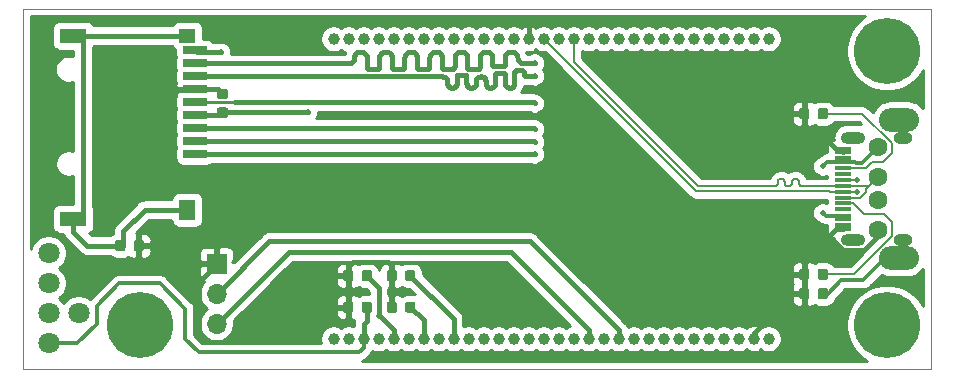
<source format=gbr>
G04 #@! TF.GenerationSoftware,KiCad,Pcbnew,(5.1.5)-3*
G04 #@! TF.CreationDate,2020-07-11T10:03:06+02:00*
G04 #@! TF.ProjectId,switch,73776974-6368-42e6-9b69-6361645f7063,rev?*
G04 #@! TF.SameCoordinates,PX48c2b58PY65ad6b4*
G04 #@! TF.FileFunction,Copper,L1,Top*
G04 #@! TF.FilePolarity,Positive*
%FSLAX46Y46*%
G04 Gerber Fmt 4.6, Leading zero omitted, Abs format (unit mm)*
G04 Created by KiCad (PCBNEW (5.1.5)-3) date 2020-07-11 10:03:06*
%MOMM*%
%LPD*%
G04 APERTURE LIST*
%ADD10C,0.050000*%
%ADD11C,0.020000*%
%ADD12C,1.000000*%
%ADD13C,5.600000*%
%ADD14C,1.800000*%
%ADD15R,2.286000X1.270000*%
%ADD16R,1.397000X1.778000*%
%ADD17R,1.397000X1.270000*%
%ADD18R,2.000000X0.700000*%
%ADD19R,1.450000X0.300000*%
%ADD20O,1.600000X1.000000*%
%ADD21O,2.100000X1.000000*%
%ADD22O,3.400000X2.000000*%
%ADD23O,3.400001X2.000000*%
%ADD24C,1.600000*%
%ADD25O,1.700000X1.700000*%
%ADD26R,1.700000X1.700000*%
%ADD27C,0.500000*%
%ADD28C,0.406400*%
%ADD29C,0.254000*%
%ADD30C,0.457200*%
%ADD31C,0.203200*%
%ADD32C,0.152400*%
%ADD33C,0.304800*%
G04 APERTURE END LIST*
D10*
X0Y30480000D02*
X76862000Y30480000D01*
X0Y0D02*
X0Y30480000D01*
X76862000Y0D02*
X0Y0D01*
X76862000Y30480000D02*
X76862000Y0D01*
G04 #@! TA.AperFunction,SMDPad,CuDef*
D11*
G36*
X10044691Y10887947D02*
G01*
X10065926Y10884797D01*
X10086750Y10879581D01*
X10106962Y10872349D01*
X10126368Y10863170D01*
X10144781Y10852134D01*
X10162024Y10839346D01*
X10177930Y10824930D01*
X10192346Y10809024D01*
X10205134Y10791781D01*
X10216170Y10773368D01*
X10225349Y10753962D01*
X10232581Y10733750D01*
X10237797Y10712926D01*
X10240947Y10691691D01*
X10242000Y10670250D01*
X10242000Y10157750D01*
X10240947Y10136309D01*
X10237797Y10115074D01*
X10232581Y10094250D01*
X10225349Y10074038D01*
X10216170Y10054632D01*
X10205134Y10036219D01*
X10192346Y10018976D01*
X10177930Y10003070D01*
X10162024Y9988654D01*
X10144781Y9975866D01*
X10126368Y9964830D01*
X10106962Y9955651D01*
X10086750Y9948419D01*
X10065926Y9943203D01*
X10044691Y9940053D01*
X10023250Y9939000D01*
X9585750Y9939000D01*
X9564309Y9940053D01*
X9543074Y9943203D01*
X9522250Y9948419D01*
X9502038Y9955651D01*
X9482632Y9964830D01*
X9464219Y9975866D01*
X9446976Y9988654D01*
X9431070Y10003070D01*
X9416654Y10018976D01*
X9403866Y10036219D01*
X9392830Y10054632D01*
X9383651Y10074038D01*
X9376419Y10094250D01*
X9371203Y10115074D01*
X9368053Y10136309D01*
X9367000Y10157750D01*
X9367000Y10670250D01*
X9368053Y10691691D01*
X9371203Y10712926D01*
X9376419Y10733750D01*
X9383651Y10753962D01*
X9392830Y10773368D01*
X9403866Y10791781D01*
X9416654Y10809024D01*
X9431070Y10824930D01*
X9446976Y10839346D01*
X9464219Y10852134D01*
X9482632Y10863170D01*
X9502038Y10872349D01*
X9522250Y10879581D01*
X9543074Y10884797D01*
X9564309Y10887947D01*
X9585750Y10889000D01*
X10023250Y10889000D01*
X10044691Y10887947D01*
G37*
G04 #@! TD.AperFunction*
G04 #@! TA.AperFunction,SMDPad,CuDef*
G36*
X8469691Y10887947D02*
G01*
X8490926Y10884797D01*
X8511750Y10879581D01*
X8531962Y10872349D01*
X8551368Y10863170D01*
X8569781Y10852134D01*
X8587024Y10839346D01*
X8602930Y10824930D01*
X8617346Y10809024D01*
X8630134Y10791781D01*
X8641170Y10773368D01*
X8650349Y10753962D01*
X8657581Y10733750D01*
X8662797Y10712926D01*
X8665947Y10691691D01*
X8667000Y10670250D01*
X8667000Y10157750D01*
X8665947Y10136309D01*
X8662797Y10115074D01*
X8657581Y10094250D01*
X8650349Y10074038D01*
X8641170Y10054632D01*
X8630134Y10036219D01*
X8617346Y10018976D01*
X8602930Y10003070D01*
X8587024Y9988654D01*
X8569781Y9975866D01*
X8551368Y9964830D01*
X8531962Y9955651D01*
X8511750Y9948419D01*
X8490926Y9943203D01*
X8469691Y9940053D01*
X8448250Y9939000D01*
X8010750Y9939000D01*
X7989309Y9940053D01*
X7968074Y9943203D01*
X7947250Y9948419D01*
X7927038Y9955651D01*
X7907632Y9964830D01*
X7889219Y9975866D01*
X7871976Y9988654D01*
X7856070Y10003070D01*
X7841654Y10018976D01*
X7828866Y10036219D01*
X7817830Y10054632D01*
X7808651Y10074038D01*
X7801419Y10094250D01*
X7796203Y10115074D01*
X7793053Y10136309D01*
X7792000Y10157750D01*
X7792000Y10670250D01*
X7793053Y10691691D01*
X7796203Y10712926D01*
X7801419Y10733750D01*
X7808651Y10753962D01*
X7817830Y10773368D01*
X7828866Y10791781D01*
X7841654Y10809024D01*
X7856070Y10824930D01*
X7871976Y10839346D01*
X7889219Y10852134D01*
X7907632Y10863170D01*
X7927038Y10872349D01*
X7947250Y10879581D01*
X7968074Y10884797D01*
X7989309Y10887947D01*
X8010750Y10889000D01*
X8448250Y10889000D01*
X8469691Y10887947D01*
G37*
G04 #@! TD.AperFunction*
D12*
X63119000Y27940000D03*
X61849000Y27940000D03*
X60579000Y27940000D03*
X59309000Y27940000D03*
X58039000Y27940000D03*
X56769000Y27940000D03*
X55499000Y27940000D03*
X54229000Y27940000D03*
X52959000Y27940000D03*
X51689000Y27940000D03*
X50419000Y27940000D03*
X49149000Y27940000D03*
X47879000Y27940000D03*
X46609000Y27940000D03*
X45339000Y27940000D03*
X44069000Y27940000D03*
X42799000Y27940000D03*
X41529000Y27940000D03*
X40259000Y27940000D03*
X38989000Y27940000D03*
X37719000Y27940000D03*
X36449000Y27940000D03*
X35179000Y27940000D03*
X33909000Y27940000D03*
X32639000Y27940000D03*
X31369000Y27940000D03*
X30099000Y27940000D03*
X28829000Y27940000D03*
X27559000Y27940000D03*
X26289000Y27940000D03*
X63119000Y2540000D03*
X61849000Y2540000D03*
X60579000Y2540000D03*
X59309000Y2540000D03*
X58039000Y2540000D03*
X56769000Y2540000D03*
X55499000Y2540000D03*
X54229000Y2540000D03*
X52959000Y2540000D03*
X51689000Y2540000D03*
X50419000Y2540000D03*
X49149000Y2540000D03*
X47879000Y2540000D03*
X46609000Y2540000D03*
X45339000Y2540000D03*
X44069000Y2540000D03*
X42799000Y2540000D03*
X41529000Y2540000D03*
X40259000Y2540000D03*
X38989000Y2540000D03*
X37719000Y2540000D03*
X36449000Y2540000D03*
X35179000Y2540000D03*
X33909000Y2540000D03*
X32639000Y2540000D03*
X31369000Y2540000D03*
X30099000Y2540000D03*
X28829000Y2540000D03*
X27559000Y2540000D03*
X26289000Y2540000D03*
G04 #@! TA.AperFunction,SMDPad,CuDef*
D11*
G36*
X29348691Y5680947D02*
G01*
X29369926Y5677797D01*
X29390750Y5672581D01*
X29410962Y5665349D01*
X29430368Y5656170D01*
X29448781Y5645134D01*
X29466024Y5632346D01*
X29481930Y5617930D01*
X29496346Y5602024D01*
X29509134Y5584781D01*
X29520170Y5566368D01*
X29529349Y5546962D01*
X29536581Y5526750D01*
X29541797Y5505926D01*
X29544947Y5484691D01*
X29546000Y5463250D01*
X29546000Y4950750D01*
X29544947Y4929309D01*
X29541797Y4908074D01*
X29536581Y4887250D01*
X29529349Y4867038D01*
X29520170Y4847632D01*
X29509134Y4829219D01*
X29496346Y4811976D01*
X29481930Y4796070D01*
X29466024Y4781654D01*
X29448781Y4768866D01*
X29430368Y4757830D01*
X29410962Y4748651D01*
X29390750Y4741419D01*
X29369926Y4736203D01*
X29348691Y4733053D01*
X29327250Y4732000D01*
X28889750Y4732000D01*
X28868309Y4733053D01*
X28847074Y4736203D01*
X28826250Y4741419D01*
X28806038Y4748651D01*
X28786632Y4757830D01*
X28768219Y4768866D01*
X28750976Y4781654D01*
X28735070Y4796070D01*
X28720654Y4811976D01*
X28707866Y4829219D01*
X28696830Y4847632D01*
X28687651Y4867038D01*
X28680419Y4887250D01*
X28675203Y4908074D01*
X28672053Y4929309D01*
X28671000Y4950750D01*
X28671000Y5463250D01*
X28672053Y5484691D01*
X28675203Y5505926D01*
X28680419Y5526750D01*
X28687651Y5546962D01*
X28696830Y5566368D01*
X28707866Y5584781D01*
X28720654Y5602024D01*
X28735070Y5617930D01*
X28750976Y5632346D01*
X28768219Y5645134D01*
X28786632Y5656170D01*
X28806038Y5665349D01*
X28826250Y5672581D01*
X28847074Y5677797D01*
X28868309Y5680947D01*
X28889750Y5682000D01*
X29327250Y5682000D01*
X29348691Y5680947D01*
G37*
G04 #@! TD.AperFunction*
G04 #@! TA.AperFunction,SMDPad,CuDef*
G36*
X27773691Y5680947D02*
G01*
X27794926Y5677797D01*
X27815750Y5672581D01*
X27835962Y5665349D01*
X27855368Y5656170D01*
X27873781Y5645134D01*
X27891024Y5632346D01*
X27906930Y5617930D01*
X27921346Y5602024D01*
X27934134Y5584781D01*
X27945170Y5566368D01*
X27954349Y5546962D01*
X27961581Y5526750D01*
X27966797Y5505926D01*
X27969947Y5484691D01*
X27971000Y5463250D01*
X27971000Y4950750D01*
X27969947Y4929309D01*
X27966797Y4908074D01*
X27961581Y4887250D01*
X27954349Y4867038D01*
X27945170Y4847632D01*
X27934134Y4829219D01*
X27921346Y4811976D01*
X27906930Y4796070D01*
X27891024Y4781654D01*
X27873781Y4768866D01*
X27855368Y4757830D01*
X27835962Y4748651D01*
X27815750Y4741419D01*
X27794926Y4736203D01*
X27773691Y4733053D01*
X27752250Y4732000D01*
X27314750Y4732000D01*
X27293309Y4733053D01*
X27272074Y4736203D01*
X27251250Y4741419D01*
X27231038Y4748651D01*
X27211632Y4757830D01*
X27193219Y4768866D01*
X27175976Y4781654D01*
X27160070Y4796070D01*
X27145654Y4811976D01*
X27132866Y4829219D01*
X27121830Y4847632D01*
X27112651Y4867038D01*
X27105419Y4887250D01*
X27100203Y4908074D01*
X27097053Y4929309D01*
X27096000Y4950750D01*
X27096000Y5463250D01*
X27097053Y5484691D01*
X27100203Y5505926D01*
X27105419Y5526750D01*
X27112651Y5546962D01*
X27121830Y5566368D01*
X27132866Y5584781D01*
X27145654Y5602024D01*
X27160070Y5617930D01*
X27175976Y5632346D01*
X27193219Y5645134D01*
X27211632Y5656170D01*
X27231038Y5665349D01*
X27251250Y5672581D01*
X27272074Y5677797D01*
X27293309Y5680947D01*
X27314750Y5682000D01*
X27752250Y5682000D01*
X27773691Y5680947D01*
G37*
G04 #@! TD.AperFunction*
G04 #@! TA.AperFunction,SMDPad,CuDef*
G36*
X29348691Y8347947D02*
G01*
X29369926Y8344797D01*
X29390750Y8339581D01*
X29410962Y8332349D01*
X29430368Y8323170D01*
X29448781Y8312134D01*
X29466024Y8299346D01*
X29481930Y8284930D01*
X29496346Y8269024D01*
X29509134Y8251781D01*
X29520170Y8233368D01*
X29529349Y8213962D01*
X29536581Y8193750D01*
X29541797Y8172926D01*
X29544947Y8151691D01*
X29546000Y8130250D01*
X29546000Y7617750D01*
X29544947Y7596309D01*
X29541797Y7575074D01*
X29536581Y7554250D01*
X29529349Y7534038D01*
X29520170Y7514632D01*
X29509134Y7496219D01*
X29496346Y7478976D01*
X29481930Y7463070D01*
X29466024Y7448654D01*
X29448781Y7435866D01*
X29430368Y7424830D01*
X29410962Y7415651D01*
X29390750Y7408419D01*
X29369926Y7403203D01*
X29348691Y7400053D01*
X29327250Y7399000D01*
X28889750Y7399000D01*
X28868309Y7400053D01*
X28847074Y7403203D01*
X28826250Y7408419D01*
X28806038Y7415651D01*
X28786632Y7424830D01*
X28768219Y7435866D01*
X28750976Y7448654D01*
X28735070Y7463070D01*
X28720654Y7478976D01*
X28707866Y7496219D01*
X28696830Y7514632D01*
X28687651Y7534038D01*
X28680419Y7554250D01*
X28675203Y7575074D01*
X28672053Y7596309D01*
X28671000Y7617750D01*
X28671000Y8130250D01*
X28672053Y8151691D01*
X28675203Y8172926D01*
X28680419Y8193750D01*
X28687651Y8213962D01*
X28696830Y8233368D01*
X28707866Y8251781D01*
X28720654Y8269024D01*
X28735070Y8284930D01*
X28750976Y8299346D01*
X28768219Y8312134D01*
X28786632Y8323170D01*
X28806038Y8332349D01*
X28826250Y8339581D01*
X28847074Y8344797D01*
X28868309Y8347947D01*
X28889750Y8349000D01*
X29327250Y8349000D01*
X29348691Y8347947D01*
G37*
G04 #@! TD.AperFunction*
G04 #@! TA.AperFunction,SMDPad,CuDef*
G36*
X27773691Y8347947D02*
G01*
X27794926Y8344797D01*
X27815750Y8339581D01*
X27835962Y8332349D01*
X27855368Y8323170D01*
X27873781Y8312134D01*
X27891024Y8299346D01*
X27906930Y8284930D01*
X27921346Y8269024D01*
X27934134Y8251781D01*
X27945170Y8233368D01*
X27954349Y8213962D01*
X27961581Y8193750D01*
X27966797Y8172926D01*
X27969947Y8151691D01*
X27971000Y8130250D01*
X27971000Y7617750D01*
X27969947Y7596309D01*
X27966797Y7575074D01*
X27961581Y7554250D01*
X27954349Y7534038D01*
X27945170Y7514632D01*
X27934134Y7496219D01*
X27921346Y7478976D01*
X27906930Y7463070D01*
X27891024Y7448654D01*
X27873781Y7435866D01*
X27855368Y7424830D01*
X27835962Y7415651D01*
X27815750Y7408419D01*
X27794926Y7403203D01*
X27773691Y7400053D01*
X27752250Y7399000D01*
X27314750Y7399000D01*
X27293309Y7400053D01*
X27272074Y7403203D01*
X27251250Y7408419D01*
X27231038Y7415651D01*
X27211632Y7424830D01*
X27193219Y7435866D01*
X27175976Y7448654D01*
X27160070Y7463070D01*
X27145654Y7478976D01*
X27132866Y7496219D01*
X27121830Y7514632D01*
X27112651Y7534038D01*
X27105419Y7554250D01*
X27100203Y7575074D01*
X27097053Y7596309D01*
X27096000Y7617750D01*
X27096000Y8130250D01*
X27097053Y8151691D01*
X27100203Y8172926D01*
X27105419Y8193750D01*
X27112651Y8213962D01*
X27121830Y8233368D01*
X27132866Y8251781D01*
X27145654Y8269024D01*
X27160070Y8284930D01*
X27175976Y8299346D01*
X27193219Y8312134D01*
X27211632Y8323170D01*
X27231038Y8332349D01*
X27251250Y8339581D01*
X27272074Y8344797D01*
X27293309Y8347947D01*
X27314750Y8349000D01*
X27752250Y8349000D01*
X27773691Y8347947D01*
G37*
G04 #@! TD.AperFunction*
G04 #@! TA.AperFunction,SMDPad,CuDef*
G36*
X33031691Y5680947D02*
G01*
X33052926Y5677797D01*
X33073750Y5672581D01*
X33093962Y5665349D01*
X33113368Y5656170D01*
X33131781Y5645134D01*
X33149024Y5632346D01*
X33164930Y5617930D01*
X33179346Y5602024D01*
X33192134Y5584781D01*
X33203170Y5566368D01*
X33212349Y5546962D01*
X33219581Y5526750D01*
X33224797Y5505926D01*
X33227947Y5484691D01*
X33229000Y5463250D01*
X33229000Y4950750D01*
X33227947Y4929309D01*
X33224797Y4908074D01*
X33219581Y4887250D01*
X33212349Y4867038D01*
X33203170Y4847632D01*
X33192134Y4829219D01*
X33179346Y4811976D01*
X33164930Y4796070D01*
X33149024Y4781654D01*
X33131781Y4768866D01*
X33113368Y4757830D01*
X33093962Y4748651D01*
X33073750Y4741419D01*
X33052926Y4736203D01*
X33031691Y4733053D01*
X33010250Y4732000D01*
X32572750Y4732000D01*
X32551309Y4733053D01*
X32530074Y4736203D01*
X32509250Y4741419D01*
X32489038Y4748651D01*
X32469632Y4757830D01*
X32451219Y4768866D01*
X32433976Y4781654D01*
X32418070Y4796070D01*
X32403654Y4811976D01*
X32390866Y4829219D01*
X32379830Y4847632D01*
X32370651Y4867038D01*
X32363419Y4887250D01*
X32358203Y4908074D01*
X32355053Y4929309D01*
X32354000Y4950750D01*
X32354000Y5463250D01*
X32355053Y5484691D01*
X32358203Y5505926D01*
X32363419Y5526750D01*
X32370651Y5546962D01*
X32379830Y5566368D01*
X32390866Y5584781D01*
X32403654Y5602024D01*
X32418070Y5617930D01*
X32433976Y5632346D01*
X32451219Y5645134D01*
X32469632Y5656170D01*
X32489038Y5665349D01*
X32509250Y5672581D01*
X32530074Y5677797D01*
X32551309Y5680947D01*
X32572750Y5682000D01*
X33010250Y5682000D01*
X33031691Y5680947D01*
G37*
G04 #@! TD.AperFunction*
G04 #@! TA.AperFunction,SMDPad,CuDef*
G36*
X31456691Y5680947D02*
G01*
X31477926Y5677797D01*
X31498750Y5672581D01*
X31518962Y5665349D01*
X31538368Y5656170D01*
X31556781Y5645134D01*
X31574024Y5632346D01*
X31589930Y5617930D01*
X31604346Y5602024D01*
X31617134Y5584781D01*
X31628170Y5566368D01*
X31637349Y5546962D01*
X31644581Y5526750D01*
X31649797Y5505926D01*
X31652947Y5484691D01*
X31654000Y5463250D01*
X31654000Y4950750D01*
X31652947Y4929309D01*
X31649797Y4908074D01*
X31644581Y4887250D01*
X31637349Y4867038D01*
X31628170Y4847632D01*
X31617134Y4829219D01*
X31604346Y4811976D01*
X31589930Y4796070D01*
X31574024Y4781654D01*
X31556781Y4768866D01*
X31538368Y4757830D01*
X31518962Y4748651D01*
X31498750Y4741419D01*
X31477926Y4736203D01*
X31456691Y4733053D01*
X31435250Y4732000D01*
X30997750Y4732000D01*
X30976309Y4733053D01*
X30955074Y4736203D01*
X30934250Y4741419D01*
X30914038Y4748651D01*
X30894632Y4757830D01*
X30876219Y4768866D01*
X30858976Y4781654D01*
X30843070Y4796070D01*
X30828654Y4811976D01*
X30815866Y4829219D01*
X30804830Y4847632D01*
X30795651Y4867038D01*
X30788419Y4887250D01*
X30783203Y4908074D01*
X30780053Y4929309D01*
X30779000Y4950750D01*
X30779000Y5463250D01*
X30780053Y5484691D01*
X30783203Y5505926D01*
X30788419Y5526750D01*
X30795651Y5546962D01*
X30804830Y5566368D01*
X30815866Y5584781D01*
X30828654Y5602024D01*
X30843070Y5617930D01*
X30858976Y5632346D01*
X30876219Y5645134D01*
X30894632Y5656170D01*
X30914038Y5665349D01*
X30934250Y5672581D01*
X30955074Y5677797D01*
X30976309Y5680947D01*
X30997750Y5682000D01*
X31435250Y5682000D01*
X31456691Y5680947D01*
G37*
G04 #@! TD.AperFunction*
G04 #@! TA.AperFunction,SMDPad,CuDef*
G36*
X33031691Y8347947D02*
G01*
X33052926Y8344797D01*
X33073750Y8339581D01*
X33093962Y8332349D01*
X33113368Y8323170D01*
X33131781Y8312134D01*
X33149024Y8299346D01*
X33164930Y8284930D01*
X33179346Y8269024D01*
X33192134Y8251781D01*
X33203170Y8233368D01*
X33212349Y8213962D01*
X33219581Y8193750D01*
X33224797Y8172926D01*
X33227947Y8151691D01*
X33229000Y8130250D01*
X33229000Y7617750D01*
X33227947Y7596309D01*
X33224797Y7575074D01*
X33219581Y7554250D01*
X33212349Y7534038D01*
X33203170Y7514632D01*
X33192134Y7496219D01*
X33179346Y7478976D01*
X33164930Y7463070D01*
X33149024Y7448654D01*
X33131781Y7435866D01*
X33113368Y7424830D01*
X33093962Y7415651D01*
X33073750Y7408419D01*
X33052926Y7403203D01*
X33031691Y7400053D01*
X33010250Y7399000D01*
X32572750Y7399000D01*
X32551309Y7400053D01*
X32530074Y7403203D01*
X32509250Y7408419D01*
X32489038Y7415651D01*
X32469632Y7424830D01*
X32451219Y7435866D01*
X32433976Y7448654D01*
X32418070Y7463070D01*
X32403654Y7478976D01*
X32390866Y7496219D01*
X32379830Y7514632D01*
X32370651Y7534038D01*
X32363419Y7554250D01*
X32358203Y7575074D01*
X32355053Y7596309D01*
X32354000Y7617750D01*
X32354000Y8130250D01*
X32355053Y8151691D01*
X32358203Y8172926D01*
X32363419Y8193750D01*
X32370651Y8213962D01*
X32379830Y8233368D01*
X32390866Y8251781D01*
X32403654Y8269024D01*
X32418070Y8284930D01*
X32433976Y8299346D01*
X32451219Y8312134D01*
X32469632Y8323170D01*
X32489038Y8332349D01*
X32509250Y8339581D01*
X32530074Y8344797D01*
X32551309Y8347947D01*
X32572750Y8349000D01*
X33010250Y8349000D01*
X33031691Y8347947D01*
G37*
G04 #@! TD.AperFunction*
G04 #@! TA.AperFunction,SMDPad,CuDef*
G36*
X31456691Y8347947D02*
G01*
X31477926Y8344797D01*
X31498750Y8339581D01*
X31518962Y8332349D01*
X31538368Y8323170D01*
X31556781Y8312134D01*
X31574024Y8299346D01*
X31589930Y8284930D01*
X31604346Y8269024D01*
X31617134Y8251781D01*
X31628170Y8233368D01*
X31637349Y8213962D01*
X31644581Y8193750D01*
X31649797Y8172926D01*
X31652947Y8151691D01*
X31654000Y8130250D01*
X31654000Y7617750D01*
X31652947Y7596309D01*
X31649797Y7575074D01*
X31644581Y7554250D01*
X31637349Y7534038D01*
X31628170Y7514632D01*
X31617134Y7496219D01*
X31604346Y7478976D01*
X31589930Y7463070D01*
X31574024Y7448654D01*
X31556781Y7435866D01*
X31538368Y7424830D01*
X31518962Y7415651D01*
X31498750Y7408419D01*
X31477926Y7403203D01*
X31456691Y7400053D01*
X31435250Y7399000D01*
X30997750Y7399000D01*
X30976309Y7400053D01*
X30955074Y7403203D01*
X30934250Y7408419D01*
X30914038Y7415651D01*
X30894632Y7424830D01*
X30876219Y7435866D01*
X30858976Y7448654D01*
X30843070Y7463070D01*
X30828654Y7478976D01*
X30815866Y7496219D01*
X30804830Y7514632D01*
X30795651Y7534038D01*
X30788419Y7554250D01*
X30783203Y7575074D01*
X30780053Y7596309D01*
X30779000Y7617750D01*
X30779000Y8130250D01*
X30780053Y8151691D01*
X30783203Y8172926D01*
X30788419Y8193750D01*
X30795651Y8213962D01*
X30804830Y8233368D01*
X30815866Y8251781D01*
X30828654Y8269024D01*
X30843070Y8284930D01*
X30858976Y8299346D01*
X30876219Y8312134D01*
X30894632Y8323170D01*
X30914038Y8332349D01*
X30934250Y8339581D01*
X30955074Y8344797D01*
X30976309Y8347947D01*
X30997750Y8349000D01*
X31435250Y8349000D01*
X31456691Y8347947D01*
G37*
G04 #@! TD.AperFunction*
D13*
X9906000Y3683000D03*
X73152000Y3683000D03*
X73152000Y26924000D03*
D14*
X4699000Y4699000D03*
X2159000Y9779000D03*
X2159000Y7239000D03*
X2159000Y4699000D03*
X2159000Y2159000D03*
D15*
X4253000Y28194000D03*
X4253000Y12700000D03*
D16*
X13905000Y13462000D03*
D17*
X13905000Y28194000D03*
D18*
X14543000Y26946000D03*
X14543000Y25842000D03*
X14543000Y24744000D03*
X14543000Y23648000D03*
X14543000Y22550000D03*
X14543000Y21451000D03*
X14543000Y20351000D03*
X14541000Y19255000D03*
X14543000Y18155000D03*
D19*
X69394000Y18315000D03*
X69394000Y17840000D03*
X69394000Y12640000D03*
X69394000Y11865000D03*
D20*
X74489000Y19560000D03*
X74489000Y10920000D03*
D21*
X70309000Y19560000D03*
X70309000Y10920000D03*
D19*
X69394000Y14990000D03*
X69394000Y15490000D03*
X69394000Y15990000D03*
X69394000Y14490000D03*
X69394000Y16490000D03*
X69394000Y13990000D03*
X69394000Y16990000D03*
X69394000Y13490000D03*
X69394000Y12940000D03*
X69394000Y17540000D03*
X69394000Y12165000D03*
X69394000Y18615000D03*
G04 #@! TA.AperFunction,SMDPad,CuDef*
D11*
G36*
X67956691Y22063947D02*
G01*
X67977926Y22060797D01*
X67998750Y22055581D01*
X68018962Y22048349D01*
X68038368Y22039170D01*
X68056781Y22028134D01*
X68074024Y22015346D01*
X68089930Y22000930D01*
X68104346Y21985024D01*
X68117134Y21967781D01*
X68128170Y21949368D01*
X68137349Y21929962D01*
X68144581Y21909750D01*
X68149797Y21888926D01*
X68152947Y21867691D01*
X68154000Y21846250D01*
X68154000Y21333750D01*
X68152947Y21312309D01*
X68149797Y21291074D01*
X68144581Y21270250D01*
X68137349Y21250038D01*
X68128170Y21230632D01*
X68117134Y21212219D01*
X68104346Y21194976D01*
X68089930Y21179070D01*
X68074024Y21164654D01*
X68056781Y21151866D01*
X68038368Y21140830D01*
X68018962Y21131651D01*
X67998750Y21124419D01*
X67977926Y21119203D01*
X67956691Y21116053D01*
X67935250Y21115000D01*
X67497750Y21115000D01*
X67476309Y21116053D01*
X67455074Y21119203D01*
X67434250Y21124419D01*
X67414038Y21131651D01*
X67394632Y21140830D01*
X67376219Y21151866D01*
X67358976Y21164654D01*
X67343070Y21179070D01*
X67328654Y21194976D01*
X67315866Y21212219D01*
X67304830Y21230632D01*
X67295651Y21250038D01*
X67288419Y21270250D01*
X67283203Y21291074D01*
X67280053Y21312309D01*
X67279000Y21333750D01*
X67279000Y21846250D01*
X67280053Y21867691D01*
X67283203Y21888926D01*
X67288419Y21909750D01*
X67295651Y21929962D01*
X67304830Y21949368D01*
X67315866Y21967781D01*
X67328654Y21985024D01*
X67343070Y22000930D01*
X67358976Y22015346D01*
X67376219Y22028134D01*
X67394632Y22039170D01*
X67414038Y22048349D01*
X67434250Y22055581D01*
X67455074Y22060797D01*
X67476309Y22063947D01*
X67497750Y22065000D01*
X67935250Y22065000D01*
X67956691Y22063947D01*
G37*
G04 #@! TD.AperFunction*
G04 #@! TA.AperFunction,SMDPad,CuDef*
G36*
X66381691Y22063947D02*
G01*
X66402926Y22060797D01*
X66423750Y22055581D01*
X66443962Y22048349D01*
X66463368Y22039170D01*
X66481781Y22028134D01*
X66499024Y22015346D01*
X66514930Y22000930D01*
X66529346Y21985024D01*
X66542134Y21967781D01*
X66553170Y21949368D01*
X66562349Y21929962D01*
X66569581Y21909750D01*
X66574797Y21888926D01*
X66577947Y21867691D01*
X66579000Y21846250D01*
X66579000Y21333750D01*
X66577947Y21312309D01*
X66574797Y21291074D01*
X66569581Y21270250D01*
X66562349Y21250038D01*
X66553170Y21230632D01*
X66542134Y21212219D01*
X66529346Y21194976D01*
X66514930Y21179070D01*
X66499024Y21164654D01*
X66481781Y21151866D01*
X66463368Y21140830D01*
X66443962Y21131651D01*
X66423750Y21124419D01*
X66402926Y21119203D01*
X66381691Y21116053D01*
X66360250Y21115000D01*
X65922750Y21115000D01*
X65901309Y21116053D01*
X65880074Y21119203D01*
X65859250Y21124419D01*
X65839038Y21131651D01*
X65819632Y21140830D01*
X65801219Y21151866D01*
X65783976Y21164654D01*
X65768070Y21179070D01*
X65753654Y21194976D01*
X65740866Y21212219D01*
X65729830Y21230632D01*
X65720651Y21250038D01*
X65713419Y21270250D01*
X65708203Y21291074D01*
X65705053Y21312309D01*
X65704000Y21333750D01*
X65704000Y21846250D01*
X65705053Y21867691D01*
X65708203Y21888926D01*
X65713419Y21909750D01*
X65720651Y21929962D01*
X65729830Y21949368D01*
X65740866Y21967781D01*
X65753654Y21985024D01*
X65768070Y22000930D01*
X65783976Y22015346D01*
X65801219Y22028134D01*
X65819632Y22039170D01*
X65839038Y22048349D01*
X65859250Y22055581D01*
X65880074Y22060797D01*
X65901309Y22063947D01*
X65922750Y22065000D01*
X66360250Y22065000D01*
X66381691Y22063947D01*
G37*
G04 #@! TD.AperFunction*
G04 #@! TA.AperFunction,SMDPad,CuDef*
G36*
X66381691Y8474947D02*
G01*
X66402926Y8471797D01*
X66423750Y8466581D01*
X66443962Y8459349D01*
X66463368Y8450170D01*
X66481781Y8439134D01*
X66499024Y8426346D01*
X66514930Y8411930D01*
X66529346Y8396024D01*
X66542134Y8378781D01*
X66553170Y8360368D01*
X66562349Y8340962D01*
X66569581Y8320750D01*
X66574797Y8299926D01*
X66577947Y8278691D01*
X66579000Y8257250D01*
X66579000Y7744750D01*
X66577947Y7723309D01*
X66574797Y7702074D01*
X66569581Y7681250D01*
X66562349Y7661038D01*
X66553170Y7641632D01*
X66542134Y7623219D01*
X66529346Y7605976D01*
X66514930Y7590070D01*
X66499024Y7575654D01*
X66481781Y7562866D01*
X66463368Y7551830D01*
X66443962Y7542651D01*
X66423750Y7535419D01*
X66402926Y7530203D01*
X66381691Y7527053D01*
X66360250Y7526000D01*
X65922750Y7526000D01*
X65901309Y7527053D01*
X65880074Y7530203D01*
X65859250Y7535419D01*
X65839038Y7542651D01*
X65819632Y7551830D01*
X65801219Y7562866D01*
X65783976Y7575654D01*
X65768070Y7590070D01*
X65753654Y7605976D01*
X65740866Y7623219D01*
X65729830Y7641632D01*
X65720651Y7661038D01*
X65713419Y7681250D01*
X65708203Y7702074D01*
X65705053Y7723309D01*
X65704000Y7744750D01*
X65704000Y8257250D01*
X65705053Y8278691D01*
X65708203Y8299926D01*
X65713419Y8320750D01*
X65720651Y8340962D01*
X65729830Y8360368D01*
X65740866Y8378781D01*
X65753654Y8396024D01*
X65768070Y8411930D01*
X65783976Y8426346D01*
X65801219Y8439134D01*
X65819632Y8450170D01*
X65839038Y8459349D01*
X65859250Y8466581D01*
X65880074Y8471797D01*
X65901309Y8474947D01*
X65922750Y8476000D01*
X66360250Y8476000D01*
X66381691Y8474947D01*
G37*
G04 #@! TD.AperFunction*
G04 #@! TA.AperFunction,SMDPad,CuDef*
G36*
X67956691Y8474947D02*
G01*
X67977926Y8471797D01*
X67998750Y8466581D01*
X68018962Y8459349D01*
X68038368Y8450170D01*
X68056781Y8439134D01*
X68074024Y8426346D01*
X68089930Y8411930D01*
X68104346Y8396024D01*
X68117134Y8378781D01*
X68128170Y8360368D01*
X68137349Y8340962D01*
X68144581Y8320750D01*
X68149797Y8299926D01*
X68152947Y8278691D01*
X68154000Y8257250D01*
X68154000Y7744750D01*
X68152947Y7723309D01*
X68149797Y7702074D01*
X68144581Y7681250D01*
X68137349Y7661038D01*
X68128170Y7641632D01*
X68117134Y7623219D01*
X68104346Y7605976D01*
X68089930Y7590070D01*
X68074024Y7575654D01*
X68056781Y7562866D01*
X68038368Y7551830D01*
X68018962Y7542651D01*
X67998750Y7535419D01*
X67977926Y7530203D01*
X67956691Y7527053D01*
X67935250Y7526000D01*
X67497750Y7526000D01*
X67476309Y7527053D01*
X67455074Y7530203D01*
X67434250Y7535419D01*
X67414038Y7542651D01*
X67394632Y7551830D01*
X67376219Y7562866D01*
X67358976Y7575654D01*
X67343070Y7590070D01*
X67328654Y7605976D01*
X67315866Y7623219D01*
X67304830Y7641632D01*
X67295651Y7661038D01*
X67288419Y7681250D01*
X67283203Y7702074D01*
X67280053Y7723309D01*
X67279000Y7744750D01*
X67279000Y8257250D01*
X67280053Y8278691D01*
X67283203Y8299926D01*
X67288419Y8320750D01*
X67295651Y8340962D01*
X67304830Y8360368D01*
X67315866Y8378781D01*
X67328654Y8396024D01*
X67343070Y8411930D01*
X67358976Y8426346D01*
X67376219Y8439134D01*
X67394632Y8450170D01*
X67414038Y8459349D01*
X67434250Y8466581D01*
X67455074Y8471797D01*
X67476309Y8474947D01*
X67497750Y8476000D01*
X67935250Y8476000D01*
X67956691Y8474947D01*
G37*
G04 #@! TD.AperFunction*
D22*
X74179000Y9390000D03*
D23*
X74179000Y21090000D03*
D24*
X72379000Y11740000D03*
X72379000Y14240000D03*
X72379000Y16240000D03*
X72379000Y18740000D03*
D25*
X16383000Y3810000D03*
X16383000Y6350000D03*
D26*
X16383000Y8890000D03*
G04 #@! TA.AperFunction,SMDPad,CuDef*
D11*
G36*
X67956691Y6823947D02*
G01*
X67977926Y6820797D01*
X67998750Y6815581D01*
X68018962Y6808349D01*
X68038368Y6799170D01*
X68056781Y6788134D01*
X68074024Y6775346D01*
X68089930Y6760930D01*
X68104346Y6745024D01*
X68117134Y6727781D01*
X68128170Y6709368D01*
X68137349Y6689962D01*
X68144581Y6669750D01*
X68149797Y6648926D01*
X68152947Y6627691D01*
X68154000Y6606250D01*
X68154000Y6093750D01*
X68152947Y6072309D01*
X68149797Y6051074D01*
X68144581Y6030250D01*
X68137349Y6010038D01*
X68128170Y5990632D01*
X68117134Y5972219D01*
X68104346Y5954976D01*
X68089930Y5939070D01*
X68074024Y5924654D01*
X68056781Y5911866D01*
X68038368Y5900830D01*
X68018962Y5891651D01*
X67998750Y5884419D01*
X67977926Y5879203D01*
X67956691Y5876053D01*
X67935250Y5875000D01*
X67497750Y5875000D01*
X67476309Y5876053D01*
X67455074Y5879203D01*
X67434250Y5884419D01*
X67414038Y5891651D01*
X67394632Y5900830D01*
X67376219Y5911866D01*
X67358976Y5924654D01*
X67343070Y5939070D01*
X67328654Y5954976D01*
X67315866Y5972219D01*
X67304830Y5990632D01*
X67295651Y6010038D01*
X67288419Y6030250D01*
X67283203Y6051074D01*
X67280053Y6072309D01*
X67279000Y6093750D01*
X67279000Y6606250D01*
X67280053Y6627691D01*
X67283203Y6648926D01*
X67288419Y6669750D01*
X67295651Y6689962D01*
X67304830Y6709368D01*
X67315866Y6727781D01*
X67328654Y6745024D01*
X67343070Y6760930D01*
X67358976Y6775346D01*
X67376219Y6788134D01*
X67394632Y6799170D01*
X67414038Y6808349D01*
X67434250Y6815581D01*
X67455074Y6820797D01*
X67476309Y6823947D01*
X67497750Y6825000D01*
X67935250Y6825000D01*
X67956691Y6823947D01*
G37*
G04 #@! TD.AperFunction*
G04 #@! TA.AperFunction,SMDPad,CuDef*
G36*
X66381691Y6823947D02*
G01*
X66402926Y6820797D01*
X66423750Y6815581D01*
X66443962Y6808349D01*
X66463368Y6799170D01*
X66481781Y6788134D01*
X66499024Y6775346D01*
X66514930Y6760930D01*
X66529346Y6745024D01*
X66542134Y6727781D01*
X66553170Y6709368D01*
X66562349Y6689962D01*
X66569581Y6669750D01*
X66574797Y6648926D01*
X66577947Y6627691D01*
X66579000Y6606250D01*
X66579000Y6093750D01*
X66577947Y6072309D01*
X66574797Y6051074D01*
X66569581Y6030250D01*
X66562349Y6010038D01*
X66553170Y5990632D01*
X66542134Y5972219D01*
X66529346Y5954976D01*
X66514930Y5939070D01*
X66499024Y5924654D01*
X66481781Y5911866D01*
X66463368Y5900830D01*
X66443962Y5891651D01*
X66423750Y5884419D01*
X66402926Y5879203D01*
X66381691Y5876053D01*
X66360250Y5875000D01*
X65922750Y5875000D01*
X65901309Y5876053D01*
X65880074Y5879203D01*
X65859250Y5884419D01*
X65839038Y5891651D01*
X65819632Y5900830D01*
X65801219Y5911866D01*
X65783976Y5924654D01*
X65768070Y5939070D01*
X65753654Y5954976D01*
X65740866Y5972219D01*
X65729830Y5990632D01*
X65720651Y6010038D01*
X65713419Y6030250D01*
X65708203Y6051074D01*
X65705053Y6072309D01*
X65704000Y6093750D01*
X65704000Y6606250D01*
X65705053Y6627691D01*
X65708203Y6648926D01*
X65713419Y6669750D01*
X65720651Y6689962D01*
X65729830Y6709368D01*
X65740866Y6727781D01*
X65753654Y6745024D01*
X65768070Y6760930D01*
X65783976Y6775346D01*
X65801219Y6788134D01*
X65819632Y6799170D01*
X65839038Y6808349D01*
X65859250Y6815581D01*
X65880074Y6820797D01*
X65901309Y6823947D01*
X65922750Y6825000D01*
X66360250Y6825000D01*
X66381691Y6823947D01*
G37*
G04 #@! TD.AperFunction*
G04 #@! TA.AperFunction,SMDPad,CuDef*
G36*
X17168691Y22127947D02*
G01*
X17189926Y22124797D01*
X17210750Y22119581D01*
X17230962Y22112349D01*
X17250368Y22103170D01*
X17268781Y22092134D01*
X17286024Y22079346D01*
X17301930Y22064930D01*
X17316346Y22049024D01*
X17329134Y22031781D01*
X17340170Y22013368D01*
X17349349Y21993962D01*
X17356581Y21973750D01*
X17361797Y21952926D01*
X17364947Y21931691D01*
X17366000Y21910250D01*
X17366000Y21472750D01*
X17364947Y21451309D01*
X17361797Y21430074D01*
X17356581Y21409250D01*
X17349349Y21389038D01*
X17340170Y21369632D01*
X17329134Y21351219D01*
X17316346Y21333976D01*
X17301930Y21318070D01*
X17286024Y21303654D01*
X17268781Y21290866D01*
X17250368Y21279830D01*
X17230962Y21270651D01*
X17210750Y21263419D01*
X17189926Y21258203D01*
X17168691Y21255053D01*
X17147250Y21254000D01*
X16634750Y21254000D01*
X16613309Y21255053D01*
X16592074Y21258203D01*
X16571250Y21263419D01*
X16551038Y21270651D01*
X16531632Y21279830D01*
X16513219Y21290866D01*
X16495976Y21303654D01*
X16480070Y21318070D01*
X16465654Y21333976D01*
X16452866Y21351219D01*
X16441830Y21369632D01*
X16432651Y21389038D01*
X16425419Y21409250D01*
X16420203Y21430074D01*
X16417053Y21451309D01*
X16416000Y21472750D01*
X16416000Y21910250D01*
X16417053Y21931691D01*
X16420203Y21952926D01*
X16425419Y21973750D01*
X16432651Y21993962D01*
X16441830Y22013368D01*
X16452866Y22031781D01*
X16465654Y22049024D01*
X16480070Y22064930D01*
X16495976Y22079346D01*
X16513219Y22092134D01*
X16531632Y22103170D01*
X16551038Y22112349D01*
X16571250Y22119581D01*
X16592074Y22124797D01*
X16613309Y22127947D01*
X16634750Y22129000D01*
X17147250Y22129000D01*
X17168691Y22127947D01*
G37*
G04 #@! TD.AperFunction*
G04 #@! TA.AperFunction,SMDPad,CuDef*
G36*
X17168691Y23702947D02*
G01*
X17189926Y23699797D01*
X17210750Y23694581D01*
X17230962Y23687349D01*
X17250368Y23678170D01*
X17268781Y23667134D01*
X17286024Y23654346D01*
X17301930Y23639930D01*
X17316346Y23624024D01*
X17329134Y23606781D01*
X17340170Y23588368D01*
X17349349Y23568962D01*
X17356581Y23548750D01*
X17361797Y23527926D01*
X17364947Y23506691D01*
X17366000Y23485250D01*
X17366000Y23047750D01*
X17364947Y23026309D01*
X17361797Y23005074D01*
X17356581Y22984250D01*
X17349349Y22964038D01*
X17340170Y22944632D01*
X17329134Y22926219D01*
X17316346Y22908976D01*
X17301930Y22893070D01*
X17286024Y22878654D01*
X17268781Y22865866D01*
X17250368Y22854830D01*
X17230962Y22845651D01*
X17210750Y22838419D01*
X17189926Y22833203D01*
X17168691Y22830053D01*
X17147250Y22829000D01*
X16634750Y22829000D01*
X16613309Y22830053D01*
X16592074Y22833203D01*
X16571250Y22838419D01*
X16551038Y22845651D01*
X16531632Y22854830D01*
X16513219Y22865866D01*
X16495976Y22878654D01*
X16480070Y22893070D01*
X16465654Y22908976D01*
X16452866Y22926219D01*
X16441830Y22944632D01*
X16432651Y22964038D01*
X16425419Y22984250D01*
X16420203Y23005074D01*
X16417053Y23026309D01*
X16416000Y23047750D01*
X16416000Y23485250D01*
X16417053Y23506691D01*
X16420203Y23527926D01*
X16425419Y23548750D01*
X16432651Y23568962D01*
X16441830Y23588368D01*
X16452866Y23606781D01*
X16465654Y23624024D01*
X16480070Y23639930D01*
X16495976Y23654346D01*
X16513219Y23667134D01*
X16531632Y23678170D01*
X16551038Y23687349D01*
X16571250Y23694581D01*
X16592074Y23699797D01*
X16613309Y23702947D01*
X16634750Y23704000D01*
X17147250Y23704000D01*
X17168691Y23702947D01*
G37*
G04 #@! TD.AperFunction*
D27*
X43307000Y18161000D03*
X43307000Y19177002D03*
X43307002Y20320000D03*
X43307000Y22479000D03*
X43307000Y24765000D03*
X43307000Y25908000D03*
X24130000Y21717000D03*
X62230000Y18034000D03*
X23241000Y6223000D03*
X23241000Y3810000D03*
X70612000Y16002000D03*
X70612000Y14986000D03*
X67691000Y17145000D03*
X67691000Y13208000D03*
X16764000Y26797000D03*
X36195000Y4444998D03*
X33909000Y4089500D03*
X30099000Y4445000D03*
D28*
X14549000Y18161000D02*
X14543000Y18155000D01*
X14543000Y18155000D02*
X43301000Y18155000D01*
X43301000Y18155000D02*
X43307000Y18161000D01*
X14619000Y19177000D02*
X14541000Y19255000D01*
X14541000Y19255000D02*
X43229002Y19255000D01*
X43229002Y19255000D02*
X43307000Y19177002D01*
X43276002Y20351000D02*
X43307002Y20320000D01*
X14543000Y20351000D02*
X43276002Y20351000D01*
D29*
X15797410Y22549590D02*
X17977590Y22549590D01*
X14543000Y22550000D02*
X15797000Y22550000D01*
X15797000Y22550000D02*
X15797410Y22549590D01*
D28*
X17977590Y22549590D02*
X43236410Y22549590D01*
X43236410Y22549590D02*
X43307000Y22479000D01*
X35509200Y24744000D02*
X14543000Y24744000D01*
X35599632Y24733810D02*
X35509200Y24744000D01*
X35685530Y24703753D02*
X35599632Y24733810D01*
X35762586Y24655336D02*
X35685530Y24703753D01*
X35826936Y24590986D02*
X35762586Y24655336D01*
X35875353Y24513930D02*
X35826936Y24590986D01*
X35905410Y24428032D02*
X35875353Y24513930D01*
X35915600Y24337600D02*
X35905410Y24428032D01*
X35915600Y24200400D02*
X35915600Y24337600D01*
X35925789Y24109967D02*
X35915600Y24200400D01*
X35955846Y24024069D02*
X35925789Y24109967D01*
X36004263Y23947013D02*
X35955846Y24024069D01*
X36068613Y23882663D02*
X36004263Y23947013D01*
X36145669Y23834246D02*
X36068613Y23882663D01*
X36231567Y23804189D02*
X36145669Y23834246D01*
X36322000Y23794000D02*
X36231567Y23804189D01*
X36412432Y23804189D02*
X36322000Y23794000D01*
X36498330Y23834246D02*
X36412432Y23804189D01*
X36575386Y23882663D02*
X36498330Y23834246D01*
X36639736Y23947013D02*
X36575386Y23882663D01*
X36688153Y24024069D02*
X36639736Y23947013D01*
X36718210Y24109967D02*
X36688153Y24024069D01*
X36728400Y24200400D02*
X36718210Y24109967D01*
X36728400Y24794000D02*
X36728400Y24200400D01*
X36729653Y24805127D02*
X36728400Y24794000D01*
X36733351Y24815695D02*
X36729653Y24805127D01*
X36739308Y24825175D02*
X36733351Y24815695D01*
X36747225Y24833092D02*
X36739308Y24825175D01*
X36756705Y24839049D02*
X36747225Y24833092D01*
X36767273Y24842747D02*
X36756705Y24839049D01*
X36778400Y24844000D02*
X36767273Y24842747D01*
X37491200Y24844000D02*
X36778400Y24844000D01*
X37502326Y24842747D02*
X37491200Y24844000D01*
X37512894Y24839049D02*
X37502326Y24842747D01*
X37522374Y24833092D02*
X37512894Y24839049D01*
X37530291Y24825175D02*
X37522374Y24833092D01*
X37536248Y24815695D02*
X37530291Y24825175D01*
X37539946Y24805127D02*
X37536248Y24815695D01*
X37541200Y24794000D02*
X37539946Y24805127D01*
X37541200Y24200400D02*
X37541200Y24794000D01*
X37551389Y24109967D02*
X37541200Y24200400D01*
X37581446Y24024069D02*
X37551389Y24109967D01*
X40675778Y25040240D02*
X40642400Y25044000D01*
X40707482Y25029146D02*
X40675778Y25040240D01*
X40735923Y25011275D02*
X40707482Y25029146D01*
X40759674Y24987524D02*
X40735923Y25011275D01*
X40777545Y24959083D02*
X40759674Y24987524D01*
X40788639Y24927379D02*
X40777545Y24959083D01*
X40792400Y24894000D02*
X40788639Y24927379D01*
X40792400Y24200400D02*
X40792400Y24894000D01*
X40802589Y24109967D02*
X40792400Y24200400D01*
X40832646Y24024069D02*
X40802589Y24109967D01*
X40881063Y23947013D02*
X40832646Y24024069D01*
X40945413Y23882663D02*
X40881063Y23947013D01*
X41022469Y23834246D02*
X40945413Y23882663D01*
X41108367Y23804189D02*
X41022469Y23834246D01*
X41198800Y23794000D02*
X41108367Y23804189D01*
X41289232Y23804189D02*
X41198800Y23794000D01*
X41375130Y23834246D02*
X41289232Y23804189D01*
X41452186Y23882663D02*
X41375130Y23834246D01*
X41516536Y23947013D02*
X41452186Y23882663D01*
X41564953Y24024069D02*
X41516536Y23947013D01*
X41595010Y24109967D02*
X41564953Y24024069D01*
X40642400Y25044000D02*
X40129600Y25044000D01*
X41605200Y24200400D02*
X41595010Y24109967D01*
X37629863Y23947013D02*
X37581446Y24024069D01*
X41605200Y25019000D02*
X41605200Y24200400D01*
X42390766Y25138319D02*
X42358003Y25190460D01*
X42411105Y25080194D02*
X42390766Y25138319D01*
X42424894Y24957807D02*
X42411105Y25080194D01*
X42445233Y24899682D02*
X42424894Y24957807D01*
X42477996Y24847541D02*
X42445233Y24899682D01*
X42521540Y24803997D02*
X42477996Y24847541D01*
X43286000Y24744000D02*
X42693000Y24744000D01*
X43307000Y24765000D02*
X43286000Y24744000D01*
X42693000Y24744000D02*
X42631806Y24750895D01*
X42631806Y24750895D02*
X42573681Y24771234D01*
X42573681Y24771234D02*
X42521540Y24803997D01*
X42358003Y25190460D02*
X42314459Y25234004D01*
X42314459Y25234004D02*
X42262318Y25266767D01*
X42262318Y25266767D02*
X42204193Y25287106D01*
X42204193Y25287106D02*
X42143000Y25294000D01*
X42143000Y25294000D02*
X41880200Y25294000D01*
X41880200Y25294000D02*
X41819006Y25287106D01*
X41819006Y25287106D02*
X41760881Y25266767D01*
X41760881Y25266767D02*
X41708740Y25234004D01*
X41708740Y25234004D02*
X41665196Y25190460D01*
X41665196Y25190460D02*
X41632433Y25138319D01*
X41632433Y25138319D02*
X41612094Y25080194D01*
X41612094Y25080194D02*
X41605200Y25019000D01*
X40129600Y25044000D02*
X40096221Y25040240D01*
X40096221Y25040240D02*
X40064517Y25029146D01*
X40064517Y25029146D02*
X40036076Y25011275D01*
X40036076Y25011275D02*
X40012325Y24987524D01*
X40012325Y24987524D02*
X39994454Y24959083D01*
X39994454Y24959083D02*
X39983360Y24927379D01*
X39983360Y24927379D02*
X39979600Y24894000D01*
X39979600Y24894000D02*
X39979600Y24200400D01*
X39979600Y24200400D02*
X39969410Y24109967D01*
X39969410Y24109967D02*
X39939353Y24024069D01*
X39939353Y24024069D02*
X39890936Y23947013D01*
X39890936Y23947013D02*
X39826586Y23882663D01*
X39826586Y23882663D02*
X39749530Y23834246D01*
X39749530Y23834246D02*
X39663632Y23804189D01*
X39663632Y23804189D02*
X39573200Y23794000D01*
X39573200Y23794000D02*
X39482767Y23804189D01*
X39482767Y23804189D02*
X39396869Y23834246D01*
X39396869Y23834246D02*
X39319813Y23882663D01*
X39319813Y23882663D02*
X39255463Y23947013D01*
X39255463Y23947013D02*
X39207046Y24024069D01*
X39207046Y24024069D02*
X39176989Y24109967D01*
X39176989Y24109967D02*
X39166800Y24200400D01*
X39166800Y24200400D02*
X39166800Y24337600D01*
X39166800Y24337600D02*
X39156610Y24428032D01*
X39156610Y24428032D02*
X39126553Y24513930D01*
X39126553Y24513930D02*
X39078136Y24590986D01*
X39078136Y24590986D02*
X39013786Y24655336D01*
X39013786Y24655336D02*
X38936730Y24703753D01*
X38936730Y24703753D02*
X38850832Y24733810D01*
X38850832Y24733810D02*
X38760400Y24744000D01*
X38760400Y24744000D02*
X38669967Y24733810D01*
X38669967Y24733810D02*
X38584069Y24703753D01*
X38584069Y24703753D02*
X38507013Y24655336D01*
X38507013Y24655336D02*
X38442663Y24590986D01*
X38442663Y24590986D02*
X38394246Y24513930D01*
X38394246Y24513930D02*
X38364189Y24428032D01*
X38364189Y24428032D02*
X38354000Y24337600D01*
X38354000Y24337600D02*
X38354000Y24200400D01*
X38354000Y24200400D02*
X38343810Y24109967D01*
X38343810Y24109967D02*
X38313753Y24024069D01*
X38313753Y24024069D02*
X38265336Y23947013D01*
X38265336Y23947013D02*
X38200986Y23882663D01*
X38200986Y23882663D02*
X38123930Y23834246D01*
X38123930Y23834246D02*
X38038032Y23804189D01*
X38038032Y23804189D02*
X37947600Y23794000D01*
X37947600Y23794000D02*
X37857167Y23804189D01*
X37857167Y23804189D02*
X37771269Y23834246D01*
X37771269Y23834246D02*
X37694213Y23882663D01*
X37694213Y23882663D02*
X37629863Y23947013D01*
X14543000Y25842000D02*
X14604000Y25781000D01*
X36346401Y25355307D02*
X36291565Y25349129D01*
X36398489Y25373533D02*
X36346401Y25355307D01*
X36445214Y25402893D02*
X36398489Y25373533D01*
X36484235Y25441914D02*
X36445214Y25402893D01*
X36513595Y25488639D02*
X36484235Y25441914D01*
X36531821Y25540727D02*
X36513595Y25488639D01*
X36538000Y25595564D02*
X36531821Y25540727D01*
X36538000Y26338436D02*
X36538000Y25595564D01*
X36550446Y26448904D02*
X36538000Y26338436D01*
X36587162Y26553832D02*
X36550446Y26448904D01*
X36646306Y26647959D02*
X36587162Y26553832D01*
X36724912Y26726565D02*
X36646306Y26647959D01*
X36819039Y26785709D02*
X36724912Y26726565D01*
X36923967Y26822425D02*
X36819039Y26785709D01*
X37034435Y26834871D02*
X36923967Y26822425D01*
X37104365Y26834871D02*
X37034435Y26834871D01*
X37319760Y26785709D02*
X37214832Y26822425D01*
X37413887Y26726565D02*
X37319760Y26785709D01*
X37492493Y26647959D02*
X37413887Y26726565D01*
X37551637Y26553832D02*
X37492493Y26647959D01*
X37588353Y26448904D02*
X37551637Y26553832D01*
X37600800Y26338436D02*
X37588353Y26448904D01*
X37600800Y25595564D02*
X37600800Y26338436D01*
X37606978Y25540727D02*
X37600800Y25595564D01*
X37654564Y25441914D02*
X37625204Y25488639D01*
X37693585Y25402893D02*
X37654564Y25441914D01*
X37740310Y25373533D02*
X37693585Y25402893D01*
X37792398Y25355307D02*
X37740310Y25373533D01*
X37847235Y25349129D02*
X37792398Y25355307D01*
X38417165Y25349129D02*
X37847235Y25349129D01*
X38472001Y25355307D02*
X38417165Y25349129D01*
X38524089Y25373533D02*
X38472001Y25355307D01*
X38570814Y25402893D02*
X38524089Y25373533D01*
X38609835Y25441914D02*
X38570814Y25402893D01*
X38657421Y25540727D02*
X38639195Y25488639D01*
X27539165Y25842000D02*
X14543000Y25842000D01*
X38663600Y25595564D02*
X38657421Y25540727D01*
X27649632Y25854447D02*
X27539165Y25842000D01*
X38676046Y26448904D02*
X38663600Y26338436D01*
X27754560Y25891163D02*
X27649632Y25854447D01*
X38712762Y26553832D02*
X38676046Y26448904D01*
X27848687Y25950307D02*
X27754560Y25891163D01*
X38771906Y26647959D02*
X38712762Y26553832D01*
X27927293Y26028913D02*
X27848687Y25950307D01*
X38850512Y26726565D02*
X38771906Y26647959D01*
X27986437Y26123040D02*
X27927293Y26028913D01*
X38944639Y26785709D02*
X38850512Y26726565D01*
X28023153Y26227968D02*
X27986437Y26123040D01*
X39049567Y26822425D02*
X38944639Y26785709D01*
X28048046Y26448904D02*
X28023153Y26227968D01*
X39160035Y26834871D02*
X39049567Y26822425D01*
X28084762Y26553832D02*
X28048046Y26448904D01*
X39229965Y26834871D02*
X39160035Y26834871D01*
X28143906Y26647959D02*
X28084762Y26553832D01*
X39340432Y26822425D02*
X39229965Y26834871D01*
X28222512Y26726565D02*
X28143906Y26647959D01*
X39445360Y26785709D02*
X39340432Y26822425D01*
X41469597Y26822425D02*
X41359130Y26834871D01*
X42352000Y25842000D02*
X42241532Y25854447D01*
X37214832Y26822425D02*
X37104365Y26834871D01*
X37625204Y25488639D02*
X37606978Y25540727D01*
X41574525Y26785709D02*
X41469597Y26822425D01*
X29098400Y25595564D02*
X29098400Y26338436D01*
X39801376Y25651546D02*
X39780993Y25658679D01*
X38639195Y25488639D02*
X38609835Y25441914D01*
X42042477Y25950307D02*
X41963871Y26028913D01*
X41904727Y26123040D02*
X41868011Y26227968D01*
X41963871Y26028913D02*
X41904727Y26123040D01*
X38663600Y26338436D02*
X38663600Y25595564D01*
X41359130Y26834871D02*
X41289200Y26834871D01*
X42136604Y25891163D02*
X42042477Y25950307D01*
X43307000Y25908000D02*
X43241000Y25842000D01*
X43241000Y25842000D02*
X42352000Y25842000D01*
X42241532Y25854447D02*
X42136604Y25891163D01*
X29122804Y25488639D02*
X29104578Y25540727D01*
X40692765Y25649129D02*
X39822835Y25649129D01*
X29104578Y25540727D02*
X29098400Y25595564D01*
X39822835Y25649129D02*
X39801376Y25651546D01*
X29098400Y26338436D02*
X29085953Y26448904D01*
X39780993Y25658679D02*
X39762708Y25670168D01*
X29085953Y26448904D02*
X29049237Y26553832D01*
X39762708Y25670168D02*
X39747439Y25685437D01*
X29049237Y26553832D02*
X28990093Y26647959D01*
X39747439Y25685437D02*
X39735950Y25703722D01*
X28990093Y26647959D02*
X28911487Y26726565D01*
X39735950Y25703722D02*
X39728817Y25724105D01*
X28911487Y26726565D02*
X28817360Y26785709D01*
X39728817Y25724105D02*
X39726400Y25745564D01*
X28817360Y26785709D02*
X28712432Y26822425D01*
X39726400Y25745564D02*
X39726400Y26338436D01*
X28712432Y26822425D02*
X28601965Y26834871D01*
X39726400Y26338436D02*
X39713953Y26448904D01*
X28601965Y26834871D02*
X28532035Y26834871D01*
X39713953Y26448904D02*
X39677237Y26553832D01*
X28532035Y26834871D02*
X28421567Y26822425D01*
X39677237Y26553832D02*
X39618093Y26647959D01*
X28421567Y26822425D02*
X28316639Y26785709D01*
X39618093Y26647959D02*
X39539487Y26726565D01*
X28316639Y26785709D02*
X28222512Y26726565D01*
X39539487Y26726565D02*
X39445360Y26785709D01*
X36291565Y25349129D02*
X35721635Y25349129D01*
X35721635Y25349129D02*
X35666798Y25355307D01*
X35666798Y25355307D02*
X35614710Y25373533D01*
X35614710Y25373533D02*
X35567985Y25402893D01*
X35567985Y25402893D02*
X35528964Y25441914D01*
X35528964Y25441914D02*
X35499604Y25488639D01*
X35499604Y25488639D02*
X35481378Y25540727D01*
X35481378Y25540727D02*
X35475200Y25595564D01*
X35475200Y25595564D02*
X35475200Y26338436D01*
X35475200Y26338436D02*
X35462753Y26448904D01*
X41747258Y26647959D02*
X41668652Y26726565D01*
X35462753Y26448904D02*
X35426037Y26553832D01*
X41806402Y26553832D02*
X41747258Y26647959D01*
X35426037Y26553832D02*
X35366893Y26647959D01*
X41668652Y26726565D02*
X41574525Y26785709D01*
X35366893Y26647959D02*
X35288287Y26726565D01*
X41843118Y26448904D02*
X41806402Y26553832D01*
X35288287Y26726565D02*
X35194160Y26785709D01*
X41868011Y26227968D02*
X41843118Y26448904D01*
X35194160Y26785709D02*
X35089232Y26822425D01*
X35089232Y26822425D02*
X34978765Y26834871D01*
X34978765Y26834871D02*
X34908835Y26834871D01*
X34908835Y26834871D02*
X34798367Y26822425D01*
X34798367Y26822425D02*
X34693439Y26785709D01*
X34693439Y26785709D02*
X34599312Y26726565D01*
X34599312Y26726565D02*
X34520706Y26647959D01*
X34520706Y26647959D02*
X34461562Y26553832D01*
X34461562Y26553832D02*
X34424846Y26448904D01*
X34424846Y26448904D02*
X34412400Y26338436D01*
X34412400Y26338436D02*
X34412400Y25595564D01*
X34412400Y25595564D02*
X34406221Y25540727D01*
X34406221Y25540727D02*
X34387995Y25488639D01*
X34387995Y25488639D02*
X34358635Y25441914D01*
X34358635Y25441914D02*
X34319614Y25402893D01*
X34319614Y25402893D02*
X34272889Y25373533D01*
X34272889Y25373533D02*
X34220801Y25355307D01*
X34220801Y25355307D02*
X34165965Y25349129D01*
X34165965Y25349129D02*
X33596035Y25349129D01*
X33596035Y25349129D02*
X33541198Y25355307D01*
X33541198Y25355307D02*
X33489110Y25373533D01*
X33489110Y25373533D02*
X33442385Y25402893D01*
X33442385Y25402893D02*
X33403364Y25441914D01*
X33403364Y25441914D02*
X33374004Y25488639D01*
X33374004Y25488639D02*
X33355778Y25540727D01*
X33355778Y25540727D02*
X33349600Y25595564D01*
X33349600Y25595564D02*
X33349600Y26338436D01*
X32040365Y25349129D02*
X31470435Y25349129D01*
X33349600Y26338436D02*
X33337153Y26448904D01*
X31470435Y25349129D02*
X31415598Y25355307D01*
X33337153Y26448904D02*
X33300437Y26553832D01*
X31415598Y25355307D02*
X31363510Y25373533D01*
X33300437Y26553832D02*
X33241293Y26647959D01*
X31363510Y25373533D02*
X31316785Y25402893D01*
X33241293Y26647959D02*
X33162687Y26726565D01*
X31316785Y25402893D02*
X31277764Y25441914D01*
X33162687Y26726565D02*
X33068560Y26785709D01*
X31277764Y25441914D02*
X31248404Y25488639D01*
X33068560Y26785709D02*
X32963632Y26822425D01*
X31248404Y25488639D02*
X31230178Y25540727D01*
X32963632Y26822425D02*
X32853165Y26834871D01*
X31230178Y25540727D02*
X31224000Y25595564D01*
X32853165Y26834871D02*
X32783235Y26834871D01*
X31224000Y25595564D02*
X31224000Y26338436D01*
X32783235Y26834871D02*
X32672767Y26822425D01*
X31224000Y26338436D02*
X31211553Y26448904D01*
X32672767Y26822425D02*
X32567839Y26785709D01*
X31211553Y26448904D02*
X31174837Y26553832D01*
X32567839Y26785709D02*
X32473712Y26726565D01*
X31174837Y26553832D02*
X31115693Y26647959D01*
X32473712Y26726565D02*
X32395106Y26647959D01*
X31115693Y26647959D02*
X31037087Y26726565D01*
X32395106Y26647959D02*
X32335962Y26553832D01*
X31037087Y26726565D02*
X30942960Y26785709D01*
X32335962Y26553832D02*
X32299246Y26448904D01*
X30942960Y26785709D02*
X30838032Y26822425D01*
X32299246Y26448904D02*
X32286800Y26338436D01*
X30838032Y26822425D02*
X30727565Y26834871D01*
X32286800Y26338436D02*
X32286800Y25595564D01*
X30727565Y26834871D02*
X30657635Y26834871D01*
X32286800Y25595564D02*
X32280621Y25540727D01*
X30657635Y26834871D02*
X30547167Y26822425D01*
X32280621Y25540727D02*
X32262395Y25488639D01*
X30547167Y26822425D02*
X30442239Y26785709D01*
X32262395Y25488639D02*
X32233035Y25441914D01*
X30442239Y26785709D02*
X30348112Y26726565D01*
X32233035Y25441914D02*
X32194014Y25402893D01*
X30348112Y26726565D02*
X30269506Y26647959D01*
X32194014Y25402893D02*
X32147289Y25373533D01*
X41289200Y26834871D02*
X41178732Y26822425D01*
X30269506Y26647959D02*
X30210362Y26553832D01*
X32147289Y25373533D02*
X32095201Y25355307D01*
X41178732Y26822425D02*
X41073804Y26785709D01*
X30210362Y26553832D02*
X30173646Y26448904D01*
X32095201Y25355307D02*
X32040365Y25349129D01*
X41073804Y26785709D02*
X40979677Y26726565D01*
X30173646Y26448904D02*
X30161200Y26338436D01*
X40979677Y26726565D02*
X40901071Y26647959D01*
X30161200Y26338436D02*
X30161200Y25595564D01*
X40901071Y26647959D02*
X40841927Y26553832D01*
X30161200Y25595564D02*
X30155021Y25540727D01*
X40841927Y26553832D02*
X40805211Y26448904D01*
X30155021Y25540727D02*
X30136795Y25488639D01*
X40805211Y26448904D02*
X40792765Y26338435D01*
X30136795Y25488639D02*
X30107435Y25441914D01*
X40792765Y26338435D02*
X40792765Y25842000D01*
X30107435Y25441914D02*
X30068414Y25402893D01*
X40792765Y25842000D02*
X40789200Y25842000D01*
X30068414Y25402893D02*
X30021689Y25373533D01*
X40789200Y25842000D02*
X40789200Y25745564D01*
X30021689Y25373533D02*
X29969601Y25355307D01*
X40789200Y25745564D02*
X40786782Y25724105D01*
X29969601Y25355307D02*
X29914765Y25349129D01*
X40786782Y25724105D02*
X40779649Y25703722D01*
X29914765Y25349129D02*
X29344835Y25349129D01*
X40779649Y25703722D02*
X40768160Y25685437D01*
X29344835Y25349129D02*
X29289998Y25355307D01*
X40768160Y25685437D02*
X40752891Y25670168D01*
X29289998Y25355307D02*
X29237910Y25373533D01*
X40752891Y25670168D02*
X40734606Y25658679D01*
X29237910Y25373533D02*
X29191185Y25402893D01*
X40734606Y25658679D02*
X40714223Y25651546D01*
X29191185Y25402893D02*
X29152164Y25441914D01*
X40714223Y25651546D02*
X40692765Y25649129D01*
X29152164Y25441914D02*
X29122804Y25488639D01*
D30*
X16650500Y21451000D02*
X16891000Y21691500D01*
X14543000Y21451000D02*
X16650500Y21451000D01*
X16891000Y21691500D02*
X24104500Y21691500D01*
D28*
X24104500Y21691500D02*
X24130000Y21717000D01*
D31*
X46609000Y25974737D02*
X46609000Y27940000D01*
X57140537Y15443200D02*
X46609000Y25974737D01*
X63589200Y15443200D02*
X57140537Y15443200D01*
X63655956Y15450722D02*
X63589200Y15443200D01*
X63719365Y15472910D02*
X63655956Y15450722D01*
X63776246Y15508651D02*
X63719365Y15472910D01*
X63823749Y15556154D02*
X63776246Y15508651D01*
X63881678Y15676444D02*
X63859490Y15613035D01*
X63889200Y15743200D02*
X63881678Y15676444D01*
X63889200Y15791986D02*
X63889200Y15743200D01*
X63918909Y15922152D02*
X63896721Y15858743D01*
X64059034Y16062277D02*
X64002153Y16026536D01*
X64189200Y16091986D02*
X64122443Y16084465D01*
X65202153Y16026536D02*
X65154650Y15979033D01*
X65118909Y15922152D02*
X65096721Y15858743D01*
X64122443Y16084465D02*
X64059034Y16062277D01*
X65096721Y15858743D02*
X65089200Y15791986D01*
X64319365Y16062277D02*
X64255956Y16084465D01*
X65519365Y16062277D02*
X65455956Y16084465D01*
X64602153Y15508651D02*
X64554650Y15556154D01*
X64002153Y16026536D02*
X63954650Y15979033D01*
X65576246Y16026536D02*
X65519365Y16062277D01*
X65922443Y15450722D02*
X65859034Y15472910D01*
X65659490Y15922152D02*
X65623749Y15979033D01*
X65623749Y15979033D02*
X65576246Y16026536D01*
X65154650Y15979033D02*
X65118909Y15922152D01*
X64919365Y15472910D02*
X64855956Y15450722D01*
X64489200Y15791986D02*
X64481678Y15858743D01*
X64255956Y16084465D02*
X64189200Y16091986D01*
X65322443Y16084465D02*
X65259034Y16062277D01*
X63954650Y15979033D02*
X63918909Y15922152D01*
X65689200Y15791986D02*
X65681678Y15858743D01*
X63896721Y15858743D02*
X63889200Y15791986D01*
X65681678Y15858743D02*
X65659490Y15922152D01*
X65859034Y15472910D02*
X65802153Y15508651D01*
X65989200Y15443200D02*
X65922443Y15450722D01*
X65259034Y16062277D02*
X65202153Y16026536D01*
X68259699Y15443200D02*
X65989200Y15443200D01*
X64554650Y15556154D02*
X64518909Y15613035D01*
X64855956Y15450722D02*
X64789200Y15443200D01*
X65389200Y16091986D02*
X65322443Y16084465D01*
X63859490Y15613035D02*
X63823749Y15556154D01*
X69394000Y15490000D02*
X68306499Y15490000D01*
X65718909Y15613035D02*
X65696721Y15676444D01*
X65696721Y15676444D02*
X65689200Y15743200D01*
X65689200Y15743200D02*
X65689200Y15791986D01*
X65802153Y15508651D02*
X65754650Y15556154D01*
X65754650Y15556154D02*
X65718909Y15613035D01*
X65089200Y15743200D02*
X65081678Y15676444D01*
X65455956Y16084465D02*
X65389200Y16091986D01*
X68306499Y15490000D02*
X68259699Y15443200D01*
X65089200Y15791986D02*
X65089200Y15743200D01*
X65081678Y15676444D02*
X65059490Y15613035D01*
X64481678Y15858743D02*
X64459490Y15922152D01*
X65059490Y15613035D02*
X65023749Y15556154D01*
X65023749Y15556154D02*
X64976246Y15508651D01*
X64976246Y15508651D02*
X64919365Y15472910D01*
X64789200Y15443200D02*
X64722443Y15450722D01*
X64518909Y15613035D02*
X64496721Y15676444D01*
X64496721Y15676444D02*
X64489200Y15743200D01*
X64722443Y15450722D02*
X64659034Y15472910D01*
X64659034Y15472910D02*
X64602153Y15508651D01*
X64489200Y15743200D02*
X64489200Y15791986D01*
X64459490Y15922152D02*
X64423749Y15979033D01*
X64423749Y15979033D02*
X64376246Y16026536D01*
X64376246Y16026536D02*
X64319365Y16062277D01*
D32*
X71633000Y15494000D02*
X72379000Y16240000D01*
X69394000Y15490000D02*
X69398000Y15494000D01*
X69398000Y15494000D02*
X71633000Y15494000D01*
X71374000Y15235000D02*
X72379000Y16240000D01*
X71374000Y14986000D02*
X71374000Y15235000D01*
X69394000Y14490000D02*
X70878000Y14490000D01*
X70878000Y14490000D02*
X71374000Y14986000D01*
D30*
X69394000Y18615000D02*
X69394000Y18371001D01*
X69394000Y11865000D02*
X69394000Y12108999D01*
X68819000Y18615000D02*
X69394000Y18615000D01*
X68211800Y19222200D02*
X68819000Y18615000D01*
X66141500Y6825000D02*
X66141500Y6350000D01*
X66141500Y9187500D02*
X66141500Y6825000D01*
X68819000Y11865000D02*
X66141500Y9187500D01*
X68819000Y11865000D02*
X69394000Y11865000D01*
X68211800Y11257800D02*
X68819000Y11865000D01*
X68211800Y11221264D02*
X68211800Y11257800D01*
X69394074Y10038990D02*
X68211800Y11221264D01*
X71223926Y10038990D02*
X69394074Y10038990D01*
X72379000Y11194064D02*
X71223926Y10038990D01*
X72379000Y11740000D02*
X72379000Y11194064D01*
X66141500Y6350000D02*
X65151000Y6350000D01*
X61849000Y3048000D02*
X61849000Y2540000D01*
X65151000Y6350000D02*
X61849000Y3048000D01*
X16509500Y23648000D02*
X16891000Y23266500D01*
X14543000Y23648000D02*
X16509500Y23648000D01*
X62277300Y18034000D02*
X62230000Y18034000D01*
X63465500Y19222200D02*
X62277300Y18034000D01*
X68211800Y19222200D02*
X63465500Y19222200D01*
X66141500Y19278500D02*
X66141500Y21590000D01*
X16166200Y10414000D02*
X10058500Y10414000D01*
X16383000Y8890000D02*
X16383000Y10197200D01*
X16383000Y10197200D02*
X16166200Y10414000D01*
X13234000Y23648000D02*
X14543000Y23648000D01*
X15494000Y10414000D02*
X15494000Y14605000D01*
X15494000Y14605000D02*
X12446000Y17653000D01*
X12446000Y17653000D02*
X12446000Y22860000D01*
X12446000Y22860000D02*
X13234000Y23648000D01*
X31216500Y5207000D02*
X31216500Y7874000D01*
X27533500Y5207000D02*
X27533500Y7874000D01*
X14859000Y7366000D02*
X16383000Y8890000D01*
X26670000Y5207000D02*
X23749000Y2286000D01*
X14859000Y2794000D02*
X14859000Y7366000D01*
X23749000Y2286000D02*
X15367000Y2286000D01*
X27533500Y5207000D02*
X26670000Y5207000D01*
X15367000Y2286000D02*
X14859000Y2794000D01*
X27533500Y8610500D02*
X27533500Y7874000D01*
X27940000Y9017000D02*
X27533500Y8610500D01*
X30861000Y9017000D02*
X27940000Y9017000D01*
X31216500Y7874000D02*
X31216500Y8661500D01*
X31216500Y8661500D02*
X30861000Y9017000D01*
X42799000Y27940000D02*
X42799000Y29210000D01*
D31*
X68306499Y14990000D02*
X69394000Y14990000D01*
X68259699Y15036800D02*
X68306499Y14990000D01*
X56972200Y15036800D02*
X68259699Y15036800D01*
X44069000Y27940000D02*
X56972200Y15036800D01*
D32*
X69394000Y15990000D02*
X70600000Y15990000D01*
X70600000Y15990000D02*
X70612000Y16002000D01*
X70608000Y14990000D02*
X70612000Y14986000D01*
X69394000Y14990000D02*
X70608000Y14990000D01*
D33*
X69394000Y17540000D02*
X69394000Y17761391D01*
X67691000Y13208000D02*
X67959000Y12940000D01*
X68086000Y17540000D02*
X67691000Y17145000D01*
X69394000Y17540000D02*
X68086000Y17540000D01*
X67959000Y12940000D02*
X69394000Y12940000D01*
X71062999Y17423999D02*
X72379000Y18740000D01*
X70423800Y17540000D02*
X70539801Y17423999D01*
X70539801Y17423999D02*
X71062999Y17423999D01*
X69394000Y17540000D02*
X70423800Y17540000D01*
X69394000Y12940000D02*
X69394000Y12642409D01*
D28*
X50419000Y3270250D02*
X50419000Y2540000D01*
X42894250Y10795000D02*
X50419000Y3270250D01*
X16383000Y6350000D02*
X20828000Y10795000D01*
X20828000Y10795000D02*
X42894250Y10795000D01*
X47879000Y3302000D02*
X47879000Y2540000D01*
X41275000Y9906000D02*
X47879000Y3302000D01*
X16383000Y3810000D02*
X22479000Y9906000D01*
X22479000Y9906000D02*
X41275000Y9906000D01*
X14692000Y26797000D02*
X14543000Y26946000D01*
X16764000Y26797000D02*
X14692000Y26797000D01*
X36449000Y2540000D02*
X36449000Y4190998D01*
X36449000Y4190998D02*
X36195000Y4444998D01*
X36195000Y4470500D02*
X36195000Y4444998D01*
X32791500Y7874000D02*
X36195000Y4470500D01*
X33909000Y4089500D02*
X32791500Y5207000D01*
X33909000Y2540000D02*
X33909000Y4089500D01*
X30226000Y4445000D02*
X30099000Y4445000D01*
X31369000Y2540000D02*
X31369000Y3302000D01*
X31369000Y3302000D02*
X30226000Y4445000D01*
X30099000Y6858000D02*
X30099000Y4445000D01*
X29108500Y7874000D02*
X29108500Y7848500D01*
X29108500Y7848500D02*
X30099000Y6858000D01*
X29083000Y5181500D02*
X29108500Y5207000D01*
X29083000Y4064000D02*
X29083000Y5181500D01*
X28829000Y2540000D02*
X28829000Y3810000D01*
X28829000Y3810000D02*
X29083000Y4064000D01*
D33*
X28829000Y1778000D02*
X28829000Y2540000D01*
X14859000Y1397000D02*
X28448000Y1397000D01*
X13716000Y2540000D02*
X14859000Y1397000D01*
X13716000Y5080000D02*
X13716000Y2540000D01*
X11557000Y7239000D02*
X13716000Y5080000D01*
X4572000Y2159000D02*
X6223000Y3810000D01*
X2159000Y2159000D02*
X4572000Y2159000D01*
X6223000Y3810000D02*
X6223000Y5334000D01*
X28448000Y1397000D02*
X28829000Y1778000D01*
X6223000Y5334000D02*
X8128000Y7239000D01*
X8128000Y7239000D02*
X11557000Y7239000D01*
X73017000Y9390000D02*
X74179000Y9390000D01*
X71120000Y7493000D02*
X73017000Y9390000D01*
X69297000Y7493000D02*
X71120000Y7493000D01*
X67716500Y6350000D02*
X68154000Y6350000D01*
X68154000Y6350000D02*
X69297000Y7493000D01*
D32*
X70271400Y13990000D02*
X71180400Y13081000D01*
X69394000Y13990000D02*
X70271400Y13990000D01*
X71180400Y13081000D02*
X72898000Y13081000D01*
X72898000Y13081000D02*
X73533000Y12446000D01*
X73533000Y12446000D02*
X73533000Y11273835D01*
X67716500Y8001000D02*
X70358000Y8001000D01*
X73533000Y11273835D02*
X70358000Y8001000D01*
X73533000Y19108330D02*
X71051330Y21590000D01*
X71346000Y16990000D02*
X71882000Y17526000D01*
X72792665Y17526000D02*
X73533000Y18266335D01*
X73533000Y18266335D02*
X73533000Y19108330D01*
X71051330Y21590000D02*
X67716500Y21590000D01*
X69394000Y16990000D02*
X71346000Y16990000D01*
X71882000Y17526000D02*
X72792665Y17526000D01*
D30*
X10294500Y13462000D02*
X13905000Y13462000D01*
X4253000Y11607800D02*
X5446800Y10414000D01*
X4253000Y12700000D02*
X4253000Y11607800D01*
X5446800Y10414000D02*
X8483500Y10414000D01*
X8483500Y10414000D02*
X8483500Y11651000D01*
X8483500Y11651000D02*
X10294500Y13462000D01*
X4761000Y28194000D02*
X4253000Y28194000D01*
X5080000Y27875000D02*
X4761000Y28194000D01*
X4253000Y12700000D02*
X5080000Y12700000D01*
X5080000Y12700000D02*
X5080000Y27875000D01*
X4253000Y28194000D02*
X13905000Y28194000D01*
D29*
G36*
X70962315Y29592138D02*
G01*
X70483862Y29113685D01*
X70107943Y28551082D01*
X69849006Y27925952D01*
X69717000Y27262318D01*
X69717000Y26585682D01*
X69849006Y25922048D01*
X70107943Y25296918D01*
X70483862Y24734315D01*
X70962315Y24255862D01*
X71524918Y23879943D01*
X72150048Y23621006D01*
X72813682Y23489000D01*
X73490318Y23489000D01*
X74153952Y23621006D01*
X74779082Y23879943D01*
X75341685Y24255862D01*
X75820138Y24734315D01*
X76196057Y25296918D01*
X76202000Y25311266D01*
X76202000Y22055185D01*
X76040714Y22251714D01*
X75791752Y22456031D01*
X75507715Y22607852D01*
X75199516Y22701343D01*
X74959322Y22725000D01*
X73398678Y22725000D01*
X73158484Y22701343D01*
X72850285Y22607852D01*
X72566248Y22456031D01*
X72317286Y22251714D01*
X72112969Y22002752D01*
X71961148Y21718715D01*
X71953527Y21693591D01*
X71578932Y22068185D01*
X71556657Y22095327D01*
X71448363Y22184202D01*
X71324811Y22250242D01*
X71190750Y22290909D01*
X71086266Y22301200D01*
X71086256Y22301200D01*
X71051330Y22304640D01*
X71016404Y22301200D01*
X68658936Y22301200D01*
X68647671Y22322275D01*
X68541115Y22452115D01*
X68411275Y22558671D01*
X68263142Y22637850D01*
X68102408Y22686608D01*
X67935250Y22703072D01*
X67497750Y22703072D01*
X67330592Y22686608D01*
X67169858Y22637850D01*
X67021725Y22558671D01*
X67000070Y22540900D01*
X66933494Y22595537D01*
X66823180Y22654502D01*
X66703482Y22690812D01*
X66579000Y22703072D01*
X66427250Y22700000D01*
X66268500Y22541250D01*
X66268500Y21717000D01*
X66288500Y21717000D01*
X66288500Y21463000D01*
X66268500Y21463000D01*
X66268500Y20638750D01*
X66427250Y20480000D01*
X66579000Y20476928D01*
X66703482Y20489188D01*
X66823180Y20525498D01*
X66933494Y20584463D01*
X67000070Y20639100D01*
X67021725Y20621329D01*
X67169858Y20542150D01*
X67330592Y20493392D01*
X67497750Y20476928D01*
X67935250Y20476928D01*
X68102408Y20493392D01*
X68263142Y20542150D01*
X68411275Y20621329D01*
X68541115Y20727885D01*
X68647671Y20857725D01*
X68658936Y20878800D01*
X70756743Y20878800D01*
X70943360Y20692182D01*
X70914752Y20695000D01*
X69703248Y20695000D01*
X69536501Y20678577D01*
X69322553Y20613676D01*
X69125377Y20508284D01*
X68952551Y20366449D01*
X68810716Y20193623D01*
X68705324Y19996447D01*
X68640423Y19782499D01*
X68618509Y19560000D01*
X68634336Y19399308D01*
X68554061Y19392634D01*
X68433825Y19358151D01*
X68322625Y19300874D01*
X68224737Y19223003D01*
X68143922Y19127531D01*
X68083285Y19018127D01*
X68045156Y18898996D01*
X68034000Y18796750D01*
X68093747Y18737003D01*
X68083285Y18718127D01*
X68045156Y18598996D01*
X68034000Y18496750D01*
X68065750Y18465000D01*
X68042752Y18442002D01*
X68034000Y18442002D01*
X68034000Y18326087D01*
X67931643Y18316006D01*
X67783217Y18270982D01*
X67646428Y18197866D01*
X67526531Y18099469D01*
X67501876Y18069427D01*
X67425317Y17992868D01*
X67271795Y17929277D01*
X67126845Y17832424D01*
X67003576Y17709155D01*
X66906723Y17564205D01*
X66840010Y17403145D01*
X66806000Y17232165D01*
X66806000Y17057835D01*
X66840010Y16886855D01*
X66906723Y16725795D01*
X67003576Y16580845D01*
X67126845Y16457576D01*
X67271795Y16360723D01*
X67432855Y16294010D01*
X67603835Y16260000D01*
X67778165Y16260000D01*
X67949145Y16294010D01*
X68032074Y16328360D01*
X68040777Y16240000D01*
X68034848Y16179800D01*
X66352709Y16179800D01*
X66350986Y16186112D01*
X66323218Y16241762D01*
X66297001Y16298213D01*
X66269437Y16335928D01*
X66261191Y16349051D01*
X66239172Y16390246D01*
X66199706Y16438335D01*
X66161594Y16487525D01*
X66126334Y16518156D01*
X66115368Y16529122D01*
X66084738Y16564381D01*
X66035562Y16602482D01*
X65987458Y16641960D01*
X65946263Y16663979D01*
X65933141Y16672224D01*
X65895426Y16699788D01*
X65838975Y16726005D01*
X65783325Y16753773D01*
X65738272Y16766071D01*
X65723614Y16771200D01*
X65680720Y16789676D01*
X65619905Y16802661D01*
X65559426Y16817361D01*
X65512747Y16819326D01*
X65497347Y16821061D01*
X65451418Y16829530D01*
X65389200Y16828658D01*
X65326983Y16829530D01*
X65281057Y16821062D01*
X65265645Y16819326D01*
X65218974Y16817361D01*
X65158524Y16802669D01*
X65097680Y16789677D01*
X65054778Y16771198D01*
X65040127Y16766071D01*
X64995074Y16753773D01*
X64939424Y16726005D01*
X64882973Y16699788D01*
X64845258Y16672224D01*
X64832135Y16663978D01*
X64790940Y16641959D01*
X64789200Y16640531D01*
X64787458Y16641960D01*
X64746263Y16663979D01*
X64733141Y16672224D01*
X64695426Y16699788D01*
X64638975Y16726005D01*
X64583325Y16753773D01*
X64538272Y16766071D01*
X64523614Y16771200D01*
X64480720Y16789676D01*
X64419905Y16802661D01*
X64359426Y16817361D01*
X64312747Y16819326D01*
X64297347Y16821061D01*
X64251418Y16829530D01*
X64189200Y16828658D01*
X64126983Y16829530D01*
X64081057Y16821062D01*
X64065645Y16819326D01*
X64018974Y16817361D01*
X63958524Y16802669D01*
X63897680Y16789677D01*
X63854778Y16771198D01*
X63840127Y16766071D01*
X63795074Y16753773D01*
X63739424Y16726005D01*
X63682973Y16699788D01*
X63645258Y16672224D01*
X63632135Y16663978D01*
X63590940Y16641959D01*
X63542851Y16602493D01*
X63493661Y16564381D01*
X63463030Y16529121D01*
X63452064Y16518155D01*
X63416805Y16487525D01*
X63378704Y16438349D01*
X63339226Y16390245D01*
X63317207Y16349050D01*
X63308962Y16335928D01*
X63281398Y16298213D01*
X63255181Y16241762D01*
X63227413Y16186112D01*
X63225690Y16179800D01*
X57445646Y16179800D01*
X52510446Y21115000D01*
X65065928Y21115000D01*
X65078188Y20990518D01*
X65114498Y20870820D01*
X65173463Y20760506D01*
X65252815Y20663815D01*
X65349506Y20584463D01*
X65459820Y20525498D01*
X65579518Y20489188D01*
X65704000Y20476928D01*
X65855750Y20480000D01*
X66014500Y20638750D01*
X66014500Y21463000D01*
X65227750Y21463000D01*
X65069000Y21304250D01*
X65065928Y21115000D01*
X52510446Y21115000D01*
X51560446Y22065000D01*
X65065928Y22065000D01*
X65069000Y21875750D01*
X65227750Y21717000D01*
X66014500Y21717000D01*
X66014500Y22541250D01*
X65855750Y22700000D01*
X65704000Y22703072D01*
X65579518Y22690812D01*
X65459820Y22654502D01*
X65349506Y22595537D01*
X65252815Y22516185D01*
X65173463Y22419494D01*
X65114498Y22309180D01*
X65078188Y22189482D01*
X65065928Y22065000D01*
X51560446Y22065000D01*
X47345600Y26279846D01*
X47345600Y26932426D01*
X47547933Y26848617D01*
X47767212Y26805000D01*
X47990788Y26805000D01*
X48210067Y26848617D01*
X48416624Y26934176D01*
X48514000Y26999241D01*
X48611376Y26934176D01*
X48817933Y26848617D01*
X49037212Y26805000D01*
X49260788Y26805000D01*
X49480067Y26848617D01*
X49686624Y26934176D01*
X49784000Y26999241D01*
X49881376Y26934176D01*
X50087933Y26848617D01*
X50307212Y26805000D01*
X50530788Y26805000D01*
X50750067Y26848617D01*
X50956624Y26934176D01*
X51054000Y26999241D01*
X51151376Y26934176D01*
X51357933Y26848617D01*
X51577212Y26805000D01*
X51800788Y26805000D01*
X52020067Y26848617D01*
X52226624Y26934176D01*
X52324000Y26999241D01*
X52421376Y26934176D01*
X52627933Y26848617D01*
X52847212Y26805000D01*
X53070788Y26805000D01*
X53290067Y26848617D01*
X53496624Y26934176D01*
X53594000Y26999241D01*
X53691376Y26934176D01*
X53897933Y26848617D01*
X54117212Y26805000D01*
X54340788Y26805000D01*
X54560067Y26848617D01*
X54766624Y26934176D01*
X54864000Y26999241D01*
X54961376Y26934176D01*
X55167933Y26848617D01*
X55387212Y26805000D01*
X55610788Y26805000D01*
X55830067Y26848617D01*
X56036624Y26934176D01*
X56134000Y26999241D01*
X56231376Y26934176D01*
X56437933Y26848617D01*
X56657212Y26805000D01*
X56880788Y26805000D01*
X57100067Y26848617D01*
X57306624Y26934176D01*
X57404000Y26999241D01*
X57501376Y26934176D01*
X57707933Y26848617D01*
X57927212Y26805000D01*
X58150788Y26805000D01*
X58370067Y26848617D01*
X58576624Y26934176D01*
X58674000Y26999241D01*
X58771376Y26934176D01*
X58977933Y26848617D01*
X59197212Y26805000D01*
X59420788Y26805000D01*
X59640067Y26848617D01*
X59846624Y26934176D01*
X59944000Y26999241D01*
X60041376Y26934176D01*
X60247933Y26848617D01*
X60467212Y26805000D01*
X60690788Y26805000D01*
X60910067Y26848617D01*
X61116624Y26934176D01*
X61214000Y26999241D01*
X61311376Y26934176D01*
X61517933Y26848617D01*
X61737212Y26805000D01*
X61960788Y26805000D01*
X62180067Y26848617D01*
X62386624Y26934176D01*
X62484000Y26999241D01*
X62581376Y26934176D01*
X62787933Y26848617D01*
X63007212Y26805000D01*
X63230788Y26805000D01*
X63450067Y26848617D01*
X63656624Y26934176D01*
X63842520Y27058388D01*
X64000612Y27216480D01*
X64124824Y27402376D01*
X64210383Y27608933D01*
X64254000Y27828212D01*
X64254000Y28051788D01*
X64210383Y28271067D01*
X64124824Y28477624D01*
X64000612Y28663520D01*
X63842520Y28821612D01*
X63656624Y28945824D01*
X63450067Y29031383D01*
X63230788Y29075000D01*
X63007212Y29075000D01*
X62787933Y29031383D01*
X62581376Y28945824D01*
X62484000Y28880759D01*
X62386624Y28945824D01*
X62180067Y29031383D01*
X61960788Y29075000D01*
X61737212Y29075000D01*
X61517933Y29031383D01*
X61311376Y28945824D01*
X61214000Y28880759D01*
X61116624Y28945824D01*
X60910067Y29031383D01*
X60690788Y29075000D01*
X60467212Y29075000D01*
X60247933Y29031383D01*
X60041376Y28945824D01*
X59944000Y28880759D01*
X59846624Y28945824D01*
X59640067Y29031383D01*
X59420788Y29075000D01*
X59197212Y29075000D01*
X58977933Y29031383D01*
X58771376Y28945824D01*
X58674000Y28880759D01*
X58576624Y28945824D01*
X58370067Y29031383D01*
X58150788Y29075000D01*
X57927212Y29075000D01*
X57707933Y29031383D01*
X57501376Y28945824D01*
X57404000Y28880759D01*
X57306624Y28945824D01*
X57100067Y29031383D01*
X56880788Y29075000D01*
X56657212Y29075000D01*
X56437933Y29031383D01*
X56231376Y28945824D01*
X56134000Y28880759D01*
X56036624Y28945824D01*
X55830067Y29031383D01*
X55610788Y29075000D01*
X55387212Y29075000D01*
X55167933Y29031383D01*
X54961376Y28945824D01*
X54864000Y28880759D01*
X54766624Y28945824D01*
X54560067Y29031383D01*
X54340788Y29075000D01*
X54117212Y29075000D01*
X53897933Y29031383D01*
X53691376Y28945824D01*
X53594000Y28880759D01*
X53496624Y28945824D01*
X53290067Y29031383D01*
X53070788Y29075000D01*
X52847212Y29075000D01*
X52627933Y29031383D01*
X52421376Y28945824D01*
X52324000Y28880759D01*
X52226624Y28945824D01*
X52020067Y29031383D01*
X51800788Y29075000D01*
X51577212Y29075000D01*
X51357933Y29031383D01*
X51151376Y28945824D01*
X51054000Y28880759D01*
X50956624Y28945824D01*
X50750067Y29031383D01*
X50530788Y29075000D01*
X50307212Y29075000D01*
X50087933Y29031383D01*
X49881376Y28945824D01*
X49784000Y28880759D01*
X49686624Y28945824D01*
X49480067Y29031383D01*
X49260788Y29075000D01*
X49037212Y29075000D01*
X48817933Y29031383D01*
X48611376Y28945824D01*
X48514000Y28880759D01*
X48416624Y28945824D01*
X48210067Y29031383D01*
X47990788Y29075000D01*
X47767212Y29075000D01*
X47547933Y29031383D01*
X47341376Y28945824D01*
X47244000Y28880759D01*
X47146624Y28945824D01*
X46940067Y29031383D01*
X46720788Y29075000D01*
X46497212Y29075000D01*
X46277933Y29031383D01*
X46071376Y28945824D01*
X45974000Y28880759D01*
X45876624Y28945824D01*
X45670067Y29031383D01*
X45450788Y29075000D01*
X45227212Y29075000D01*
X45007933Y29031383D01*
X44801376Y28945824D01*
X44704000Y28880759D01*
X44606624Y28945824D01*
X44400067Y29031383D01*
X44180788Y29075000D01*
X43957212Y29075000D01*
X43737933Y29031383D01*
X43531376Y28945824D01*
X43377070Y28842720D01*
X43362450Y28931588D01*
X43158174Y29022458D01*
X42940095Y29071731D01*
X42716594Y29077511D01*
X42496260Y29039577D01*
X42287560Y28959387D01*
X42235550Y28931588D01*
X42220930Y28842720D01*
X42066624Y28945824D01*
X41860067Y29031383D01*
X41640788Y29075000D01*
X41417212Y29075000D01*
X41197933Y29031383D01*
X40991376Y28945824D01*
X40894000Y28880759D01*
X40796624Y28945824D01*
X40590067Y29031383D01*
X40370788Y29075000D01*
X40147212Y29075000D01*
X39927933Y29031383D01*
X39721376Y28945824D01*
X39624000Y28880759D01*
X39526624Y28945824D01*
X39320067Y29031383D01*
X39100788Y29075000D01*
X38877212Y29075000D01*
X38657933Y29031383D01*
X38451376Y28945824D01*
X38354000Y28880759D01*
X38256624Y28945824D01*
X38050067Y29031383D01*
X37830788Y29075000D01*
X37607212Y29075000D01*
X37387933Y29031383D01*
X37181376Y28945824D01*
X37084000Y28880759D01*
X36986624Y28945824D01*
X36780067Y29031383D01*
X36560788Y29075000D01*
X36337212Y29075000D01*
X36117933Y29031383D01*
X35911376Y28945824D01*
X35814000Y28880759D01*
X35716624Y28945824D01*
X35510067Y29031383D01*
X35290788Y29075000D01*
X35067212Y29075000D01*
X34847933Y29031383D01*
X34641376Y28945824D01*
X34544000Y28880759D01*
X34446624Y28945824D01*
X34240067Y29031383D01*
X34020788Y29075000D01*
X33797212Y29075000D01*
X33577933Y29031383D01*
X33371376Y28945824D01*
X33274000Y28880759D01*
X33176624Y28945824D01*
X32970067Y29031383D01*
X32750788Y29075000D01*
X32527212Y29075000D01*
X32307933Y29031383D01*
X32101376Y28945824D01*
X32004000Y28880759D01*
X31906624Y28945824D01*
X31700067Y29031383D01*
X31480788Y29075000D01*
X31257212Y29075000D01*
X31037933Y29031383D01*
X30831376Y28945824D01*
X30734000Y28880759D01*
X30636624Y28945824D01*
X30430067Y29031383D01*
X30210788Y29075000D01*
X29987212Y29075000D01*
X29767933Y29031383D01*
X29561376Y28945824D01*
X29464000Y28880759D01*
X29366624Y28945824D01*
X29160067Y29031383D01*
X28940788Y29075000D01*
X28717212Y29075000D01*
X28497933Y29031383D01*
X28291376Y28945824D01*
X28194000Y28880759D01*
X28096624Y28945824D01*
X27890067Y29031383D01*
X27670788Y29075000D01*
X27447212Y29075000D01*
X27227933Y29031383D01*
X27021376Y28945824D01*
X26924000Y28880759D01*
X26826624Y28945824D01*
X26620067Y29031383D01*
X26400788Y29075000D01*
X26177212Y29075000D01*
X25957933Y29031383D01*
X25751376Y28945824D01*
X25565480Y28821612D01*
X25407388Y28663520D01*
X25283176Y28477624D01*
X25197617Y28271067D01*
X25154000Y28051788D01*
X25154000Y27828212D01*
X25197617Y27608933D01*
X25283176Y27402376D01*
X25407388Y27216480D01*
X25565480Y27058388D01*
X25751376Y26934176D01*
X25957933Y26848617D01*
X26177212Y26805000D01*
X26400788Y26805000D01*
X26620067Y26848617D01*
X26826624Y26934176D01*
X26924000Y26999241D01*
X27021376Y26934176D01*
X27227933Y26848617D01*
X27292839Y26835706D01*
X27283893Y26802933D01*
X27266589Y26753480D01*
X27245567Y26704675D01*
X27240341Y26680200D01*
X17643105Y26680200D01*
X17649000Y26709835D01*
X17649000Y26884165D01*
X17614990Y27055145D01*
X17548277Y27216205D01*
X17451424Y27361155D01*
X17328155Y27484424D01*
X17183205Y27581277D01*
X17022145Y27647990D01*
X16851165Y27682000D01*
X16676835Y27682000D01*
X16505855Y27647990D01*
X16474977Y27635200D01*
X16081712Y27635200D01*
X16073537Y27650494D01*
X15994185Y27747185D01*
X15897494Y27826537D01*
X15787180Y27885502D01*
X15667482Y27921812D01*
X15543000Y27934072D01*
X15241572Y27934072D01*
X15241572Y28829000D01*
X15229312Y28953482D01*
X15193002Y29073180D01*
X15134037Y29183494D01*
X15054685Y29280185D01*
X14957994Y29359537D01*
X14847680Y29418502D01*
X14727982Y29454812D01*
X14603500Y29467072D01*
X13206500Y29467072D01*
X13082018Y29454812D01*
X12962320Y29418502D01*
X12852006Y29359537D01*
X12755315Y29280185D01*
X12675963Y29183494D01*
X12616998Y29073180D01*
X12612272Y29057600D01*
X5990228Y29057600D01*
X5985502Y29073180D01*
X5926537Y29183494D01*
X5847185Y29280185D01*
X5750494Y29359537D01*
X5640180Y29418502D01*
X5520482Y29454812D01*
X5396000Y29467072D01*
X3110000Y29467072D01*
X2985518Y29454812D01*
X2865820Y29418502D01*
X2755506Y29359537D01*
X2658815Y29280185D01*
X2579463Y29183494D01*
X2520498Y29073180D01*
X2484188Y28953482D01*
X2471928Y28829000D01*
X2471928Y27559000D01*
X2484188Y27434518D01*
X2520498Y27314820D01*
X2579463Y27204506D01*
X2658815Y27107815D01*
X2755506Y27028463D01*
X2865820Y26969498D01*
X2985518Y26933188D01*
X3110000Y26920928D01*
X4216401Y26920928D01*
X4216401Y26435019D01*
X4172067Y26453383D01*
X3952788Y26497000D01*
X3729212Y26497000D01*
X3509933Y26453383D01*
X3303376Y26367824D01*
X3117480Y26243612D01*
X2959388Y26085520D01*
X2835176Y25899624D01*
X2749617Y25693067D01*
X2706000Y25473788D01*
X2706000Y25250212D01*
X2749617Y25030933D01*
X2835176Y24824376D01*
X2959388Y24638480D01*
X3117480Y24480388D01*
X3303376Y24356176D01*
X3509933Y24270617D01*
X3729212Y24227000D01*
X3952788Y24227000D01*
X4172067Y24270617D01*
X4216401Y24288981D01*
X4216400Y18437262D01*
X4175067Y18454383D01*
X3955788Y18498000D01*
X3732212Y18498000D01*
X3512933Y18454383D01*
X3306376Y18368824D01*
X3120480Y18244612D01*
X2962388Y18086520D01*
X2838176Y17900624D01*
X2752617Y17694067D01*
X2709000Y17474788D01*
X2709000Y17251212D01*
X2752617Y17031933D01*
X2838176Y16825376D01*
X2962388Y16639480D01*
X3120480Y16481388D01*
X3306376Y16357176D01*
X3512933Y16271617D01*
X3732212Y16228000D01*
X3955788Y16228000D01*
X4175067Y16271617D01*
X4216400Y16288738D01*
X4216400Y13973072D01*
X3110000Y13973072D01*
X2985518Y13960812D01*
X2865820Y13924502D01*
X2755506Y13865537D01*
X2658815Y13786185D01*
X2579463Y13689494D01*
X2520498Y13579180D01*
X2484188Y13459482D01*
X2471928Y13335000D01*
X2471928Y12065000D01*
X2484188Y11940518D01*
X2520498Y11820820D01*
X2579463Y11710506D01*
X2658815Y11613815D01*
X2755506Y11534463D01*
X2865820Y11475498D01*
X2985518Y11439188D01*
X3110000Y11426928D01*
X3405408Y11426928D01*
X3451279Y11275716D01*
X3531469Y11125689D01*
X3538340Y11117317D01*
X3639389Y10994188D01*
X3672346Y10967141D01*
X4806145Y9833340D01*
X4833188Y9800388D01*
X4964688Y9692469D01*
X5114716Y9612278D01*
X5277505Y9562896D01*
X5446799Y9546222D01*
X5489219Y9550400D01*
X7406694Y9550400D01*
X7534725Y9445329D01*
X7682858Y9366150D01*
X7843592Y9317392D01*
X8010750Y9300928D01*
X8448250Y9300928D01*
X8615408Y9317392D01*
X8776142Y9366150D01*
X8924275Y9445329D01*
X8945930Y9463100D01*
X9012506Y9408463D01*
X9122820Y9349498D01*
X9242518Y9313188D01*
X9367000Y9300928D01*
X9518750Y9304000D01*
X9677500Y9462750D01*
X9677500Y10287000D01*
X9931500Y10287000D01*
X9931500Y9462750D01*
X10090250Y9304000D01*
X10242000Y9300928D01*
X10366482Y9313188D01*
X10486180Y9349498D01*
X10596494Y9408463D01*
X10693185Y9487815D01*
X10772537Y9584506D01*
X10831502Y9694820D01*
X10845207Y9740000D01*
X14894928Y9740000D01*
X14898000Y9175750D01*
X15056750Y9017000D01*
X16256000Y9017000D01*
X16256000Y10216250D01*
X16097250Y10375000D01*
X15533000Y10378072D01*
X15408518Y10365812D01*
X15288820Y10329502D01*
X15178506Y10270537D01*
X15081815Y10191185D01*
X15002463Y10094494D01*
X14943498Y9984180D01*
X14907188Y9864482D01*
X14894928Y9740000D01*
X10845207Y9740000D01*
X10867812Y9814518D01*
X10880072Y9939000D01*
X10877000Y10128250D01*
X10718250Y10287000D01*
X9931500Y10287000D01*
X9677500Y10287000D01*
X9657500Y10287000D01*
X9657500Y10541000D01*
X9677500Y10541000D01*
X9677500Y11365250D01*
X9931500Y11365250D01*
X9931500Y10541000D01*
X10718250Y10541000D01*
X10877000Y10699750D01*
X10880072Y10889000D01*
X10867812Y11013482D01*
X10831502Y11133180D01*
X10772537Y11243494D01*
X10693185Y11340185D01*
X10596494Y11419537D01*
X10486180Y11478502D01*
X10366482Y11514812D01*
X10242000Y11527072D01*
X10090250Y11524000D01*
X9931500Y11365250D01*
X9677500Y11365250D01*
X9548282Y11494468D01*
X10652215Y12598400D01*
X12568428Y12598400D01*
X12568428Y12573000D01*
X12580688Y12448518D01*
X12616998Y12328820D01*
X12675963Y12218506D01*
X12755315Y12121815D01*
X12852006Y12042463D01*
X12962320Y11983498D01*
X13082018Y11947188D01*
X13206500Y11934928D01*
X14603500Y11934928D01*
X14727982Y11947188D01*
X14847680Y11983498D01*
X14957994Y12042463D01*
X15054685Y12121815D01*
X15134037Y12218506D01*
X15193002Y12328820D01*
X15229312Y12448518D01*
X15241572Y12573000D01*
X15241572Y14351000D01*
X15229312Y14475482D01*
X15193002Y14595180D01*
X15134037Y14705494D01*
X15054685Y14802185D01*
X14957994Y14881537D01*
X14847680Y14940502D01*
X14727982Y14976812D01*
X14603500Y14989072D01*
X13206500Y14989072D01*
X13082018Y14976812D01*
X12962320Y14940502D01*
X12852006Y14881537D01*
X12755315Y14802185D01*
X12675963Y14705494D01*
X12616998Y14595180D01*
X12580688Y14475482D01*
X12568428Y14351000D01*
X12568428Y14325600D01*
X10336920Y14325600D01*
X10294500Y14329778D01*
X10125205Y14313104D01*
X9962415Y14263722D01*
X9846423Y14201723D01*
X9812388Y14183531D01*
X9680888Y14075612D01*
X9653845Y14042660D01*
X7902846Y12291659D01*
X7869889Y12264612D01*
X7787315Y12163995D01*
X7761969Y12133111D01*
X7681779Y11983084D01*
X7632396Y11820294D01*
X7615722Y11651000D01*
X7619901Y11608571D01*
X7619901Y11428199D01*
X7534725Y11382671D01*
X7406694Y11277600D01*
X5804515Y11277600D01*
X5614428Y11467686D01*
X5640180Y11475498D01*
X5750494Y11534463D01*
X5847185Y11613815D01*
X5926537Y11710506D01*
X5985502Y11820820D01*
X6021812Y11940518D01*
X6034072Y12065000D01*
X6034072Y13335000D01*
X6021812Y13459482D01*
X5985502Y13579180D01*
X5943600Y13657572D01*
X5943600Y27236428D01*
X5985502Y27314820D01*
X5990228Y27330400D01*
X12612272Y27330400D01*
X12616998Y27314820D01*
X12675963Y27204506D01*
X12755315Y27107815D01*
X12852006Y27028463D01*
X12904928Y27000175D01*
X12904928Y26596000D01*
X12917188Y26471518D01*
X12940703Y26394000D01*
X12917188Y26316482D01*
X12904928Y26192000D01*
X12904928Y25492000D01*
X12917188Y25367518D01*
X12939793Y25293000D01*
X12917188Y25218482D01*
X12904928Y25094000D01*
X12904928Y24394000D01*
X12917188Y24269518D01*
X12939489Y24196000D01*
X12917188Y24122482D01*
X12904928Y23998000D01*
X12908000Y23933750D01*
X13066750Y23775000D01*
X13396062Y23775000D01*
X13418518Y23768188D01*
X13543000Y23755928D01*
X14690000Y23755928D01*
X14690000Y23538072D01*
X13543000Y23538072D01*
X13418518Y23525812D01*
X13402655Y23521000D01*
X13066750Y23521000D01*
X12908000Y23362250D01*
X12904928Y23298000D01*
X12917188Y23173518D01*
X12939793Y23099000D01*
X12917188Y23024482D01*
X12904928Y22900000D01*
X12904928Y22200000D01*
X12917188Y22075518D01*
X12939944Y22000500D01*
X12917188Y21925482D01*
X12904928Y21801000D01*
X12904928Y21101000D01*
X12917188Y20976518D01*
X12940096Y20901000D01*
X12917188Y20825482D01*
X12904928Y20701000D01*
X12904928Y20001000D01*
X12917188Y19876518D01*
X12938489Y19806297D01*
X12915188Y19729482D01*
X12902928Y19605000D01*
X12902928Y18905000D01*
X12915188Y18780518D01*
X12939096Y18701703D01*
X12917188Y18629482D01*
X12904928Y18505000D01*
X12904928Y17805000D01*
X12917188Y17680518D01*
X12953498Y17560820D01*
X13012463Y17450506D01*
X13091815Y17353815D01*
X13188506Y17274463D01*
X13298820Y17215498D01*
X13418518Y17179188D01*
X13543000Y17166928D01*
X15543000Y17166928D01*
X15667482Y17179188D01*
X15787180Y17215498D01*
X15897494Y17274463D01*
X15949082Y17316800D01*
X43032462Y17316800D01*
X43048855Y17310010D01*
X43219835Y17276000D01*
X43394165Y17276000D01*
X43565145Y17310010D01*
X43726205Y17376723D01*
X43871155Y17473576D01*
X43994424Y17596845D01*
X44091277Y17741795D01*
X44157990Y17902855D01*
X44192000Y18073835D01*
X44192000Y18248165D01*
X44157990Y18419145D01*
X44091277Y18580205D01*
X44031945Y18669001D01*
X44091277Y18757797D01*
X44157990Y18918857D01*
X44192000Y19089837D01*
X44192000Y19264167D01*
X44157990Y19435147D01*
X44091277Y19596207D01*
X43994424Y19741157D01*
X43987081Y19748500D01*
X43994426Y19755845D01*
X44091279Y19900795D01*
X44157992Y20061855D01*
X44192002Y20232835D01*
X44192002Y20407165D01*
X44157992Y20578145D01*
X44091279Y20739205D01*
X43994426Y20884155D01*
X43871157Y21007424D01*
X43726207Y21104277D01*
X43565147Y21170990D01*
X43394167Y21205000D01*
X43219837Y21205000D01*
X43140405Y21189200D01*
X24841716Y21189200D01*
X24914277Y21297795D01*
X24980990Y21458855D01*
X25015000Y21629835D01*
X25015000Y21711390D01*
X42862851Y21711390D01*
X42887795Y21694723D01*
X43048855Y21628010D01*
X43219835Y21594000D01*
X43394165Y21594000D01*
X43565145Y21628010D01*
X43726205Y21694723D01*
X43871155Y21791576D01*
X43994424Y21914845D01*
X44091277Y22059795D01*
X44157990Y22220855D01*
X44192000Y22391835D01*
X44192000Y22566165D01*
X44157990Y22737145D01*
X44091277Y22898205D01*
X43994424Y23043155D01*
X43871155Y23166424D01*
X43726205Y23263277D01*
X43565145Y23329990D01*
X43524882Y23337999D01*
X43400726Y23375661D01*
X43277580Y23387790D01*
X43277573Y23387790D01*
X43236410Y23391844D01*
X43195247Y23387790D01*
X42143602Y23387790D01*
X42171923Y23424344D01*
X42216845Y23479082D01*
X42241898Y23525953D01*
X42259041Y23553236D01*
X42290397Y23596140D01*
X42320218Y23660353D01*
X42351830Y23723708D01*
X42365823Y23774972D01*
X42376465Y23805384D01*
X42397487Y23854188D01*
X42412277Y23923445D01*
X42416258Y23939827D01*
X42445246Y23933637D01*
X42514066Y23916911D01*
X42557654Y23915076D01*
X42604949Y23910417D01*
X42640061Y23906461D01*
X42645958Y23906378D01*
X42651830Y23905800D01*
X42687199Y23905800D01*
X42763790Y23904726D01*
X42769615Y23905800D01*
X43090130Y23905800D01*
X43219835Y23880000D01*
X43394165Y23880000D01*
X43565145Y23914010D01*
X43726205Y23980723D01*
X43871155Y24077576D01*
X43994424Y24200845D01*
X44091277Y24345795D01*
X44157990Y24506855D01*
X44192000Y24677835D01*
X44192000Y24852165D01*
X44157990Y25023145D01*
X44091277Y25184205D01*
X43994424Y25329155D01*
X43987079Y25336500D01*
X43994424Y25343845D01*
X44091277Y25488795D01*
X44157990Y25649855D01*
X44192000Y25820835D01*
X44192000Y25995165D01*
X44157990Y26166145D01*
X44091277Y26327205D01*
X43994424Y26472155D01*
X43871155Y26595424D01*
X43726205Y26692277D01*
X43565145Y26758990D01*
X43394165Y26793000D01*
X43219835Y26793000D01*
X43048855Y26758990D01*
X42887795Y26692277D01*
X42869721Y26680200D01*
X42650823Y26680200D01*
X42645597Y26704675D01*
X42624577Y26753475D01*
X42607269Y26802938D01*
X42602390Y26820812D01*
X42657905Y26808269D01*
X42881406Y26802489D01*
X43101740Y26840423D01*
X43310440Y26920613D01*
X43362450Y26948412D01*
X43377070Y27037280D01*
X43531376Y26934176D01*
X43737933Y26848617D01*
X43957212Y26805000D01*
X44162291Y26805000D01*
X56425754Y14541537D01*
X56448825Y14513425D01*
X56560987Y14421376D01*
X56688951Y14352978D01*
X56827801Y14310858D01*
X56936014Y14300200D01*
X56936023Y14300200D01*
X56972199Y14296637D01*
X57008375Y14300200D01*
X68034848Y14300200D01*
X68040777Y14240000D01*
X68030928Y14140000D01*
X68030928Y14025114D01*
X67949145Y14058990D01*
X67778165Y14093000D01*
X67603835Y14093000D01*
X67432855Y14058990D01*
X67271795Y13992277D01*
X67126845Y13895424D01*
X67003576Y13772155D01*
X66906723Y13627205D01*
X66840010Y13466145D01*
X66806000Y13295165D01*
X66806000Y13120835D01*
X66840010Y12949855D01*
X66906723Y12788795D01*
X67003576Y12643845D01*
X67126845Y12520576D01*
X67271795Y12423723D01*
X67423439Y12360910D01*
X67519428Y12282134D01*
X67656217Y12209018D01*
X67804643Y12163994D01*
X67920327Y12152600D01*
X67920336Y12152600D01*
X67958999Y12148792D01*
X67997662Y12152600D01*
X68034000Y12152600D01*
X68034000Y12037998D01*
X68042752Y12037998D01*
X68065750Y12015000D01*
X68034000Y11983250D01*
X68045156Y11881004D01*
X68083285Y11761873D01*
X68093747Y11742997D01*
X68034000Y11683250D01*
X68045156Y11581004D01*
X68083285Y11461873D01*
X68143922Y11352469D01*
X68224737Y11256997D01*
X68322625Y11179126D01*
X68433825Y11121849D01*
X68554061Y11087366D01*
X68634336Y11080692D01*
X68618509Y10920000D01*
X68640423Y10697501D01*
X68705324Y10483553D01*
X68810716Y10286377D01*
X68952551Y10113551D01*
X69125377Y9971716D01*
X69322553Y9866324D01*
X69536501Y9801423D01*
X69703248Y9785000D01*
X70914752Y9785000D01*
X71081499Y9801423D01*
X71127175Y9815279D01*
X70057071Y8712200D01*
X68658936Y8712200D01*
X68647671Y8733275D01*
X68541115Y8863115D01*
X68411275Y8969671D01*
X68263142Y9048850D01*
X68102408Y9097608D01*
X67935250Y9114072D01*
X67497750Y9114072D01*
X67330592Y9097608D01*
X67169858Y9048850D01*
X67021725Y8969671D01*
X67000070Y8951900D01*
X66933494Y9006537D01*
X66823180Y9065502D01*
X66703482Y9101812D01*
X66579000Y9114072D01*
X66427250Y9111000D01*
X66268500Y8952250D01*
X66268500Y8128000D01*
X66288500Y8128000D01*
X66288500Y7874000D01*
X66268500Y7874000D01*
X66268500Y6477000D01*
X66288500Y6477000D01*
X66288500Y6223000D01*
X66268500Y6223000D01*
X66268500Y5398750D01*
X66427250Y5240000D01*
X66579000Y5236928D01*
X66703482Y5249188D01*
X66823180Y5285498D01*
X66933494Y5344463D01*
X67000070Y5399100D01*
X67021725Y5381329D01*
X67169858Y5302150D01*
X67330592Y5253392D01*
X67497750Y5236928D01*
X67935250Y5236928D01*
X68102408Y5253392D01*
X68263142Y5302150D01*
X68411275Y5381329D01*
X68541115Y5487885D01*
X68647671Y5617725D01*
X68726850Y5765858D01*
X68745766Y5828216D01*
X69623152Y6705600D01*
X71081337Y6705600D01*
X71120000Y6701792D01*
X71158663Y6705600D01*
X71158673Y6705600D01*
X71274357Y6716994D01*
X71422783Y6762018D01*
X71559572Y6835134D01*
X71679469Y6933531D01*
X71704127Y6963577D01*
X72695457Y7954906D01*
X72850285Y7872148D01*
X73158484Y7778657D01*
X73398678Y7755000D01*
X74959322Y7755000D01*
X75199516Y7778657D01*
X75507715Y7872148D01*
X75791752Y8023969D01*
X76040714Y8228286D01*
X76202001Y8424815D01*
X76202001Y5295732D01*
X76196057Y5310082D01*
X75820138Y5872685D01*
X75341685Y6351138D01*
X74779082Y6727057D01*
X74153952Y6985994D01*
X73490318Y7118000D01*
X72813682Y7118000D01*
X72150048Y6985994D01*
X71524918Y6727057D01*
X70962315Y6351138D01*
X70483862Y5872685D01*
X70107943Y5310082D01*
X69849006Y4684952D01*
X69717000Y4021318D01*
X69717000Y3344682D01*
X69849006Y2681048D01*
X70107943Y2055918D01*
X70483862Y1493315D01*
X70962315Y1014862D01*
X71493404Y660000D01*
X28730944Y660000D01*
X28750783Y666018D01*
X28887572Y739134D01*
X29007469Y837531D01*
X29032127Y867577D01*
X29358428Y1193877D01*
X29388469Y1218531D01*
X29486866Y1338428D01*
X29559982Y1475217D01*
X29576026Y1528108D01*
X29767933Y1448617D01*
X29987212Y1405000D01*
X30210788Y1405000D01*
X30430067Y1448617D01*
X30636624Y1534176D01*
X30734000Y1599241D01*
X30831376Y1534176D01*
X31037933Y1448617D01*
X31257212Y1405000D01*
X31480788Y1405000D01*
X31700067Y1448617D01*
X31906624Y1534176D01*
X32004000Y1599241D01*
X32101376Y1534176D01*
X32307933Y1448617D01*
X32527212Y1405000D01*
X32750788Y1405000D01*
X32970067Y1448617D01*
X33176624Y1534176D01*
X33274000Y1599241D01*
X33371376Y1534176D01*
X33577933Y1448617D01*
X33797212Y1405000D01*
X34020788Y1405000D01*
X34240067Y1448617D01*
X34446624Y1534176D01*
X34544000Y1599241D01*
X34641376Y1534176D01*
X34847933Y1448617D01*
X35067212Y1405000D01*
X35290788Y1405000D01*
X35510067Y1448617D01*
X35716624Y1534176D01*
X35814000Y1599241D01*
X35911376Y1534176D01*
X36117933Y1448617D01*
X36337212Y1405000D01*
X36560788Y1405000D01*
X36780067Y1448617D01*
X36986624Y1534176D01*
X37084000Y1599241D01*
X37181376Y1534176D01*
X37387933Y1448617D01*
X37607212Y1405000D01*
X37830788Y1405000D01*
X38050067Y1448617D01*
X38256624Y1534176D01*
X38354000Y1599241D01*
X38451376Y1534176D01*
X38657933Y1448617D01*
X38877212Y1405000D01*
X39100788Y1405000D01*
X39320067Y1448617D01*
X39526624Y1534176D01*
X39624000Y1599241D01*
X39721376Y1534176D01*
X39927933Y1448617D01*
X40147212Y1405000D01*
X40370788Y1405000D01*
X40590067Y1448617D01*
X40796624Y1534176D01*
X40894000Y1599241D01*
X40991376Y1534176D01*
X41197933Y1448617D01*
X41417212Y1405000D01*
X41640788Y1405000D01*
X41860067Y1448617D01*
X42066624Y1534176D01*
X42164000Y1599241D01*
X42261376Y1534176D01*
X42467933Y1448617D01*
X42687212Y1405000D01*
X42910788Y1405000D01*
X43130067Y1448617D01*
X43336624Y1534176D01*
X43434000Y1599241D01*
X43531376Y1534176D01*
X43737933Y1448617D01*
X43957212Y1405000D01*
X44180788Y1405000D01*
X44400067Y1448617D01*
X44606624Y1534176D01*
X44704000Y1599241D01*
X44801376Y1534176D01*
X45007933Y1448617D01*
X45227212Y1405000D01*
X45450788Y1405000D01*
X45670067Y1448617D01*
X45876624Y1534176D01*
X45974000Y1599241D01*
X46071376Y1534176D01*
X46277933Y1448617D01*
X46497212Y1405000D01*
X46720788Y1405000D01*
X46940067Y1448617D01*
X47146624Y1534176D01*
X47244000Y1599241D01*
X47341376Y1534176D01*
X47547933Y1448617D01*
X47767212Y1405000D01*
X47990788Y1405000D01*
X48210067Y1448617D01*
X48416624Y1534176D01*
X48514000Y1599241D01*
X48611376Y1534176D01*
X48817933Y1448617D01*
X49037212Y1405000D01*
X49260788Y1405000D01*
X49480067Y1448617D01*
X49686624Y1534176D01*
X49784000Y1599241D01*
X49881376Y1534176D01*
X50087933Y1448617D01*
X50307212Y1405000D01*
X50530788Y1405000D01*
X50750067Y1448617D01*
X50956624Y1534176D01*
X51054000Y1599241D01*
X51151376Y1534176D01*
X51357933Y1448617D01*
X51577212Y1405000D01*
X51800788Y1405000D01*
X52020067Y1448617D01*
X52226624Y1534176D01*
X52324000Y1599241D01*
X52421376Y1534176D01*
X52627933Y1448617D01*
X52847212Y1405000D01*
X53070788Y1405000D01*
X53290067Y1448617D01*
X53496624Y1534176D01*
X53594000Y1599241D01*
X53691376Y1534176D01*
X53897933Y1448617D01*
X54117212Y1405000D01*
X54340788Y1405000D01*
X54560067Y1448617D01*
X54766624Y1534176D01*
X54864000Y1599241D01*
X54961376Y1534176D01*
X55167933Y1448617D01*
X55387212Y1405000D01*
X55610788Y1405000D01*
X55830067Y1448617D01*
X56036624Y1534176D01*
X56134000Y1599241D01*
X56231376Y1534176D01*
X56437933Y1448617D01*
X56657212Y1405000D01*
X56880788Y1405000D01*
X57100067Y1448617D01*
X57306624Y1534176D01*
X57404000Y1599241D01*
X57501376Y1534176D01*
X57707933Y1448617D01*
X57927212Y1405000D01*
X58150788Y1405000D01*
X58370067Y1448617D01*
X58576624Y1534176D01*
X58674000Y1599241D01*
X58771376Y1534176D01*
X58977933Y1448617D01*
X59197212Y1405000D01*
X59420788Y1405000D01*
X59640067Y1448617D01*
X59846624Y1534176D01*
X59944000Y1599241D01*
X60041376Y1534176D01*
X60247933Y1448617D01*
X60467212Y1405000D01*
X60690788Y1405000D01*
X60910067Y1448617D01*
X61116624Y1534176D01*
X61270930Y1637280D01*
X61285550Y1548412D01*
X61489826Y1457542D01*
X61707905Y1408269D01*
X61931406Y1402489D01*
X62151740Y1440423D01*
X62360440Y1520613D01*
X62412450Y1548412D01*
X62427070Y1637280D01*
X62581376Y1534176D01*
X62787933Y1448617D01*
X63007212Y1405000D01*
X63230788Y1405000D01*
X63450067Y1448617D01*
X63656624Y1534176D01*
X63842520Y1658388D01*
X64000612Y1816480D01*
X64124824Y2002376D01*
X64210383Y2208933D01*
X64254000Y2428212D01*
X64254000Y2651788D01*
X64210383Y2871067D01*
X64124824Y3077624D01*
X64000612Y3263520D01*
X63842520Y3421612D01*
X63656624Y3545824D01*
X63450067Y3631383D01*
X63230788Y3675000D01*
X63007212Y3675000D01*
X62787933Y3631383D01*
X62581376Y3545824D01*
X62427070Y3442720D01*
X62412450Y3531588D01*
X62208174Y3622458D01*
X61990095Y3671731D01*
X61766594Y3677511D01*
X61546260Y3639577D01*
X61337560Y3559387D01*
X61285550Y3531588D01*
X61270930Y3442720D01*
X61116624Y3545824D01*
X60910067Y3631383D01*
X60690788Y3675000D01*
X60467212Y3675000D01*
X60247933Y3631383D01*
X60041376Y3545824D01*
X59944000Y3480759D01*
X59846624Y3545824D01*
X59640067Y3631383D01*
X59420788Y3675000D01*
X59197212Y3675000D01*
X58977933Y3631383D01*
X58771376Y3545824D01*
X58674000Y3480759D01*
X58576624Y3545824D01*
X58370067Y3631383D01*
X58150788Y3675000D01*
X57927212Y3675000D01*
X57707933Y3631383D01*
X57501376Y3545824D01*
X57404000Y3480759D01*
X57306624Y3545824D01*
X57100067Y3631383D01*
X56880788Y3675000D01*
X56657212Y3675000D01*
X56437933Y3631383D01*
X56231376Y3545824D01*
X56134000Y3480759D01*
X56036624Y3545824D01*
X55830067Y3631383D01*
X55610788Y3675000D01*
X55387212Y3675000D01*
X55167933Y3631383D01*
X54961376Y3545824D01*
X54864000Y3480759D01*
X54766624Y3545824D01*
X54560067Y3631383D01*
X54340788Y3675000D01*
X54117212Y3675000D01*
X53897933Y3631383D01*
X53691376Y3545824D01*
X53594000Y3480759D01*
X53496624Y3545824D01*
X53290067Y3631383D01*
X53070788Y3675000D01*
X52847212Y3675000D01*
X52627933Y3631383D01*
X52421376Y3545824D01*
X52324000Y3480759D01*
X52226624Y3545824D01*
X52020067Y3631383D01*
X51800788Y3675000D01*
X51577212Y3675000D01*
X51357933Y3631383D01*
X51204630Y3567883D01*
X51197142Y3592567D01*
X51119309Y3738182D01*
X51093040Y3770191D01*
X51014564Y3865814D01*
X50982583Y3892060D01*
X48999643Y5875000D01*
X65065928Y5875000D01*
X65078188Y5750518D01*
X65114498Y5630820D01*
X65173463Y5520506D01*
X65252815Y5423815D01*
X65349506Y5344463D01*
X65459820Y5285498D01*
X65579518Y5249188D01*
X65704000Y5236928D01*
X65855750Y5240000D01*
X66014500Y5398750D01*
X66014500Y6223000D01*
X65227750Y6223000D01*
X65069000Y6064250D01*
X65065928Y5875000D01*
X48999643Y5875000D01*
X47348643Y7526000D01*
X65065928Y7526000D01*
X65078188Y7401518D01*
X65114498Y7281820D01*
X65171328Y7175500D01*
X65114498Y7069180D01*
X65078188Y6949482D01*
X65065928Y6825000D01*
X65069000Y6635750D01*
X65227750Y6477000D01*
X66014500Y6477000D01*
X66014500Y7874000D01*
X65227750Y7874000D01*
X65069000Y7715250D01*
X65065928Y7526000D01*
X47348643Y7526000D01*
X46398643Y8476000D01*
X65065928Y8476000D01*
X65069000Y8286750D01*
X65227750Y8128000D01*
X66014500Y8128000D01*
X66014500Y8952250D01*
X65855750Y9111000D01*
X65704000Y9114072D01*
X65579518Y9101812D01*
X65459820Y9065502D01*
X65349506Y9006537D01*
X65252815Y8927185D01*
X65173463Y8830494D01*
X65114498Y8720180D01*
X65078188Y8600482D01*
X65065928Y8476000D01*
X46398643Y8476000D01*
X43516061Y11358582D01*
X43489814Y11390564D01*
X43362182Y11495309D01*
X43216567Y11573142D01*
X43058566Y11621071D01*
X42935420Y11633200D01*
X42935413Y11633200D01*
X42894250Y11637254D01*
X42853087Y11633200D01*
X20869159Y11633200D01*
X20827999Y11637254D01*
X20786839Y11633200D01*
X20786830Y11633200D01*
X20663684Y11621071D01*
X20505683Y11573142D01*
X20367458Y11499259D01*
X20360068Y11495309D01*
X20267740Y11419537D01*
X20232436Y11390564D01*
X20206194Y11358588D01*
X17864609Y9017002D01*
X17709252Y9017002D01*
X17868000Y9175750D01*
X17871072Y9740000D01*
X17858812Y9864482D01*
X17822502Y9984180D01*
X17763537Y10094494D01*
X17684185Y10191185D01*
X17587494Y10270537D01*
X17477180Y10329502D01*
X17357482Y10365812D01*
X17233000Y10378072D01*
X16668750Y10375000D01*
X16510000Y10216250D01*
X16510000Y9017000D01*
X16530000Y9017000D01*
X16530000Y8763000D01*
X16510000Y8763000D01*
X16510000Y8743000D01*
X16256000Y8743000D01*
X16256000Y8763000D01*
X15056750Y8763000D01*
X14898000Y8604250D01*
X14894928Y8040000D01*
X14907188Y7915518D01*
X14943498Y7795820D01*
X15002463Y7685506D01*
X15081815Y7588815D01*
X15178506Y7509463D01*
X15288820Y7450498D01*
X15361380Y7428487D01*
X15229525Y7296632D01*
X15067010Y7053411D01*
X14955068Y6783158D01*
X14898000Y6496260D01*
X14898000Y6203740D01*
X14955068Y5916842D01*
X15067010Y5646589D01*
X15229525Y5403368D01*
X15436368Y5196525D01*
X15610760Y5080000D01*
X15436368Y4963475D01*
X15229525Y4756632D01*
X15067010Y4513411D01*
X14955068Y4243158D01*
X14898000Y3956260D01*
X14898000Y3663740D01*
X14955068Y3376842D01*
X15067010Y3106589D01*
X15229525Y2863368D01*
X15436368Y2656525D01*
X15679589Y2494010D01*
X15949842Y2382068D01*
X16236740Y2325000D01*
X16529260Y2325000D01*
X16816158Y2382068D01*
X17086411Y2494010D01*
X17329632Y2656525D01*
X17536475Y2863368D01*
X17698990Y3106589D01*
X17810932Y3376842D01*
X17868000Y3663740D01*
X17868000Y3956260D01*
X17842558Y4084165D01*
X18490393Y4732000D01*
X26457928Y4732000D01*
X26470188Y4607518D01*
X26506498Y4487820D01*
X26565463Y4377506D01*
X26644815Y4280815D01*
X26741506Y4201463D01*
X26851820Y4142498D01*
X26971518Y4106188D01*
X27096000Y4093928D01*
X27247750Y4097000D01*
X27406500Y4255750D01*
X27406500Y5080000D01*
X26619750Y5080000D01*
X26461000Y4921250D01*
X26457928Y4732000D01*
X18490393Y4732000D01*
X19440393Y5682000D01*
X26457928Y5682000D01*
X26461000Y5492750D01*
X26619750Y5334000D01*
X27406500Y5334000D01*
X27406500Y6158250D01*
X27247750Y6317000D01*
X27096000Y6320072D01*
X26971518Y6307812D01*
X26851820Y6271502D01*
X26741506Y6212537D01*
X26644815Y6133185D01*
X26565463Y6036494D01*
X26506498Y5926180D01*
X26470188Y5806482D01*
X26457928Y5682000D01*
X19440393Y5682000D01*
X21157393Y7399000D01*
X26457928Y7399000D01*
X26470188Y7274518D01*
X26506498Y7154820D01*
X26565463Y7044506D01*
X26644815Y6947815D01*
X26741506Y6868463D01*
X26851820Y6809498D01*
X26971518Y6773188D01*
X27096000Y6760928D01*
X27247750Y6764000D01*
X27406500Y6922750D01*
X27406500Y7747000D01*
X26619750Y7747000D01*
X26461000Y7588250D01*
X26457928Y7399000D01*
X21157393Y7399000D01*
X22107393Y8349000D01*
X26457928Y8349000D01*
X26461000Y8159750D01*
X26619750Y8001000D01*
X27406500Y8001000D01*
X27406500Y8825250D01*
X27247750Y8984000D01*
X27096000Y8987072D01*
X26971518Y8974812D01*
X26851820Y8938502D01*
X26741506Y8879537D01*
X26644815Y8800185D01*
X26565463Y8703494D01*
X26506498Y8593180D01*
X26470188Y8473482D01*
X26457928Y8349000D01*
X22107393Y8349000D01*
X22826194Y9067800D01*
X40927807Y9067800D01*
X46349907Y3645699D01*
X46277933Y3631383D01*
X46071376Y3545824D01*
X45974000Y3480759D01*
X45876624Y3545824D01*
X45670067Y3631383D01*
X45450788Y3675000D01*
X45227212Y3675000D01*
X45007933Y3631383D01*
X44801376Y3545824D01*
X44704000Y3480759D01*
X44606624Y3545824D01*
X44400067Y3631383D01*
X44180788Y3675000D01*
X43957212Y3675000D01*
X43737933Y3631383D01*
X43531376Y3545824D01*
X43434000Y3480759D01*
X43336624Y3545824D01*
X43130067Y3631383D01*
X42910788Y3675000D01*
X42687212Y3675000D01*
X42467933Y3631383D01*
X42261376Y3545824D01*
X42164000Y3480759D01*
X42066624Y3545824D01*
X41860067Y3631383D01*
X41640788Y3675000D01*
X41417212Y3675000D01*
X41197933Y3631383D01*
X40991376Y3545824D01*
X40894000Y3480759D01*
X40796624Y3545824D01*
X40590067Y3631383D01*
X40370788Y3675000D01*
X40147212Y3675000D01*
X39927933Y3631383D01*
X39721376Y3545824D01*
X39624000Y3480759D01*
X39526624Y3545824D01*
X39320067Y3631383D01*
X39100788Y3675000D01*
X38877212Y3675000D01*
X38657933Y3631383D01*
X38451376Y3545824D01*
X38354000Y3480759D01*
X38256624Y3545824D01*
X38050067Y3631383D01*
X37830788Y3675000D01*
X37607212Y3675000D01*
X37387933Y3631383D01*
X37287200Y3589658D01*
X37287200Y4149839D01*
X37291254Y4190999D01*
X37287200Y4232159D01*
X37287200Y4232168D01*
X37275071Y4355314D01*
X37227142Y4513315D01*
X37149309Y4658930D01*
X37044564Y4786562D01*
X37012582Y4812809D01*
X36992068Y4833323D01*
X36979277Y4864203D01*
X36882424Y5009153D01*
X36759155Y5132422D01*
X36636548Y5214346D01*
X33867072Y7983821D01*
X33867072Y8130250D01*
X33850608Y8297408D01*
X33801850Y8458142D01*
X33722671Y8606275D01*
X33616115Y8736115D01*
X33486275Y8842671D01*
X33338142Y8921850D01*
X33177408Y8970608D01*
X33010250Y8987072D01*
X32572750Y8987072D01*
X32405592Y8970608D01*
X32244858Y8921850D01*
X32096725Y8842671D01*
X32075070Y8824900D01*
X32008494Y8879537D01*
X31898180Y8938502D01*
X31778482Y8974812D01*
X31654000Y8987072D01*
X31502250Y8984000D01*
X31343500Y8825250D01*
X31343500Y8001000D01*
X31363500Y8001000D01*
X31363500Y7747000D01*
X31343500Y7747000D01*
X31343500Y6922750D01*
X31502250Y6764000D01*
X31654000Y6760928D01*
X31778482Y6773188D01*
X31898180Y6809498D01*
X32008494Y6868463D01*
X32075070Y6923100D01*
X32096725Y6905329D01*
X32244858Y6826150D01*
X32405592Y6777392D01*
X32572750Y6760928D01*
X32719179Y6760928D01*
X33176399Y6303707D01*
X33010250Y6320072D01*
X32572750Y6320072D01*
X32405592Y6303608D01*
X32244858Y6254850D01*
X32096725Y6175671D01*
X32075070Y6157900D01*
X32008494Y6212537D01*
X31898180Y6271502D01*
X31778482Y6307812D01*
X31654000Y6320072D01*
X31502250Y6317000D01*
X31343500Y6158250D01*
X31343500Y5334000D01*
X31363500Y5334000D01*
X31363500Y5080000D01*
X31343500Y5080000D01*
X31343500Y5060000D01*
X31089500Y5060000D01*
X31089500Y5080000D01*
X31069500Y5080000D01*
X31069500Y5334000D01*
X31089500Y5334000D01*
X31089500Y6158250D01*
X30937200Y6310550D01*
X30937200Y6770450D01*
X31089500Y6922750D01*
X31089500Y7747000D01*
X31069500Y7747000D01*
X31069500Y8001000D01*
X31089500Y8001000D01*
X31089500Y8825250D01*
X30930750Y8984000D01*
X30779000Y8987072D01*
X30654518Y8974812D01*
X30534820Y8938502D01*
X30424506Y8879537D01*
X30327815Y8800185D01*
X30248463Y8703494D01*
X30189498Y8593180D01*
X30153188Y8473482D01*
X30143631Y8376449D01*
X30118850Y8458142D01*
X30039671Y8606275D01*
X29933115Y8736115D01*
X29803275Y8842671D01*
X29655142Y8921850D01*
X29494408Y8970608D01*
X29327250Y8987072D01*
X28889750Y8987072D01*
X28722592Y8970608D01*
X28561858Y8921850D01*
X28413725Y8842671D01*
X28392070Y8824900D01*
X28325494Y8879537D01*
X28215180Y8938502D01*
X28095482Y8974812D01*
X27971000Y8987072D01*
X27819250Y8984000D01*
X27660500Y8825250D01*
X27660500Y8001000D01*
X27680500Y8001000D01*
X27680500Y7747000D01*
X27660500Y7747000D01*
X27660500Y6922750D01*
X27819250Y6764000D01*
X27971000Y6760928D01*
X28095482Y6773188D01*
X28215180Y6809498D01*
X28325494Y6868463D01*
X28392070Y6923100D01*
X28413725Y6905329D01*
X28561858Y6826150D01*
X28722592Y6777392D01*
X28889750Y6760928D01*
X29010679Y6760928D01*
X29260800Y6510807D01*
X29260800Y6320072D01*
X28889750Y6320072D01*
X28722592Y6303608D01*
X28561858Y6254850D01*
X28413725Y6175671D01*
X28392070Y6157900D01*
X28325494Y6212537D01*
X28215180Y6271502D01*
X28095482Y6307812D01*
X27971000Y6320072D01*
X27819250Y6317000D01*
X27660500Y6158250D01*
X27660500Y5334000D01*
X27680500Y5334000D01*
X27680500Y5080000D01*
X27660500Y5080000D01*
X27660500Y4255750D01*
X27819250Y4097000D01*
X27971000Y4093928D01*
X28041314Y4100853D01*
X28002929Y3974315D01*
X27986746Y3810000D01*
X27990801Y3768828D01*
X27990801Y3589658D01*
X27890067Y3631383D01*
X27670788Y3675000D01*
X27447212Y3675000D01*
X27227933Y3631383D01*
X27021376Y3545824D01*
X26924000Y3480759D01*
X26826624Y3545824D01*
X26620067Y3631383D01*
X26400788Y3675000D01*
X26177212Y3675000D01*
X25957933Y3631383D01*
X25751376Y3545824D01*
X25565480Y3421612D01*
X25407388Y3263520D01*
X25283176Y3077624D01*
X25197617Y2871067D01*
X25154000Y2651788D01*
X25154000Y2428212D01*
X25197617Y2208933D01*
X25207779Y2184400D01*
X15185152Y2184400D01*
X14503400Y2866150D01*
X14503400Y5041338D01*
X14507208Y5080001D01*
X14503400Y5118664D01*
X14503400Y5118673D01*
X14492006Y5234357D01*
X14446982Y5382783D01*
X14373866Y5519572D01*
X14275469Y5639469D01*
X14245429Y5664122D01*
X12141128Y7768422D01*
X12116469Y7798469D01*
X11996572Y7896866D01*
X11859783Y7969982D01*
X11711357Y8015006D01*
X11595673Y8026400D01*
X11595663Y8026400D01*
X11557000Y8030208D01*
X11518337Y8026400D01*
X8166663Y8026400D01*
X8128000Y8030208D01*
X8089337Y8026400D01*
X8089327Y8026400D01*
X7973643Y8015006D01*
X7825217Y7969982D01*
X7688427Y7896866D01*
X7658309Y7872148D01*
X7568531Y7798469D01*
X7543877Y7768428D01*
X5693573Y5918123D01*
X5668354Y5897426D01*
X5426095Y6059299D01*
X5146743Y6175011D01*
X4850184Y6234000D01*
X4547816Y6234000D01*
X4251257Y6175011D01*
X3971905Y6059299D01*
X3720495Y5891312D01*
X3506688Y5677505D01*
X3429000Y5561237D01*
X3351312Y5677505D01*
X3137505Y5891312D01*
X3021237Y5969000D01*
X3137505Y6046688D01*
X3351312Y6260495D01*
X3519299Y6511905D01*
X3635011Y6791257D01*
X3694000Y7087816D01*
X3694000Y7390184D01*
X3635011Y7686743D01*
X3519299Y7966095D01*
X3351312Y8217505D01*
X3137505Y8431312D01*
X3021237Y8509000D01*
X3137505Y8586688D01*
X3351312Y8800495D01*
X3519299Y9051905D01*
X3635011Y9331257D01*
X3694000Y9627816D01*
X3694000Y9930184D01*
X3635011Y10226743D01*
X3519299Y10506095D01*
X3351312Y10757505D01*
X3137505Y10971312D01*
X2886095Y11139299D01*
X2606743Y11255011D01*
X2310184Y11314000D01*
X2007816Y11314000D01*
X1711257Y11255011D01*
X1431905Y11139299D01*
X1180495Y10971312D01*
X966688Y10757505D01*
X798701Y10506095D01*
X682989Y10226743D01*
X660000Y10111169D01*
X660000Y29820000D01*
X71303335Y29820000D01*
X70962315Y29592138D01*
G37*
X70962315Y29592138D02*
X70483862Y29113685D01*
X70107943Y28551082D01*
X69849006Y27925952D01*
X69717000Y27262318D01*
X69717000Y26585682D01*
X69849006Y25922048D01*
X70107943Y25296918D01*
X70483862Y24734315D01*
X70962315Y24255862D01*
X71524918Y23879943D01*
X72150048Y23621006D01*
X72813682Y23489000D01*
X73490318Y23489000D01*
X74153952Y23621006D01*
X74779082Y23879943D01*
X75341685Y24255862D01*
X75820138Y24734315D01*
X76196057Y25296918D01*
X76202000Y25311266D01*
X76202000Y22055185D01*
X76040714Y22251714D01*
X75791752Y22456031D01*
X75507715Y22607852D01*
X75199516Y22701343D01*
X74959322Y22725000D01*
X73398678Y22725000D01*
X73158484Y22701343D01*
X72850285Y22607852D01*
X72566248Y22456031D01*
X72317286Y22251714D01*
X72112969Y22002752D01*
X71961148Y21718715D01*
X71953527Y21693591D01*
X71578932Y22068185D01*
X71556657Y22095327D01*
X71448363Y22184202D01*
X71324811Y22250242D01*
X71190750Y22290909D01*
X71086266Y22301200D01*
X71086256Y22301200D01*
X71051330Y22304640D01*
X71016404Y22301200D01*
X68658936Y22301200D01*
X68647671Y22322275D01*
X68541115Y22452115D01*
X68411275Y22558671D01*
X68263142Y22637850D01*
X68102408Y22686608D01*
X67935250Y22703072D01*
X67497750Y22703072D01*
X67330592Y22686608D01*
X67169858Y22637850D01*
X67021725Y22558671D01*
X67000070Y22540900D01*
X66933494Y22595537D01*
X66823180Y22654502D01*
X66703482Y22690812D01*
X66579000Y22703072D01*
X66427250Y22700000D01*
X66268500Y22541250D01*
X66268500Y21717000D01*
X66288500Y21717000D01*
X66288500Y21463000D01*
X66268500Y21463000D01*
X66268500Y20638750D01*
X66427250Y20480000D01*
X66579000Y20476928D01*
X66703482Y20489188D01*
X66823180Y20525498D01*
X66933494Y20584463D01*
X67000070Y20639100D01*
X67021725Y20621329D01*
X67169858Y20542150D01*
X67330592Y20493392D01*
X67497750Y20476928D01*
X67935250Y20476928D01*
X68102408Y20493392D01*
X68263142Y20542150D01*
X68411275Y20621329D01*
X68541115Y20727885D01*
X68647671Y20857725D01*
X68658936Y20878800D01*
X70756743Y20878800D01*
X70943360Y20692182D01*
X70914752Y20695000D01*
X69703248Y20695000D01*
X69536501Y20678577D01*
X69322553Y20613676D01*
X69125377Y20508284D01*
X68952551Y20366449D01*
X68810716Y20193623D01*
X68705324Y19996447D01*
X68640423Y19782499D01*
X68618509Y19560000D01*
X68634336Y19399308D01*
X68554061Y19392634D01*
X68433825Y19358151D01*
X68322625Y19300874D01*
X68224737Y19223003D01*
X68143922Y19127531D01*
X68083285Y19018127D01*
X68045156Y18898996D01*
X68034000Y18796750D01*
X68093747Y18737003D01*
X68083285Y18718127D01*
X68045156Y18598996D01*
X68034000Y18496750D01*
X68065750Y18465000D01*
X68042752Y18442002D01*
X68034000Y18442002D01*
X68034000Y18326087D01*
X67931643Y18316006D01*
X67783217Y18270982D01*
X67646428Y18197866D01*
X67526531Y18099469D01*
X67501876Y18069427D01*
X67425317Y17992868D01*
X67271795Y17929277D01*
X67126845Y17832424D01*
X67003576Y17709155D01*
X66906723Y17564205D01*
X66840010Y17403145D01*
X66806000Y17232165D01*
X66806000Y17057835D01*
X66840010Y16886855D01*
X66906723Y16725795D01*
X67003576Y16580845D01*
X67126845Y16457576D01*
X67271795Y16360723D01*
X67432855Y16294010D01*
X67603835Y16260000D01*
X67778165Y16260000D01*
X67949145Y16294010D01*
X68032074Y16328360D01*
X68040777Y16240000D01*
X68034848Y16179800D01*
X66352709Y16179800D01*
X66350986Y16186112D01*
X66323218Y16241762D01*
X66297001Y16298213D01*
X66269437Y16335928D01*
X66261191Y16349051D01*
X66239172Y16390246D01*
X66199706Y16438335D01*
X66161594Y16487525D01*
X66126334Y16518156D01*
X66115368Y16529122D01*
X66084738Y16564381D01*
X66035562Y16602482D01*
X65987458Y16641960D01*
X65946263Y16663979D01*
X65933141Y16672224D01*
X65895426Y16699788D01*
X65838975Y16726005D01*
X65783325Y16753773D01*
X65738272Y16766071D01*
X65723614Y16771200D01*
X65680720Y16789676D01*
X65619905Y16802661D01*
X65559426Y16817361D01*
X65512747Y16819326D01*
X65497347Y16821061D01*
X65451418Y16829530D01*
X65389200Y16828658D01*
X65326983Y16829530D01*
X65281057Y16821062D01*
X65265645Y16819326D01*
X65218974Y16817361D01*
X65158524Y16802669D01*
X65097680Y16789677D01*
X65054778Y16771198D01*
X65040127Y16766071D01*
X64995074Y16753773D01*
X64939424Y16726005D01*
X64882973Y16699788D01*
X64845258Y16672224D01*
X64832135Y16663978D01*
X64790940Y16641959D01*
X64789200Y16640531D01*
X64787458Y16641960D01*
X64746263Y16663979D01*
X64733141Y16672224D01*
X64695426Y16699788D01*
X64638975Y16726005D01*
X64583325Y16753773D01*
X64538272Y16766071D01*
X64523614Y16771200D01*
X64480720Y16789676D01*
X64419905Y16802661D01*
X64359426Y16817361D01*
X64312747Y16819326D01*
X64297347Y16821061D01*
X64251418Y16829530D01*
X64189200Y16828658D01*
X64126983Y16829530D01*
X64081057Y16821062D01*
X64065645Y16819326D01*
X64018974Y16817361D01*
X63958524Y16802669D01*
X63897680Y16789677D01*
X63854778Y16771198D01*
X63840127Y16766071D01*
X63795074Y16753773D01*
X63739424Y16726005D01*
X63682973Y16699788D01*
X63645258Y16672224D01*
X63632135Y16663978D01*
X63590940Y16641959D01*
X63542851Y16602493D01*
X63493661Y16564381D01*
X63463030Y16529121D01*
X63452064Y16518155D01*
X63416805Y16487525D01*
X63378704Y16438349D01*
X63339226Y16390245D01*
X63317207Y16349050D01*
X63308962Y16335928D01*
X63281398Y16298213D01*
X63255181Y16241762D01*
X63227413Y16186112D01*
X63225690Y16179800D01*
X57445646Y16179800D01*
X52510446Y21115000D01*
X65065928Y21115000D01*
X65078188Y20990518D01*
X65114498Y20870820D01*
X65173463Y20760506D01*
X65252815Y20663815D01*
X65349506Y20584463D01*
X65459820Y20525498D01*
X65579518Y20489188D01*
X65704000Y20476928D01*
X65855750Y20480000D01*
X66014500Y20638750D01*
X66014500Y21463000D01*
X65227750Y21463000D01*
X65069000Y21304250D01*
X65065928Y21115000D01*
X52510446Y21115000D01*
X51560446Y22065000D01*
X65065928Y22065000D01*
X65069000Y21875750D01*
X65227750Y21717000D01*
X66014500Y21717000D01*
X66014500Y22541250D01*
X65855750Y22700000D01*
X65704000Y22703072D01*
X65579518Y22690812D01*
X65459820Y22654502D01*
X65349506Y22595537D01*
X65252815Y22516185D01*
X65173463Y22419494D01*
X65114498Y22309180D01*
X65078188Y22189482D01*
X65065928Y22065000D01*
X51560446Y22065000D01*
X47345600Y26279846D01*
X47345600Y26932426D01*
X47547933Y26848617D01*
X47767212Y26805000D01*
X47990788Y26805000D01*
X48210067Y26848617D01*
X48416624Y26934176D01*
X48514000Y26999241D01*
X48611376Y26934176D01*
X48817933Y26848617D01*
X49037212Y26805000D01*
X49260788Y26805000D01*
X49480067Y26848617D01*
X49686624Y26934176D01*
X49784000Y26999241D01*
X49881376Y26934176D01*
X50087933Y26848617D01*
X50307212Y26805000D01*
X50530788Y26805000D01*
X50750067Y26848617D01*
X50956624Y26934176D01*
X51054000Y26999241D01*
X51151376Y26934176D01*
X51357933Y26848617D01*
X51577212Y26805000D01*
X51800788Y26805000D01*
X52020067Y26848617D01*
X52226624Y26934176D01*
X52324000Y26999241D01*
X52421376Y26934176D01*
X52627933Y26848617D01*
X52847212Y26805000D01*
X53070788Y26805000D01*
X53290067Y26848617D01*
X53496624Y26934176D01*
X53594000Y26999241D01*
X53691376Y26934176D01*
X53897933Y26848617D01*
X54117212Y26805000D01*
X54340788Y26805000D01*
X54560067Y26848617D01*
X54766624Y26934176D01*
X54864000Y26999241D01*
X54961376Y26934176D01*
X55167933Y26848617D01*
X55387212Y26805000D01*
X55610788Y26805000D01*
X55830067Y26848617D01*
X56036624Y26934176D01*
X56134000Y26999241D01*
X56231376Y26934176D01*
X56437933Y26848617D01*
X56657212Y26805000D01*
X56880788Y26805000D01*
X57100067Y26848617D01*
X57306624Y26934176D01*
X57404000Y26999241D01*
X57501376Y26934176D01*
X57707933Y26848617D01*
X57927212Y26805000D01*
X58150788Y26805000D01*
X58370067Y26848617D01*
X58576624Y26934176D01*
X58674000Y26999241D01*
X58771376Y26934176D01*
X58977933Y26848617D01*
X59197212Y26805000D01*
X59420788Y26805000D01*
X59640067Y26848617D01*
X59846624Y26934176D01*
X59944000Y26999241D01*
X60041376Y26934176D01*
X60247933Y26848617D01*
X60467212Y26805000D01*
X60690788Y26805000D01*
X60910067Y26848617D01*
X61116624Y26934176D01*
X61214000Y26999241D01*
X61311376Y26934176D01*
X61517933Y26848617D01*
X61737212Y26805000D01*
X61960788Y26805000D01*
X62180067Y26848617D01*
X62386624Y26934176D01*
X62484000Y26999241D01*
X62581376Y26934176D01*
X62787933Y26848617D01*
X63007212Y26805000D01*
X63230788Y26805000D01*
X63450067Y26848617D01*
X63656624Y26934176D01*
X63842520Y27058388D01*
X64000612Y27216480D01*
X64124824Y27402376D01*
X64210383Y27608933D01*
X64254000Y27828212D01*
X64254000Y28051788D01*
X64210383Y28271067D01*
X64124824Y28477624D01*
X64000612Y28663520D01*
X63842520Y28821612D01*
X63656624Y28945824D01*
X63450067Y29031383D01*
X63230788Y29075000D01*
X63007212Y29075000D01*
X62787933Y29031383D01*
X62581376Y28945824D01*
X62484000Y28880759D01*
X62386624Y28945824D01*
X62180067Y29031383D01*
X61960788Y29075000D01*
X61737212Y29075000D01*
X61517933Y29031383D01*
X61311376Y28945824D01*
X61214000Y28880759D01*
X61116624Y28945824D01*
X60910067Y29031383D01*
X60690788Y29075000D01*
X60467212Y29075000D01*
X60247933Y29031383D01*
X60041376Y28945824D01*
X59944000Y28880759D01*
X59846624Y28945824D01*
X59640067Y29031383D01*
X59420788Y29075000D01*
X59197212Y29075000D01*
X58977933Y29031383D01*
X58771376Y28945824D01*
X58674000Y28880759D01*
X58576624Y28945824D01*
X58370067Y29031383D01*
X58150788Y29075000D01*
X57927212Y29075000D01*
X57707933Y29031383D01*
X57501376Y28945824D01*
X57404000Y28880759D01*
X57306624Y28945824D01*
X57100067Y29031383D01*
X56880788Y29075000D01*
X56657212Y29075000D01*
X56437933Y29031383D01*
X56231376Y28945824D01*
X56134000Y28880759D01*
X56036624Y28945824D01*
X55830067Y29031383D01*
X55610788Y29075000D01*
X55387212Y29075000D01*
X55167933Y29031383D01*
X54961376Y28945824D01*
X54864000Y28880759D01*
X54766624Y28945824D01*
X54560067Y29031383D01*
X54340788Y29075000D01*
X54117212Y29075000D01*
X53897933Y29031383D01*
X53691376Y28945824D01*
X53594000Y28880759D01*
X53496624Y28945824D01*
X53290067Y29031383D01*
X53070788Y29075000D01*
X52847212Y29075000D01*
X52627933Y29031383D01*
X52421376Y28945824D01*
X52324000Y28880759D01*
X52226624Y28945824D01*
X52020067Y29031383D01*
X51800788Y29075000D01*
X51577212Y29075000D01*
X51357933Y29031383D01*
X51151376Y28945824D01*
X51054000Y28880759D01*
X50956624Y28945824D01*
X50750067Y29031383D01*
X50530788Y29075000D01*
X50307212Y29075000D01*
X50087933Y29031383D01*
X49881376Y28945824D01*
X49784000Y28880759D01*
X49686624Y28945824D01*
X49480067Y29031383D01*
X49260788Y29075000D01*
X49037212Y29075000D01*
X48817933Y29031383D01*
X48611376Y28945824D01*
X48514000Y28880759D01*
X48416624Y28945824D01*
X48210067Y29031383D01*
X47990788Y29075000D01*
X47767212Y29075000D01*
X47547933Y29031383D01*
X47341376Y28945824D01*
X47244000Y28880759D01*
X47146624Y28945824D01*
X46940067Y29031383D01*
X46720788Y29075000D01*
X46497212Y29075000D01*
X46277933Y29031383D01*
X46071376Y28945824D01*
X45974000Y28880759D01*
X45876624Y28945824D01*
X45670067Y29031383D01*
X45450788Y29075000D01*
X45227212Y29075000D01*
X45007933Y29031383D01*
X44801376Y28945824D01*
X44704000Y28880759D01*
X44606624Y28945824D01*
X44400067Y29031383D01*
X44180788Y29075000D01*
X43957212Y29075000D01*
X43737933Y29031383D01*
X43531376Y28945824D01*
X43377070Y28842720D01*
X43362450Y28931588D01*
X43158174Y29022458D01*
X42940095Y29071731D01*
X42716594Y29077511D01*
X42496260Y29039577D01*
X42287560Y28959387D01*
X42235550Y28931588D01*
X42220930Y28842720D01*
X42066624Y28945824D01*
X41860067Y29031383D01*
X41640788Y29075000D01*
X41417212Y29075000D01*
X41197933Y29031383D01*
X40991376Y28945824D01*
X40894000Y28880759D01*
X40796624Y28945824D01*
X40590067Y29031383D01*
X40370788Y29075000D01*
X40147212Y29075000D01*
X39927933Y29031383D01*
X39721376Y28945824D01*
X39624000Y28880759D01*
X39526624Y28945824D01*
X39320067Y29031383D01*
X39100788Y29075000D01*
X38877212Y29075000D01*
X38657933Y29031383D01*
X38451376Y28945824D01*
X38354000Y28880759D01*
X38256624Y28945824D01*
X38050067Y29031383D01*
X37830788Y29075000D01*
X37607212Y29075000D01*
X37387933Y29031383D01*
X37181376Y28945824D01*
X37084000Y28880759D01*
X36986624Y28945824D01*
X36780067Y29031383D01*
X36560788Y29075000D01*
X36337212Y29075000D01*
X36117933Y29031383D01*
X35911376Y28945824D01*
X35814000Y28880759D01*
X35716624Y28945824D01*
X35510067Y29031383D01*
X35290788Y29075000D01*
X35067212Y29075000D01*
X34847933Y29031383D01*
X34641376Y28945824D01*
X34544000Y28880759D01*
X34446624Y28945824D01*
X34240067Y29031383D01*
X34020788Y29075000D01*
X33797212Y29075000D01*
X33577933Y29031383D01*
X33371376Y28945824D01*
X33274000Y28880759D01*
X33176624Y28945824D01*
X32970067Y29031383D01*
X32750788Y29075000D01*
X32527212Y29075000D01*
X32307933Y29031383D01*
X32101376Y28945824D01*
X32004000Y28880759D01*
X31906624Y28945824D01*
X31700067Y29031383D01*
X31480788Y29075000D01*
X31257212Y29075000D01*
X31037933Y29031383D01*
X30831376Y28945824D01*
X30734000Y28880759D01*
X30636624Y28945824D01*
X30430067Y29031383D01*
X30210788Y29075000D01*
X29987212Y29075000D01*
X29767933Y29031383D01*
X29561376Y28945824D01*
X29464000Y28880759D01*
X29366624Y28945824D01*
X29160067Y29031383D01*
X28940788Y29075000D01*
X28717212Y29075000D01*
X28497933Y29031383D01*
X28291376Y28945824D01*
X28194000Y28880759D01*
X28096624Y28945824D01*
X27890067Y29031383D01*
X27670788Y29075000D01*
X27447212Y29075000D01*
X27227933Y29031383D01*
X27021376Y28945824D01*
X26924000Y28880759D01*
X26826624Y28945824D01*
X26620067Y29031383D01*
X26400788Y29075000D01*
X26177212Y29075000D01*
X25957933Y29031383D01*
X25751376Y28945824D01*
X25565480Y28821612D01*
X25407388Y28663520D01*
X25283176Y28477624D01*
X25197617Y28271067D01*
X25154000Y28051788D01*
X25154000Y27828212D01*
X25197617Y27608933D01*
X25283176Y27402376D01*
X25407388Y27216480D01*
X25565480Y27058388D01*
X25751376Y26934176D01*
X25957933Y26848617D01*
X26177212Y26805000D01*
X26400788Y26805000D01*
X26620067Y26848617D01*
X26826624Y26934176D01*
X26924000Y26999241D01*
X27021376Y26934176D01*
X27227933Y26848617D01*
X27292839Y26835706D01*
X27283893Y26802933D01*
X27266589Y26753480D01*
X27245567Y26704675D01*
X27240341Y26680200D01*
X17643105Y26680200D01*
X17649000Y26709835D01*
X17649000Y26884165D01*
X17614990Y27055145D01*
X17548277Y27216205D01*
X17451424Y27361155D01*
X17328155Y27484424D01*
X17183205Y27581277D01*
X17022145Y27647990D01*
X16851165Y27682000D01*
X16676835Y27682000D01*
X16505855Y27647990D01*
X16474977Y27635200D01*
X16081712Y27635200D01*
X16073537Y27650494D01*
X15994185Y27747185D01*
X15897494Y27826537D01*
X15787180Y27885502D01*
X15667482Y27921812D01*
X15543000Y27934072D01*
X15241572Y27934072D01*
X15241572Y28829000D01*
X15229312Y28953482D01*
X15193002Y29073180D01*
X15134037Y29183494D01*
X15054685Y29280185D01*
X14957994Y29359537D01*
X14847680Y29418502D01*
X14727982Y29454812D01*
X14603500Y29467072D01*
X13206500Y29467072D01*
X13082018Y29454812D01*
X12962320Y29418502D01*
X12852006Y29359537D01*
X12755315Y29280185D01*
X12675963Y29183494D01*
X12616998Y29073180D01*
X12612272Y29057600D01*
X5990228Y29057600D01*
X5985502Y29073180D01*
X5926537Y29183494D01*
X5847185Y29280185D01*
X5750494Y29359537D01*
X5640180Y29418502D01*
X5520482Y29454812D01*
X5396000Y29467072D01*
X3110000Y29467072D01*
X2985518Y29454812D01*
X2865820Y29418502D01*
X2755506Y29359537D01*
X2658815Y29280185D01*
X2579463Y29183494D01*
X2520498Y29073180D01*
X2484188Y28953482D01*
X2471928Y28829000D01*
X2471928Y27559000D01*
X2484188Y27434518D01*
X2520498Y27314820D01*
X2579463Y27204506D01*
X2658815Y27107815D01*
X2755506Y27028463D01*
X2865820Y26969498D01*
X2985518Y26933188D01*
X3110000Y26920928D01*
X4216401Y26920928D01*
X4216401Y26435019D01*
X4172067Y26453383D01*
X3952788Y26497000D01*
X3729212Y26497000D01*
X3509933Y26453383D01*
X3303376Y26367824D01*
X3117480Y26243612D01*
X2959388Y26085520D01*
X2835176Y25899624D01*
X2749617Y25693067D01*
X2706000Y25473788D01*
X2706000Y25250212D01*
X2749617Y25030933D01*
X2835176Y24824376D01*
X2959388Y24638480D01*
X3117480Y24480388D01*
X3303376Y24356176D01*
X3509933Y24270617D01*
X3729212Y24227000D01*
X3952788Y24227000D01*
X4172067Y24270617D01*
X4216401Y24288981D01*
X4216400Y18437262D01*
X4175067Y18454383D01*
X3955788Y18498000D01*
X3732212Y18498000D01*
X3512933Y18454383D01*
X3306376Y18368824D01*
X3120480Y18244612D01*
X2962388Y18086520D01*
X2838176Y17900624D01*
X2752617Y17694067D01*
X2709000Y17474788D01*
X2709000Y17251212D01*
X2752617Y17031933D01*
X2838176Y16825376D01*
X2962388Y16639480D01*
X3120480Y16481388D01*
X3306376Y16357176D01*
X3512933Y16271617D01*
X3732212Y16228000D01*
X3955788Y16228000D01*
X4175067Y16271617D01*
X4216400Y16288738D01*
X4216400Y13973072D01*
X3110000Y13973072D01*
X2985518Y13960812D01*
X2865820Y13924502D01*
X2755506Y13865537D01*
X2658815Y13786185D01*
X2579463Y13689494D01*
X2520498Y13579180D01*
X2484188Y13459482D01*
X2471928Y13335000D01*
X2471928Y12065000D01*
X2484188Y11940518D01*
X2520498Y11820820D01*
X2579463Y11710506D01*
X2658815Y11613815D01*
X2755506Y11534463D01*
X2865820Y11475498D01*
X2985518Y11439188D01*
X3110000Y11426928D01*
X3405408Y11426928D01*
X3451279Y11275716D01*
X3531469Y11125689D01*
X3538340Y11117317D01*
X3639389Y10994188D01*
X3672346Y10967141D01*
X4806145Y9833340D01*
X4833188Y9800388D01*
X4964688Y9692469D01*
X5114716Y9612278D01*
X5277505Y9562896D01*
X5446799Y9546222D01*
X5489219Y9550400D01*
X7406694Y9550400D01*
X7534725Y9445329D01*
X7682858Y9366150D01*
X7843592Y9317392D01*
X8010750Y9300928D01*
X8448250Y9300928D01*
X8615408Y9317392D01*
X8776142Y9366150D01*
X8924275Y9445329D01*
X8945930Y9463100D01*
X9012506Y9408463D01*
X9122820Y9349498D01*
X9242518Y9313188D01*
X9367000Y9300928D01*
X9518750Y9304000D01*
X9677500Y9462750D01*
X9677500Y10287000D01*
X9931500Y10287000D01*
X9931500Y9462750D01*
X10090250Y9304000D01*
X10242000Y9300928D01*
X10366482Y9313188D01*
X10486180Y9349498D01*
X10596494Y9408463D01*
X10693185Y9487815D01*
X10772537Y9584506D01*
X10831502Y9694820D01*
X10845207Y9740000D01*
X14894928Y9740000D01*
X14898000Y9175750D01*
X15056750Y9017000D01*
X16256000Y9017000D01*
X16256000Y10216250D01*
X16097250Y10375000D01*
X15533000Y10378072D01*
X15408518Y10365812D01*
X15288820Y10329502D01*
X15178506Y10270537D01*
X15081815Y10191185D01*
X15002463Y10094494D01*
X14943498Y9984180D01*
X14907188Y9864482D01*
X14894928Y9740000D01*
X10845207Y9740000D01*
X10867812Y9814518D01*
X10880072Y9939000D01*
X10877000Y10128250D01*
X10718250Y10287000D01*
X9931500Y10287000D01*
X9677500Y10287000D01*
X9657500Y10287000D01*
X9657500Y10541000D01*
X9677500Y10541000D01*
X9677500Y11365250D01*
X9931500Y11365250D01*
X9931500Y10541000D01*
X10718250Y10541000D01*
X10877000Y10699750D01*
X10880072Y10889000D01*
X10867812Y11013482D01*
X10831502Y11133180D01*
X10772537Y11243494D01*
X10693185Y11340185D01*
X10596494Y11419537D01*
X10486180Y11478502D01*
X10366482Y11514812D01*
X10242000Y11527072D01*
X10090250Y11524000D01*
X9931500Y11365250D01*
X9677500Y11365250D01*
X9548282Y11494468D01*
X10652215Y12598400D01*
X12568428Y12598400D01*
X12568428Y12573000D01*
X12580688Y12448518D01*
X12616998Y12328820D01*
X12675963Y12218506D01*
X12755315Y12121815D01*
X12852006Y12042463D01*
X12962320Y11983498D01*
X13082018Y11947188D01*
X13206500Y11934928D01*
X14603500Y11934928D01*
X14727982Y11947188D01*
X14847680Y11983498D01*
X14957994Y12042463D01*
X15054685Y12121815D01*
X15134037Y12218506D01*
X15193002Y12328820D01*
X15229312Y12448518D01*
X15241572Y12573000D01*
X15241572Y14351000D01*
X15229312Y14475482D01*
X15193002Y14595180D01*
X15134037Y14705494D01*
X15054685Y14802185D01*
X14957994Y14881537D01*
X14847680Y14940502D01*
X14727982Y14976812D01*
X14603500Y14989072D01*
X13206500Y14989072D01*
X13082018Y14976812D01*
X12962320Y14940502D01*
X12852006Y14881537D01*
X12755315Y14802185D01*
X12675963Y14705494D01*
X12616998Y14595180D01*
X12580688Y14475482D01*
X12568428Y14351000D01*
X12568428Y14325600D01*
X10336920Y14325600D01*
X10294500Y14329778D01*
X10125205Y14313104D01*
X9962415Y14263722D01*
X9846423Y14201723D01*
X9812388Y14183531D01*
X9680888Y14075612D01*
X9653845Y14042660D01*
X7902846Y12291659D01*
X7869889Y12264612D01*
X7787315Y12163995D01*
X7761969Y12133111D01*
X7681779Y11983084D01*
X7632396Y11820294D01*
X7615722Y11651000D01*
X7619901Y11608571D01*
X7619901Y11428199D01*
X7534725Y11382671D01*
X7406694Y11277600D01*
X5804515Y11277600D01*
X5614428Y11467686D01*
X5640180Y11475498D01*
X5750494Y11534463D01*
X5847185Y11613815D01*
X5926537Y11710506D01*
X5985502Y11820820D01*
X6021812Y11940518D01*
X6034072Y12065000D01*
X6034072Y13335000D01*
X6021812Y13459482D01*
X5985502Y13579180D01*
X5943600Y13657572D01*
X5943600Y27236428D01*
X5985502Y27314820D01*
X5990228Y27330400D01*
X12612272Y27330400D01*
X12616998Y27314820D01*
X12675963Y27204506D01*
X12755315Y27107815D01*
X12852006Y27028463D01*
X12904928Y27000175D01*
X12904928Y26596000D01*
X12917188Y26471518D01*
X12940703Y26394000D01*
X12917188Y26316482D01*
X12904928Y26192000D01*
X12904928Y25492000D01*
X12917188Y25367518D01*
X12939793Y25293000D01*
X12917188Y25218482D01*
X12904928Y25094000D01*
X12904928Y24394000D01*
X12917188Y24269518D01*
X12939489Y24196000D01*
X12917188Y24122482D01*
X12904928Y23998000D01*
X12908000Y23933750D01*
X13066750Y23775000D01*
X13396062Y23775000D01*
X13418518Y23768188D01*
X13543000Y23755928D01*
X14690000Y23755928D01*
X14690000Y23538072D01*
X13543000Y23538072D01*
X13418518Y23525812D01*
X13402655Y23521000D01*
X13066750Y23521000D01*
X12908000Y23362250D01*
X12904928Y23298000D01*
X12917188Y23173518D01*
X12939793Y23099000D01*
X12917188Y23024482D01*
X12904928Y22900000D01*
X12904928Y22200000D01*
X12917188Y22075518D01*
X12939944Y22000500D01*
X12917188Y21925482D01*
X12904928Y21801000D01*
X12904928Y21101000D01*
X12917188Y20976518D01*
X12940096Y20901000D01*
X12917188Y20825482D01*
X12904928Y20701000D01*
X12904928Y20001000D01*
X12917188Y19876518D01*
X12938489Y19806297D01*
X12915188Y19729482D01*
X12902928Y19605000D01*
X12902928Y18905000D01*
X12915188Y18780518D01*
X12939096Y18701703D01*
X12917188Y18629482D01*
X12904928Y18505000D01*
X12904928Y17805000D01*
X12917188Y17680518D01*
X12953498Y17560820D01*
X13012463Y17450506D01*
X13091815Y17353815D01*
X13188506Y17274463D01*
X13298820Y17215498D01*
X13418518Y17179188D01*
X13543000Y17166928D01*
X15543000Y17166928D01*
X15667482Y17179188D01*
X15787180Y17215498D01*
X15897494Y17274463D01*
X15949082Y17316800D01*
X43032462Y17316800D01*
X43048855Y17310010D01*
X43219835Y17276000D01*
X43394165Y17276000D01*
X43565145Y17310010D01*
X43726205Y17376723D01*
X43871155Y17473576D01*
X43994424Y17596845D01*
X44091277Y17741795D01*
X44157990Y17902855D01*
X44192000Y18073835D01*
X44192000Y18248165D01*
X44157990Y18419145D01*
X44091277Y18580205D01*
X44031945Y18669001D01*
X44091277Y18757797D01*
X44157990Y18918857D01*
X44192000Y19089837D01*
X44192000Y19264167D01*
X44157990Y19435147D01*
X44091277Y19596207D01*
X43994424Y19741157D01*
X43987081Y19748500D01*
X43994426Y19755845D01*
X44091279Y19900795D01*
X44157992Y20061855D01*
X44192002Y20232835D01*
X44192002Y20407165D01*
X44157992Y20578145D01*
X44091279Y20739205D01*
X43994426Y20884155D01*
X43871157Y21007424D01*
X43726207Y21104277D01*
X43565147Y21170990D01*
X43394167Y21205000D01*
X43219837Y21205000D01*
X43140405Y21189200D01*
X24841716Y21189200D01*
X24914277Y21297795D01*
X24980990Y21458855D01*
X25015000Y21629835D01*
X25015000Y21711390D01*
X42862851Y21711390D01*
X42887795Y21694723D01*
X43048855Y21628010D01*
X43219835Y21594000D01*
X43394165Y21594000D01*
X43565145Y21628010D01*
X43726205Y21694723D01*
X43871155Y21791576D01*
X43994424Y21914845D01*
X44091277Y22059795D01*
X44157990Y22220855D01*
X44192000Y22391835D01*
X44192000Y22566165D01*
X44157990Y22737145D01*
X44091277Y22898205D01*
X43994424Y23043155D01*
X43871155Y23166424D01*
X43726205Y23263277D01*
X43565145Y23329990D01*
X43524882Y23337999D01*
X43400726Y23375661D01*
X43277580Y23387790D01*
X43277573Y23387790D01*
X43236410Y23391844D01*
X43195247Y23387790D01*
X42143602Y23387790D01*
X42171923Y23424344D01*
X42216845Y23479082D01*
X42241898Y23525953D01*
X42259041Y23553236D01*
X42290397Y23596140D01*
X42320218Y23660353D01*
X42351830Y23723708D01*
X42365823Y23774972D01*
X42376465Y23805384D01*
X42397487Y23854188D01*
X42412277Y23923445D01*
X42416258Y23939827D01*
X42445246Y23933637D01*
X42514066Y23916911D01*
X42557654Y23915076D01*
X42604949Y23910417D01*
X42640061Y23906461D01*
X42645958Y23906378D01*
X42651830Y23905800D01*
X42687199Y23905800D01*
X42763790Y23904726D01*
X42769615Y23905800D01*
X43090130Y23905800D01*
X43219835Y23880000D01*
X43394165Y23880000D01*
X43565145Y23914010D01*
X43726205Y23980723D01*
X43871155Y24077576D01*
X43994424Y24200845D01*
X44091277Y24345795D01*
X44157990Y24506855D01*
X44192000Y24677835D01*
X44192000Y24852165D01*
X44157990Y25023145D01*
X44091277Y25184205D01*
X43994424Y25329155D01*
X43987079Y25336500D01*
X43994424Y25343845D01*
X44091277Y25488795D01*
X44157990Y25649855D01*
X44192000Y25820835D01*
X44192000Y25995165D01*
X44157990Y26166145D01*
X44091277Y26327205D01*
X43994424Y26472155D01*
X43871155Y26595424D01*
X43726205Y26692277D01*
X43565145Y26758990D01*
X43394165Y26793000D01*
X43219835Y26793000D01*
X43048855Y26758990D01*
X42887795Y26692277D01*
X42869721Y26680200D01*
X42650823Y26680200D01*
X42645597Y26704675D01*
X42624577Y26753475D01*
X42607269Y26802938D01*
X42602390Y26820812D01*
X42657905Y26808269D01*
X42881406Y26802489D01*
X43101740Y26840423D01*
X43310440Y26920613D01*
X43362450Y26948412D01*
X43377070Y27037280D01*
X43531376Y26934176D01*
X43737933Y26848617D01*
X43957212Y26805000D01*
X44162291Y26805000D01*
X56425754Y14541537D01*
X56448825Y14513425D01*
X56560987Y14421376D01*
X56688951Y14352978D01*
X56827801Y14310858D01*
X56936014Y14300200D01*
X56936023Y14300200D01*
X56972199Y14296637D01*
X57008375Y14300200D01*
X68034848Y14300200D01*
X68040777Y14240000D01*
X68030928Y14140000D01*
X68030928Y14025114D01*
X67949145Y14058990D01*
X67778165Y14093000D01*
X67603835Y14093000D01*
X67432855Y14058990D01*
X67271795Y13992277D01*
X67126845Y13895424D01*
X67003576Y13772155D01*
X66906723Y13627205D01*
X66840010Y13466145D01*
X66806000Y13295165D01*
X66806000Y13120835D01*
X66840010Y12949855D01*
X66906723Y12788795D01*
X67003576Y12643845D01*
X67126845Y12520576D01*
X67271795Y12423723D01*
X67423439Y12360910D01*
X67519428Y12282134D01*
X67656217Y12209018D01*
X67804643Y12163994D01*
X67920327Y12152600D01*
X67920336Y12152600D01*
X67958999Y12148792D01*
X67997662Y12152600D01*
X68034000Y12152600D01*
X68034000Y12037998D01*
X68042752Y12037998D01*
X68065750Y12015000D01*
X68034000Y11983250D01*
X68045156Y11881004D01*
X68083285Y11761873D01*
X68093747Y11742997D01*
X68034000Y11683250D01*
X68045156Y11581004D01*
X68083285Y11461873D01*
X68143922Y11352469D01*
X68224737Y11256997D01*
X68322625Y11179126D01*
X68433825Y11121849D01*
X68554061Y11087366D01*
X68634336Y11080692D01*
X68618509Y10920000D01*
X68640423Y10697501D01*
X68705324Y10483553D01*
X68810716Y10286377D01*
X68952551Y10113551D01*
X69125377Y9971716D01*
X69322553Y9866324D01*
X69536501Y9801423D01*
X69703248Y9785000D01*
X70914752Y9785000D01*
X71081499Y9801423D01*
X71127175Y9815279D01*
X70057071Y8712200D01*
X68658936Y8712200D01*
X68647671Y8733275D01*
X68541115Y8863115D01*
X68411275Y8969671D01*
X68263142Y9048850D01*
X68102408Y9097608D01*
X67935250Y9114072D01*
X67497750Y9114072D01*
X67330592Y9097608D01*
X67169858Y9048850D01*
X67021725Y8969671D01*
X67000070Y8951900D01*
X66933494Y9006537D01*
X66823180Y9065502D01*
X66703482Y9101812D01*
X66579000Y9114072D01*
X66427250Y9111000D01*
X66268500Y8952250D01*
X66268500Y8128000D01*
X66288500Y8128000D01*
X66288500Y7874000D01*
X66268500Y7874000D01*
X66268500Y6477000D01*
X66288500Y6477000D01*
X66288500Y6223000D01*
X66268500Y6223000D01*
X66268500Y5398750D01*
X66427250Y5240000D01*
X66579000Y5236928D01*
X66703482Y5249188D01*
X66823180Y5285498D01*
X66933494Y5344463D01*
X67000070Y5399100D01*
X67021725Y5381329D01*
X67169858Y5302150D01*
X67330592Y5253392D01*
X67497750Y5236928D01*
X67935250Y5236928D01*
X68102408Y5253392D01*
X68263142Y5302150D01*
X68411275Y5381329D01*
X68541115Y5487885D01*
X68647671Y5617725D01*
X68726850Y5765858D01*
X68745766Y5828216D01*
X69623152Y6705600D01*
X71081337Y6705600D01*
X71120000Y6701792D01*
X71158663Y6705600D01*
X71158673Y6705600D01*
X71274357Y6716994D01*
X71422783Y6762018D01*
X71559572Y6835134D01*
X71679469Y6933531D01*
X71704127Y6963577D01*
X72695457Y7954906D01*
X72850285Y7872148D01*
X73158484Y7778657D01*
X73398678Y7755000D01*
X74959322Y7755000D01*
X75199516Y7778657D01*
X75507715Y7872148D01*
X75791752Y8023969D01*
X76040714Y8228286D01*
X76202001Y8424815D01*
X76202001Y5295732D01*
X76196057Y5310082D01*
X75820138Y5872685D01*
X75341685Y6351138D01*
X74779082Y6727057D01*
X74153952Y6985994D01*
X73490318Y7118000D01*
X72813682Y7118000D01*
X72150048Y6985994D01*
X71524918Y6727057D01*
X70962315Y6351138D01*
X70483862Y5872685D01*
X70107943Y5310082D01*
X69849006Y4684952D01*
X69717000Y4021318D01*
X69717000Y3344682D01*
X69849006Y2681048D01*
X70107943Y2055918D01*
X70483862Y1493315D01*
X70962315Y1014862D01*
X71493404Y660000D01*
X28730944Y660000D01*
X28750783Y666018D01*
X28887572Y739134D01*
X29007469Y837531D01*
X29032127Y867577D01*
X29358428Y1193877D01*
X29388469Y1218531D01*
X29486866Y1338428D01*
X29559982Y1475217D01*
X29576026Y1528108D01*
X29767933Y1448617D01*
X29987212Y1405000D01*
X30210788Y1405000D01*
X30430067Y1448617D01*
X30636624Y1534176D01*
X30734000Y1599241D01*
X30831376Y1534176D01*
X31037933Y1448617D01*
X31257212Y1405000D01*
X31480788Y1405000D01*
X31700067Y1448617D01*
X31906624Y1534176D01*
X32004000Y1599241D01*
X32101376Y1534176D01*
X32307933Y1448617D01*
X32527212Y1405000D01*
X32750788Y1405000D01*
X32970067Y1448617D01*
X33176624Y1534176D01*
X33274000Y1599241D01*
X33371376Y1534176D01*
X33577933Y1448617D01*
X33797212Y1405000D01*
X34020788Y1405000D01*
X34240067Y1448617D01*
X34446624Y1534176D01*
X34544000Y1599241D01*
X34641376Y1534176D01*
X34847933Y1448617D01*
X35067212Y1405000D01*
X35290788Y1405000D01*
X35510067Y1448617D01*
X35716624Y1534176D01*
X35814000Y1599241D01*
X35911376Y1534176D01*
X36117933Y1448617D01*
X36337212Y1405000D01*
X36560788Y1405000D01*
X36780067Y1448617D01*
X36986624Y1534176D01*
X37084000Y1599241D01*
X37181376Y1534176D01*
X37387933Y1448617D01*
X37607212Y1405000D01*
X37830788Y1405000D01*
X38050067Y1448617D01*
X38256624Y1534176D01*
X38354000Y1599241D01*
X38451376Y1534176D01*
X38657933Y1448617D01*
X38877212Y1405000D01*
X39100788Y1405000D01*
X39320067Y1448617D01*
X39526624Y1534176D01*
X39624000Y1599241D01*
X39721376Y1534176D01*
X39927933Y1448617D01*
X40147212Y1405000D01*
X40370788Y1405000D01*
X40590067Y1448617D01*
X40796624Y1534176D01*
X40894000Y1599241D01*
X40991376Y1534176D01*
X41197933Y1448617D01*
X41417212Y1405000D01*
X41640788Y1405000D01*
X41860067Y1448617D01*
X42066624Y1534176D01*
X42164000Y1599241D01*
X42261376Y1534176D01*
X42467933Y1448617D01*
X42687212Y1405000D01*
X42910788Y1405000D01*
X43130067Y1448617D01*
X43336624Y1534176D01*
X43434000Y1599241D01*
X43531376Y1534176D01*
X43737933Y1448617D01*
X43957212Y1405000D01*
X44180788Y1405000D01*
X44400067Y1448617D01*
X44606624Y1534176D01*
X44704000Y1599241D01*
X44801376Y1534176D01*
X45007933Y1448617D01*
X45227212Y1405000D01*
X45450788Y1405000D01*
X45670067Y1448617D01*
X45876624Y1534176D01*
X45974000Y1599241D01*
X46071376Y1534176D01*
X46277933Y1448617D01*
X46497212Y1405000D01*
X46720788Y1405000D01*
X46940067Y1448617D01*
X47146624Y1534176D01*
X47244000Y1599241D01*
X47341376Y1534176D01*
X47547933Y1448617D01*
X47767212Y1405000D01*
X47990788Y1405000D01*
X48210067Y1448617D01*
X48416624Y1534176D01*
X48514000Y1599241D01*
X48611376Y1534176D01*
X48817933Y1448617D01*
X49037212Y1405000D01*
X49260788Y1405000D01*
X49480067Y1448617D01*
X49686624Y1534176D01*
X49784000Y1599241D01*
X49881376Y1534176D01*
X50087933Y1448617D01*
X50307212Y1405000D01*
X50530788Y1405000D01*
X50750067Y1448617D01*
X50956624Y1534176D01*
X51054000Y1599241D01*
X51151376Y1534176D01*
X51357933Y1448617D01*
X51577212Y1405000D01*
X51800788Y1405000D01*
X52020067Y1448617D01*
X52226624Y1534176D01*
X52324000Y1599241D01*
X52421376Y1534176D01*
X52627933Y1448617D01*
X52847212Y1405000D01*
X53070788Y1405000D01*
X53290067Y1448617D01*
X53496624Y1534176D01*
X53594000Y1599241D01*
X53691376Y1534176D01*
X53897933Y1448617D01*
X54117212Y1405000D01*
X54340788Y1405000D01*
X54560067Y1448617D01*
X54766624Y1534176D01*
X54864000Y1599241D01*
X54961376Y1534176D01*
X55167933Y1448617D01*
X55387212Y1405000D01*
X55610788Y1405000D01*
X55830067Y1448617D01*
X56036624Y1534176D01*
X56134000Y1599241D01*
X56231376Y1534176D01*
X56437933Y1448617D01*
X56657212Y1405000D01*
X56880788Y1405000D01*
X57100067Y1448617D01*
X57306624Y1534176D01*
X57404000Y1599241D01*
X57501376Y1534176D01*
X57707933Y1448617D01*
X57927212Y1405000D01*
X58150788Y1405000D01*
X58370067Y1448617D01*
X58576624Y1534176D01*
X58674000Y1599241D01*
X58771376Y1534176D01*
X58977933Y1448617D01*
X59197212Y1405000D01*
X59420788Y1405000D01*
X59640067Y1448617D01*
X59846624Y1534176D01*
X59944000Y1599241D01*
X60041376Y1534176D01*
X60247933Y1448617D01*
X60467212Y1405000D01*
X60690788Y1405000D01*
X60910067Y1448617D01*
X61116624Y1534176D01*
X61270930Y1637280D01*
X61285550Y1548412D01*
X61489826Y1457542D01*
X61707905Y1408269D01*
X61931406Y1402489D01*
X62151740Y1440423D01*
X62360440Y1520613D01*
X62412450Y1548412D01*
X62427070Y1637280D01*
X62581376Y1534176D01*
X62787933Y1448617D01*
X63007212Y1405000D01*
X63230788Y1405000D01*
X63450067Y1448617D01*
X63656624Y1534176D01*
X63842520Y1658388D01*
X64000612Y1816480D01*
X64124824Y2002376D01*
X64210383Y2208933D01*
X64254000Y2428212D01*
X64254000Y2651788D01*
X64210383Y2871067D01*
X64124824Y3077624D01*
X64000612Y3263520D01*
X63842520Y3421612D01*
X63656624Y3545824D01*
X63450067Y3631383D01*
X63230788Y3675000D01*
X63007212Y3675000D01*
X62787933Y3631383D01*
X62581376Y3545824D01*
X62427070Y3442720D01*
X62412450Y3531588D01*
X62208174Y3622458D01*
X61990095Y3671731D01*
X61766594Y3677511D01*
X61546260Y3639577D01*
X61337560Y3559387D01*
X61285550Y3531588D01*
X61270930Y3442720D01*
X61116624Y3545824D01*
X60910067Y3631383D01*
X60690788Y3675000D01*
X60467212Y3675000D01*
X60247933Y3631383D01*
X60041376Y3545824D01*
X59944000Y3480759D01*
X59846624Y3545824D01*
X59640067Y3631383D01*
X59420788Y3675000D01*
X59197212Y3675000D01*
X58977933Y3631383D01*
X58771376Y3545824D01*
X58674000Y3480759D01*
X58576624Y3545824D01*
X58370067Y3631383D01*
X58150788Y3675000D01*
X57927212Y3675000D01*
X57707933Y3631383D01*
X57501376Y3545824D01*
X57404000Y3480759D01*
X57306624Y3545824D01*
X57100067Y3631383D01*
X56880788Y3675000D01*
X56657212Y3675000D01*
X56437933Y3631383D01*
X56231376Y3545824D01*
X56134000Y3480759D01*
X56036624Y3545824D01*
X55830067Y3631383D01*
X55610788Y3675000D01*
X55387212Y3675000D01*
X55167933Y3631383D01*
X54961376Y3545824D01*
X54864000Y3480759D01*
X54766624Y3545824D01*
X54560067Y3631383D01*
X54340788Y3675000D01*
X54117212Y3675000D01*
X53897933Y3631383D01*
X53691376Y3545824D01*
X53594000Y3480759D01*
X53496624Y3545824D01*
X53290067Y3631383D01*
X53070788Y3675000D01*
X52847212Y3675000D01*
X52627933Y3631383D01*
X52421376Y3545824D01*
X52324000Y3480759D01*
X52226624Y3545824D01*
X52020067Y3631383D01*
X51800788Y3675000D01*
X51577212Y3675000D01*
X51357933Y3631383D01*
X51204630Y3567883D01*
X51197142Y3592567D01*
X51119309Y3738182D01*
X51093040Y3770191D01*
X51014564Y3865814D01*
X50982583Y3892060D01*
X48999643Y5875000D01*
X65065928Y5875000D01*
X65078188Y5750518D01*
X65114498Y5630820D01*
X65173463Y5520506D01*
X65252815Y5423815D01*
X65349506Y5344463D01*
X65459820Y5285498D01*
X65579518Y5249188D01*
X65704000Y5236928D01*
X65855750Y5240000D01*
X66014500Y5398750D01*
X66014500Y6223000D01*
X65227750Y6223000D01*
X65069000Y6064250D01*
X65065928Y5875000D01*
X48999643Y5875000D01*
X47348643Y7526000D01*
X65065928Y7526000D01*
X65078188Y7401518D01*
X65114498Y7281820D01*
X65171328Y7175500D01*
X65114498Y7069180D01*
X65078188Y6949482D01*
X65065928Y6825000D01*
X65069000Y6635750D01*
X65227750Y6477000D01*
X66014500Y6477000D01*
X66014500Y7874000D01*
X65227750Y7874000D01*
X65069000Y7715250D01*
X65065928Y7526000D01*
X47348643Y7526000D01*
X46398643Y8476000D01*
X65065928Y8476000D01*
X65069000Y8286750D01*
X65227750Y8128000D01*
X66014500Y8128000D01*
X66014500Y8952250D01*
X65855750Y9111000D01*
X65704000Y9114072D01*
X65579518Y9101812D01*
X65459820Y9065502D01*
X65349506Y9006537D01*
X65252815Y8927185D01*
X65173463Y8830494D01*
X65114498Y8720180D01*
X65078188Y8600482D01*
X65065928Y8476000D01*
X46398643Y8476000D01*
X43516061Y11358582D01*
X43489814Y11390564D01*
X43362182Y11495309D01*
X43216567Y11573142D01*
X43058566Y11621071D01*
X42935420Y11633200D01*
X42935413Y11633200D01*
X42894250Y11637254D01*
X42853087Y11633200D01*
X20869159Y11633200D01*
X20827999Y11637254D01*
X20786839Y11633200D01*
X20786830Y11633200D01*
X20663684Y11621071D01*
X20505683Y11573142D01*
X20367458Y11499259D01*
X20360068Y11495309D01*
X20267740Y11419537D01*
X20232436Y11390564D01*
X20206194Y11358588D01*
X17864609Y9017002D01*
X17709252Y9017002D01*
X17868000Y9175750D01*
X17871072Y9740000D01*
X17858812Y9864482D01*
X17822502Y9984180D01*
X17763537Y10094494D01*
X17684185Y10191185D01*
X17587494Y10270537D01*
X17477180Y10329502D01*
X17357482Y10365812D01*
X17233000Y10378072D01*
X16668750Y10375000D01*
X16510000Y10216250D01*
X16510000Y9017000D01*
X16530000Y9017000D01*
X16530000Y8763000D01*
X16510000Y8763000D01*
X16510000Y8743000D01*
X16256000Y8743000D01*
X16256000Y8763000D01*
X15056750Y8763000D01*
X14898000Y8604250D01*
X14894928Y8040000D01*
X14907188Y7915518D01*
X14943498Y7795820D01*
X15002463Y7685506D01*
X15081815Y7588815D01*
X15178506Y7509463D01*
X15288820Y7450498D01*
X15361380Y7428487D01*
X15229525Y7296632D01*
X15067010Y7053411D01*
X14955068Y6783158D01*
X14898000Y6496260D01*
X14898000Y6203740D01*
X14955068Y5916842D01*
X15067010Y5646589D01*
X15229525Y5403368D01*
X15436368Y5196525D01*
X15610760Y5080000D01*
X15436368Y4963475D01*
X15229525Y4756632D01*
X15067010Y4513411D01*
X14955068Y4243158D01*
X14898000Y3956260D01*
X14898000Y3663740D01*
X14955068Y3376842D01*
X15067010Y3106589D01*
X15229525Y2863368D01*
X15436368Y2656525D01*
X15679589Y2494010D01*
X15949842Y2382068D01*
X16236740Y2325000D01*
X16529260Y2325000D01*
X16816158Y2382068D01*
X17086411Y2494010D01*
X17329632Y2656525D01*
X17536475Y2863368D01*
X17698990Y3106589D01*
X17810932Y3376842D01*
X17868000Y3663740D01*
X17868000Y3956260D01*
X17842558Y4084165D01*
X18490393Y4732000D01*
X26457928Y4732000D01*
X26470188Y4607518D01*
X26506498Y4487820D01*
X26565463Y4377506D01*
X26644815Y4280815D01*
X26741506Y4201463D01*
X26851820Y4142498D01*
X26971518Y4106188D01*
X27096000Y4093928D01*
X27247750Y4097000D01*
X27406500Y4255750D01*
X27406500Y5080000D01*
X26619750Y5080000D01*
X26461000Y4921250D01*
X26457928Y4732000D01*
X18490393Y4732000D01*
X19440393Y5682000D01*
X26457928Y5682000D01*
X26461000Y5492750D01*
X26619750Y5334000D01*
X27406500Y5334000D01*
X27406500Y6158250D01*
X27247750Y6317000D01*
X27096000Y6320072D01*
X26971518Y6307812D01*
X26851820Y6271502D01*
X26741506Y6212537D01*
X26644815Y6133185D01*
X26565463Y6036494D01*
X26506498Y5926180D01*
X26470188Y5806482D01*
X26457928Y5682000D01*
X19440393Y5682000D01*
X21157393Y7399000D01*
X26457928Y7399000D01*
X26470188Y7274518D01*
X26506498Y7154820D01*
X26565463Y7044506D01*
X26644815Y6947815D01*
X26741506Y6868463D01*
X26851820Y6809498D01*
X26971518Y6773188D01*
X27096000Y6760928D01*
X27247750Y6764000D01*
X27406500Y6922750D01*
X27406500Y7747000D01*
X26619750Y7747000D01*
X26461000Y7588250D01*
X26457928Y7399000D01*
X21157393Y7399000D01*
X22107393Y8349000D01*
X26457928Y8349000D01*
X26461000Y8159750D01*
X26619750Y8001000D01*
X27406500Y8001000D01*
X27406500Y8825250D01*
X27247750Y8984000D01*
X27096000Y8987072D01*
X26971518Y8974812D01*
X26851820Y8938502D01*
X26741506Y8879537D01*
X26644815Y8800185D01*
X26565463Y8703494D01*
X26506498Y8593180D01*
X26470188Y8473482D01*
X26457928Y8349000D01*
X22107393Y8349000D01*
X22826194Y9067800D01*
X40927807Y9067800D01*
X46349907Y3645699D01*
X46277933Y3631383D01*
X46071376Y3545824D01*
X45974000Y3480759D01*
X45876624Y3545824D01*
X45670067Y3631383D01*
X45450788Y3675000D01*
X45227212Y3675000D01*
X45007933Y3631383D01*
X44801376Y3545824D01*
X44704000Y3480759D01*
X44606624Y3545824D01*
X44400067Y3631383D01*
X44180788Y3675000D01*
X43957212Y3675000D01*
X43737933Y3631383D01*
X43531376Y3545824D01*
X43434000Y3480759D01*
X43336624Y3545824D01*
X43130067Y3631383D01*
X42910788Y3675000D01*
X42687212Y3675000D01*
X42467933Y3631383D01*
X42261376Y3545824D01*
X42164000Y3480759D01*
X42066624Y3545824D01*
X41860067Y3631383D01*
X41640788Y3675000D01*
X41417212Y3675000D01*
X41197933Y3631383D01*
X40991376Y3545824D01*
X40894000Y3480759D01*
X40796624Y3545824D01*
X40590067Y3631383D01*
X40370788Y3675000D01*
X40147212Y3675000D01*
X39927933Y3631383D01*
X39721376Y3545824D01*
X39624000Y3480759D01*
X39526624Y3545824D01*
X39320067Y3631383D01*
X39100788Y3675000D01*
X38877212Y3675000D01*
X38657933Y3631383D01*
X38451376Y3545824D01*
X38354000Y3480759D01*
X38256624Y3545824D01*
X38050067Y3631383D01*
X37830788Y3675000D01*
X37607212Y3675000D01*
X37387933Y3631383D01*
X37287200Y3589658D01*
X37287200Y4149839D01*
X37291254Y4190999D01*
X37287200Y4232159D01*
X37287200Y4232168D01*
X37275071Y4355314D01*
X37227142Y4513315D01*
X37149309Y4658930D01*
X37044564Y4786562D01*
X37012582Y4812809D01*
X36992068Y4833323D01*
X36979277Y4864203D01*
X36882424Y5009153D01*
X36759155Y5132422D01*
X36636548Y5214346D01*
X33867072Y7983821D01*
X33867072Y8130250D01*
X33850608Y8297408D01*
X33801850Y8458142D01*
X33722671Y8606275D01*
X33616115Y8736115D01*
X33486275Y8842671D01*
X33338142Y8921850D01*
X33177408Y8970608D01*
X33010250Y8987072D01*
X32572750Y8987072D01*
X32405592Y8970608D01*
X32244858Y8921850D01*
X32096725Y8842671D01*
X32075070Y8824900D01*
X32008494Y8879537D01*
X31898180Y8938502D01*
X31778482Y8974812D01*
X31654000Y8987072D01*
X31502250Y8984000D01*
X31343500Y8825250D01*
X31343500Y8001000D01*
X31363500Y8001000D01*
X31363500Y7747000D01*
X31343500Y7747000D01*
X31343500Y6922750D01*
X31502250Y6764000D01*
X31654000Y6760928D01*
X31778482Y6773188D01*
X31898180Y6809498D01*
X32008494Y6868463D01*
X32075070Y6923100D01*
X32096725Y6905329D01*
X32244858Y6826150D01*
X32405592Y6777392D01*
X32572750Y6760928D01*
X32719179Y6760928D01*
X33176399Y6303707D01*
X33010250Y6320072D01*
X32572750Y6320072D01*
X32405592Y6303608D01*
X32244858Y6254850D01*
X32096725Y6175671D01*
X32075070Y6157900D01*
X32008494Y6212537D01*
X31898180Y6271502D01*
X31778482Y6307812D01*
X31654000Y6320072D01*
X31502250Y6317000D01*
X31343500Y6158250D01*
X31343500Y5334000D01*
X31363500Y5334000D01*
X31363500Y5080000D01*
X31343500Y5080000D01*
X31343500Y5060000D01*
X31089500Y5060000D01*
X31089500Y5080000D01*
X31069500Y5080000D01*
X31069500Y5334000D01*
X31089500Y5334000D01*
X31089500Y6158250D01*
X30937200Y6310550D01*
X30937200Y6770450D01*
X31089500Y6922750D01*
X31089500Y7747000D01*
X31069500Y7747000D01*
X31069500Y8001000D01*
X31089500Y8001000D01*
X31089500Y8825250D01*
X30930750Y8984000D01*
X30779000Y8987072D01*
X30654518Y8974812D01*
X30534820Y8938502D01*
X30424506Y8879537D01*
X30327815Y8800185D01*
X30248463Y8703494D01*
X30189498Y8593180D01*
X30153188Y8473482D01*
X30143631Y8376449D01*
X30118850Y8458142D01*
X30039671Y8606275D01*
X29933115Y8736115D01*
X29803275Y8842671D01*
X29655142Y8921850D01*
X29494408Y8970608D01*
X29327250Y8987072D01*
X28889750Y8987072D01*
X28722592Y8970608D01*
X28561858Y8921850D01*
X28413725Y8842671D01*
X28392070Y8824900D01*
X28325494Y8879537D01*
X28215180Y8938502D01*
X28095482Y8974812D01*
X27971000Y8987072D01*
X27819250Y8984000D01*
X27660500Y8825250D01*
X27660500Y8001000D01*
X27680500Y8001000D01*
X27680500Y7747000D01*
X27660500Y7747000D01*
X27660500Y6922750D01*
X27819250Y6764000D01*
X27971000Y6760928D01*
X28095482Y6773188D01*
X28215180Y6809498D01*
X28325494Y6868463D01*
X28392070Y6923100D01*
X28413725Y6905329D01*
X28561858Y6826150D01*
X28722592Y6777392D01*
X28889750Y6760928D01*
X29010679Y6760928D01*
X29260800Y6510807D01*
X29260800Y6320072D01*
X28889750Y6320072D01*
X28722592Y6303608D01*
X28561858Y6254850D01*
X28413725Y6175671D01*
X28392070Y6157900D01*
X28325494Y6212537D01*
X28215180Y6271502D01*
X28095482Y6307812D01*
X27971000Y6320072D01*
X27819250Y6317000D01*
X27660500Y6158250D01*
X27660500Y5334000D01*
X27680500Y5334000D01*
X27680500Y5080000D01*
X27660500Y5080000D01*
X27660500Y4255750D01*
X27819250Y4097000D01*
X27971000Y4093928D01*
X28041314Y4100853D01*
X28002929Y3974315D01*
X27986746Y3810000D01*
X27990801Y3768828D01*
X27990801Y3589658D01*
X27890067Y3631383D01*
X27670788Y3675000D01*
X27447212Y3675000D01*
X27227933Y3631383D01*
X27021376Y3545824D01*
X26924000Y3480759D01*
X26826624Y3545824D01*
X26620067Y3631383D01*
X26400788Y3675000D01*
X26177212Y3675000D01*
X25957933Y3631383D01*
X25751376Y3545824D01*
X25565480Y3421612D01*
X25407388Y3263520D01*
X25283176Y3077624D01*
X25197617Y2871067D01*
X25154000Y2651788D01*
X25154000Y2428212D01*
X25197617Y2208933D01*
X25207779Y2184400D01*
X15185152Y2184400D01*
X14503400Y2866150D01*
X14503400Y5041338D01*
X14507208Y5080001D01*
X14503400Y5118664D01*
X14503400Y5118673D01*
X14492006Y5234357D01*
X14446982Y5382783D01*
X14373866Y5519572D01*
X14275469Y5639469D01*
X14245429Y5664122D01*
X12141128Y7768422D01*
X12116469Y7798469D01*
X11996572Y7896866D01*
X11859783Y7969982D01*
X11711357Y8015006D01*
X11595673Y8026400D01*
X11595663Y8026400D01*
X11557000Y8030208D01*
X11518337Y8026400D01*
X8166663Y8026400D01*
X8128000Y8030208D01*
X8089337Y8026400D01*
X8089327Y8026400D01*
X7973643Y8015006D01*
X7825217Y7969982D01*
X7688427Y7896866D01*
X7658309Y7872148D01*
X7568531Y7798469D01*
X7543877Y7768428D01*
X5693573Y5918123D01*
X5668354Y5897426D01*
X5426095Y6059299D01*
X5146743Y6175011D01*
X4850184Y6234000D01*
X4547816Y6234000D01*
X4251257Y6175011D01*
X3971905Y6059299D01*
X3720495Y5891312D01*
X3506688Y5677505D01*
X3429000Y5561237D01*
X3351312Y5677505D01*
X3137505Y5891312D01*
X3021237Y5969000D01*
X3137505Y6046688D01*
X3351312Y6260495D01*
X3519299Y6511905D01*
X3635011Y6791257D01*
X3694000Y7087816D01*
X3694000Y7390184D01*
X3635011Y7686743D01*
X3519299Y7966095D01*
X3351312Y8217505D01*
X3137505Y8431312D01*
X3021237Y8509000D01*
X3137505Y8586688D01*
X3351312Y8800495D01*
X3519299Y9051905D01*
X3635011Y9331257D01*
X3694000Y9627816D01*
X3694000Y9930184D01*
X3635011Y10226743D01*
X3519299Y10506095D01*
X3351312Y10757505D01*
X3137505Y10971312D01*
X2886095Y11139299D01*
X2606743Y11255011D01*
X2310184Y11314000D01*
X2007816Y11314000D01*
X1711257Y11255011D01*
X1431905Y11139299D01*
X1180495Y10971312D01*
X966688Y10757505D01*
X798701Y10506095D01*
X682989Y10226743D01*
X660000Y10111169D01*
X660000Y29820000D01*
X71303335Y29820000D01*
X70962315Y29592138D01*
G36*
X61984000Y2612890D02*
G01*
X61984000Y2467110D01*
X61863143Y2346252D01*
X61849000Y2360395D01*
X61834858Y2346252D01*
X61714000Y2467110D01*
X61714000Y2612890D01*
X61834858Y2733747D01*
X61849000Y2719605D01*
X61863143Y2733747D01*
X61984000Y2612890D01*
G37*
X61984000Y2612890D02*
X61984000Y2467110D01*
X61863143Y2346252D01*
X61849000Y2360395D01*
X61834858Y2346252D01*
X61714000Y2467110D01*
X61714000Y2612890D01*
X61834858Y2733747D01*
X61849000Y2719605D01*
X61863143Y2733747D01*
X61984000Y2612890D01*
G36*
X72572748Y11754142D02*
G01*
X72558605Y11740000D01*
X72572748Y11725857D01*
X72393143Y11546252D01*
X72379000Y11560395D01*
X72364858Y11546252D01*
X72185253Y11725857D01*
X72199395Y11740000D01*
X72185253Y11754142D01*
X72364858Y11933747D01*
X72379000Y11919605D01*
X72393143Y11933747D01*
X72572748Y11754142D01*
G37*
X72572748Y11754142D02*
X72558605Y11740000D01*
X72572748Y11725857D01*
X72393143Y11546252D01*
X72379000Y11560395D01*
X72364858Y11546252D01*
X72185253Y11725857D01*
X72199395Y11740000D01*
X72185253Y11754142D01*
X72364858Y11933747D01*
X72379000Y11919605D01*
X72393143Y11933747D01*
X72572748Y11754142D01*
G36*
X42934000Y28012890D02*
G01*
X42934000Y27867110D01*
X42813143Y27746252D01*
X42799000Y27760395D01*
X42784858Y27746252D01*
X42664000Y27867110D01*
X42664000Y28012890D01*
X42784858Y28133747D01*
X42799000Y28119605D01*
X42813143Y28133747D01*
X42934000Y28012890D01*
G37*
X42934000Y28012890D02*
X42934000Y27867110D01*
X42813143Y27746252D01*
X42799000Y27760395D01*
X42784858Y27746252D01*
X42664000Y27867110D01*
X42664000Y28012890D01*
X42784858Y28133747D01*
X42799000Y28119605D01*
X42813143Y28133747D01*
X42934000Y28012890D01*
M02*

</source>
